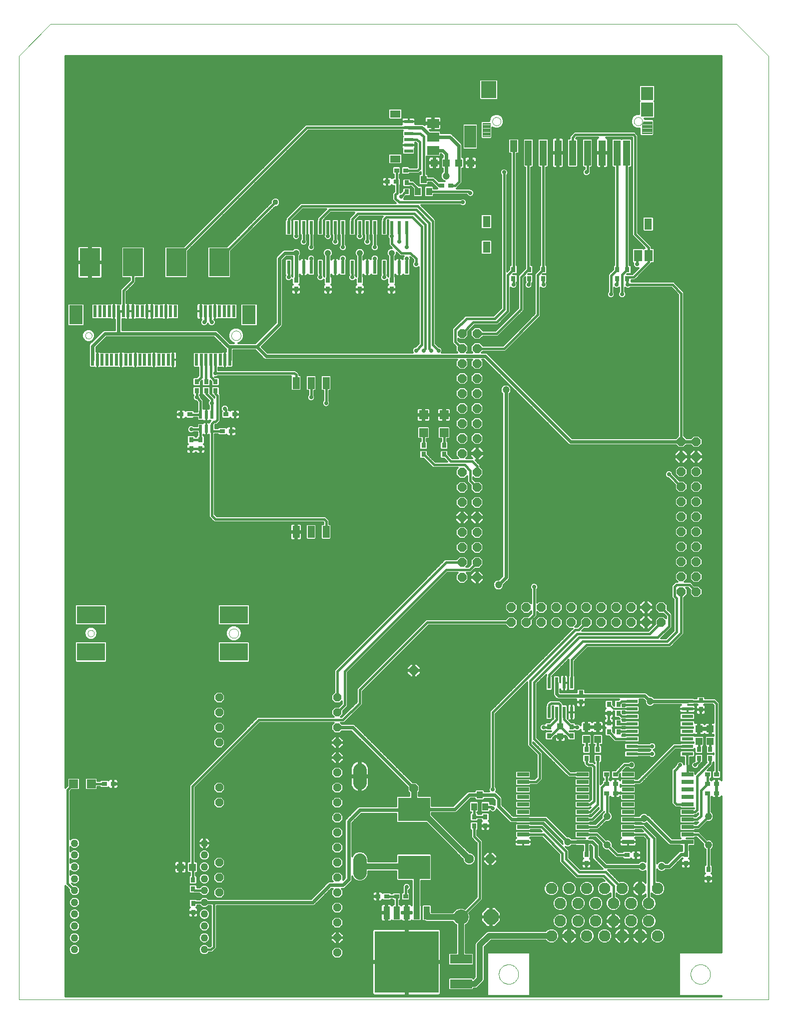
<source format=gtl>
G75*
G70*
%OFA0B0*%
%FSLAX24Y24*%
%IPPOS*%
%LPD*%
%AMOC8*
5,1,8,0,0,1.08239X$1,22.5*
%
%ADD10C,0.0000*%
%ADD11C,0.0500*%
%ADD12R,0.0827X0.0866*%
%ADD13R,0.0827X0.0945*%
%ADD14R,0.1024X0.1142*%
%ADD15R,0.0512X0.0748*%
%ADD16R,0.0551X0.0768*%
%ADD17R,0.0472X0.1693*%
%ADD18R,0.0472X0.0787*%
%ADD19C,0.0040*%
%ADD20R,0.0315X0.0354*%
%ADD21OC8,0.0591*%
%ADD22R,0.0472X0.0512*%
%ADD23R,0.4252X0.4098*%
%ADD24R,0.0420X0.0850*%
%ADD25R,0.0354X0.0315*%
%ADD26R,0.2126X0.1575*%
%ADD27OC8,0.0630*%
%ADD28C,0.0630*%
%ADD29C,0.0885*%
%ADD30C,0.1000*%
%ADD31OC8,0.1000*%
%ADD32R,0.0906X0.1260*%
%ADD33R,0.0236X0.0787*%
%ADD34R,0.1890X0.1181*%
%ADD35R,0.0220X0.0520*%
%ADD36R,0.0394X0.0433*%
%ADD37R,0.0210X0.0780*%
%ADD38R,0.0780X0.0210*%
%ADD39C,0.0768*%
%ADD40R,0.0800X0.0260*%
%ADD41C,0.0480*%
%ADD42R,0.0472X0.0472*%
%ADD43R,0.0394X0.0500*%
%ADD44OC8,0.0531*%
%ADD45R,0.0591X0.0591*%
%ADD46R,0.1457X0.0591*%
%ADD47R,0.0240X0.0870*%
%ADD48R,0.0709X0.0472*%
%ADD49R,0.0610X0.0236*%
%ADD50R,0.0790X0.0590*%
%ADD51R,0.0790X0.1500*%
%ADD52R,0.1339X0.1850*%
%ADD53C,0.0160*%
%ADD54C,0.0290*%
%ADD55C,0.0120*%
%ADD56C,0.0400*%
%ADD57C,0.0240*%
%ADD58C,0.0472*%
%ADD59C,0.0416*%
%ADD60C,0.0337*%
%ADD61C,0.0376*%
D10*
X000100Y000160D02*
X050100Y000160D01*
X050100Y063035D01*
X047975Y065160D01*
X002225Y065160D01*
X000100Y063035D01*
X000100Y000160D01*
X004698Y024567D02*
X004700Y024596D01*
X004706Y024624D01*
X004715Y024652D01*
X004728Y024678D01*
X004745Y024701D01*
X004764Y024723D01*
X004786Y024742D01*
X004811Y024757D01*
X004837Y024770D01*
X004865Y024778D01*
X004893Y024783D01*
X004922Y024784D01*
X004951Y024781D01*
X004979Y024774D01*
X005006Y024764D01*
X005032Y024750D01*
X005055Y024733D01*
X005076Y024713D01*
X005094Y024690D01*
X005109Y024665D01*
X005120Y024638D01*
X005128Y024610D01*
X005132Y024581D01*
X005132Y024553D01*
X005128Y024524D01*
X005120Y024496D01*
X005109Y024469D01*
X005094Y024444D01*
X005076Y024421D01*
X005055Y024401D01*
X005032Y024384D01*
X005006Y024370D01*
X004979Y024360D01*
X004951Y024353D01*
X004922Y024350D01*
X004893Y024351D01*
X004865Y024356D01*
X004837Y024364D01*
X004811Y024377D01*
X004786Y024392D01*
X004764Y024411D01*
X004745Y024433D01*
X004728Y024456D01*
X004715Y024482D01*
X004706Y024510D01*
X004700Y024538D01*
X004698Y024567D01*
X014128Y024567D02*
X014130Y024602D01*
X014136Y024637D01*
X014146Y024671D01*
X014159Y024704D01*
X014176Y024735D01*
X014197Y024763D01*
X014220Y024790D01*
X014247Y024813D01*
X014275Y024834D01*
X014306Y024851D01*
X014339Y024864D01*
X014373Y024874D01*
X014408Y024880D01*
X014443Y024882D01*
X014478Y024880D01*
X014513Y024874D01*
X014547Y024864D01*
X014580Y024851D01*
X014611Y024834D01*
X014639Y024813D01*
X014666Y024790D01*
X014689Y024763D01*
X014710Y024735D01*
X014727Y024704D01*
X014740Y024671D01*
X014750Y024637D01*
X014756Y024602D01*
X014758Y024567D01*
X014756Y024532D01*
X014750Y024497D01*
X014740Y024463D01*
X014727Y024430D01*
X014710Y024399D01*
X014689Y024371D01*
X014666Y024344D01*
X014639Y024321D01*
X014611Y024300D01*
X014580Y024283D01*
X014547Y024270D01*
X014513Y024260D01*
X014478Y024254D01*
X014443Y024252D01*
X014408Y024254D01*
X014373Y024260D01*
X014339Y024270D01*
X014306Y024283D01*
X014275Y024300D01*
X014247Y024321D01*
X014220Y024344D01*
X014197Y024371D01*
X014176Y024399D01*
X014159Y024430D01*
X014146Y024463D01*
X014136Y024497D01*
X014130Y024532D01*
X014128Y024567D01*
X014285Y044410D02*
X014287Y044445D01*
X014293Y044480D01*
X014303Y044514D01*
X014316Y044547D01*
X014333Y044578D01*
X014354Y044606D01*
X014377Y044633D01*
X014404Y044656D01*
X014432Y044677D01*
X014463Y044694D01*
X014496Y044707D01*
X014530Y044717D01*
X014565Y044723D01*
X014600Y044725D01*
X014635Y044723D01*
X014670Y044717D01*
X014704Y044707D01*
X014737Y044694D01*
X014768Y044677D01*
X014796Y044656D01*
X014823Y044633D01*
X014846Y044606D01*
X014867Y044578D01*
X014884Y044547D01*
X014897Y044514D01*
X014907Y044480D01*
X014913Y044445D01*
X014915Y044410D01*
X014913Y044375D01*
X014907Y044340D01*
X014897Y044306D01*
X014884Y044273D01*
X014867Y044242D01*
X014846Y044214D01*
X014823Y044187D01*
X014796Y044164D01*
X014768Y044143D01*
X014737Y044126D01*
X014704Y044113D01*
X014670Y044103D01*
X014635Y044097D01*
X014600Y044095D01*
X014565Y044097D01*
X014530Y044103D01*
X014496Y044113D01*
X014463Y044126D01*
X014432Y044143D01*
X014404Y044164D01*
X014377Y044187D01*
X014354Y044214D01*
X014333Y044242D01*
X014316Y044273D01*
X014303Y044306D01*
X014293Y044340D01*
X014287Y044375D01*
X014285Y044410D01*
X004540Y044410D02*
X004542Y044439D01*
X004548Y044467D01*
X004557Y044495D01*
X004570Y044521D01*
X004587Y044544D01*
X004606Y044566D01*
X004628Y044585D01*
X004653Y044600D01*
X004679Y044613D01*
X004707Y044621D01*
X004735Y044626D01*
X004764Y044627D01*
X004793Y044624D01*
X004821Y044617D01*
X004848Y044607D01*
X004874Y044593D01*
X004897Y044576D01*
X004918Y044556D01*
X004936Y044533D01*
X004951Y044508D01*
X004962Y044481D01*
X004970Y044453D01*
X004974Y044424D01*
X004974Y044396D01*
X004970Y044367D01*
X004962Y044339D01*
X004951Y044312D01*
X004936Y044287D01*
X004918Y044264D01*
X004897Y044244D01*
X004874Y044227D01*
X004848Y044213D01*
X004821Y044203D01*
X004793Y044196D01*
X004764Y044193D01*
X004735Y044194D01*
X004707Y044199D01*
X004679Y044207D01*
X004653Y044220D01*
X004628Y044235D01*
X004606Y044254D01*
X004587Y044276D01*
X004570Y044299D01*
X004557Y044325D01*
X004548Y044353D01*
X004542Y044381D01*
X004540Y044410D01*
X031697Y058680D02*
X031699Y058713D01*
X031705Y058745D01*
X031714Y058776D01*
X031727Y058806D01*
X031744Y058834D01*
X031764Y058860D01*
X031787Y058884D01*
X031812Y058904D01*
X031840Y058922D01*
X031869Y058936D01*
X031900Y058946D01*
X031932Y058953D01*
X031965Y058956D01*
X031998Y058955D01*
X032030Y058950D01*
X032061Y058941D01*
X032092Y058929D01*
X032120Y058913D01*
X032147Y058894D01*
X032171Y058872D01*
X032192Y058847D01*
X032211Y058820D01*
X032226Y058791D01*
X032237Y058761D01*
X032245Y058729D01*
X032249Y058696D01*
X032249Y058664D01*
X032245Y058631D01*
X032237Y058599D01*
X032226Y058569D01*
X032211Y058540D01*
X032192Y058513D01*
X032171Y058488D01*
X032147Y058466D01*
X032120Y058447D01*
X032092Y058431D01*
X032061Y058419D01*
X032030Y058410D01*
X031998Y058405D01*
X031965Y058404D01*
X031932Y058407D01*
X031900Y058414D01*
X031869Y058424D01*
X031840Y058438D01*
X031812Y058456D01*
X031787Y058476D01*
X031764Y058500D01*
X031744Y058526D01*
X031727Y058554D01*
X031714Y058584D01*
X031705Y058615D01*
X031699Y058647D01*
X031697Y058680D01*
X041146Y058680D02*
X041148Y058713D01*
X041154Y058745D01*
X041163Y058776D01*
X041176Y058806D01*
X041193Y058834D01*
X041213Y058860D01*
X041236Y058884D01*
X041261Y058904D01*
X041289Y058922D01*
X041318Y058936D01*
X041349Y058946D01*
X041381Y058953D01*
X041414Y058956D01*
X041447Y058955D01*
X041479Y058950D01*
X041510Y058941D01*
X041541Y058929D01*
X041569Y058913D01*
X041596Y058894D01*
X041620Y058872D01*
X041641Y058847D01*
X041660Y058820D01*
X041675Y058791D01*
X041686Y058761D01*
X041694Y058729D01*
X041698Y058696D01*
X041698Y058664D01*
X041694Y058631D01*
X041686Y058599D01*
X041675Y058569D01*
X041660Y058540D01*
X041641Y058513D01*
X041620Y058488D01*
X041596Y058466D01*
X041569Y058447D01*
X041541Y058431D01*
X041510Y058419D01*
X041479Y058410D01*
X041447Y058405D01*
X041414Y058404D01*
X041381Y058407D01*
X041349Y058414D01*
X041318Y058424D01*
X041289Y058438D01*
X041261Y058456D01*
X041236Y058476D01*
X041213Y058500D01*
X041193Y058526D01*
X041176Y058554D01*
X041163Y058584D01*
X041154Y058615D01*
X041148Y058647D01*
X041146Y058680D01*
X044925Y001852D02*
X044927Y001902D01*
X044933Y001952D01*
X044943Y002002D01*
X044956Y002050D01*
X044973Y002098D01*
X044994Y002144D01*
X045018Y002188D01*
X045046Y002230D01*
X045077Y002270D01*
X045111Y002307D01*
X045148Y002342D01*
X045187Y002373D01*
X045228Y002402D01*
X045272Y002427D01*
X045318Y002449D01*
X045365Y002467D01*
X045413Y002481D01*
X045462Y002492D01*
X045512Y002499D01*
X045562Y002502D01*
X045613Y002501D01*
X045663Y002496D01*
X045713Y002487D01*
X045761Y002475D01*
X045809Y002458D01*
X045855Y002438D01*
X045900Y002415D01*
X045943Y002388D01*
X045983Y002358D01*
X046021Y002325D01*
X046056Y002289D01*
X046089Y002250D01*
X046118Y002209D01*
X046144Y002166D01*
X046167Y002121D01*
X046186Y002074D01*
X046201Y002026D01*
X046213Y001977D01*
X046221Y001927D01*
X046225Y001877D01*
X046225Y001827D01*
X046221Y001777D01*
X046213Y001727D01*
X046201Y001678D01*
X046186Y001630D01*
X046167Y001583D01*
X046144Y001538D01*
X046118Y001495D01*
X046089Y001454D01*
X046056Y001415D01*
X046021Y001379D01*
X045983Y001346D01*
X045943Y001316D01*
X045900Y001289D01*
X045855Y001266D01*
X045809Y001246D01*
X045761Y001229D01*
X045713Y001217D01*
X045663Y001208D01*
X045613Y001203D01*
X045562Y001202D01*
X045512Y001205D01*
X045462Y001212D01*
X045413Y001223D01*
X045365Y001237D01*
X045318Y001255D01*
X045272Y001277D01*
X045228Y001302D01*
X045187Y001331D01*
X045148Y001362D01*
X045111Y001397D01*
X045077Y001434D01*
X045046Y001474D01*
X045018Y001516D01*
X044994Y001560D01*
X044973Y001606D01*
X044956Y001654D01*
X044943Y001702D01*
X044933Y001752D01*
X044927Y001802D01*
X044925Y001852D01*
X032130Y001852D02*
X032132Y001902D01*
X032138Y001952D01*
X032148Y002002D01*
X032161Y002050D01*
X032178Y002098D01*
X032199Y002144D01*
X032223Y002188D01*
X032251Y002230D01*
X032282Y002270D01*
X032316Y002307D01*
X032353Y002342D01*
X032392Y002373D01*
X032433Y002402D01*
X032477Y002427D01*
X032523Y002449D01*
X032570Y002467D01*
X032618Y002481D01*
X032667Y002492D01*
X032717Y002499D01*
X032767Y002502D01*
X032818Y002501D01*
X032868Y002496D01*
X032918Y002487D01*
X032966Y002475D01*
X033014Y002458D01*
X033060Y002438D01*
X033105Y002415D01*
X033148Y002388D01*
X033188Y002358D01*
X033226Y002325D01*
X033261Y002289D01*
X033294Y002250D01*
X033323Y002209D01*
X033349Y002166D01*
X033372Y002121D01*
X033391Y002074D01*
X033406Y002026D01*
X033418Y001977D01*
X033426Y001927D01*
X033430Y001877D01*
X033430Y001827D01*
X033426Y001777D01*
X033418Y001727D01*
X033406Y001678D01*
X033391Y001630D01*
X033372Y001583D01*
X033349Y001538D01*
X033323Y001495D01*
X033294Y001454D01*
X033261Y001415D01*
X033226Y001379D01*
X033188Y001346D01*
X033148Y001316D01*
X033105Y001289D01*
X033060Y001266D01*
X033014Y001246D01*
X032966Y001229D01*
X032918Y001217D01*
X032868Y001208D01*
X032818Y001203D01*
X032767Y001202D01*
X032717Y001205D01*
X032667Y001212D01*
X032618Y001223D01*
X032570Y001237D01*
X032523Y001255D01*
X032477Y001277D01*
X032433Y001302D01*
X032392Y001331D01*
X032353Y001362D01*
X032316Y001397D01*
X032282Y001434D01*
X032251Y001474D01*
X032223Y001516D01*
X032199Y001560D01*
X032178Y001606D01*
X032161Y001654D01*
X032148Y001702D01*
X032138Y001752D01*
X032132Y001802D01*
X032130Y001852D01*
D11*
X012482Y003490D03*
X012482Y004277D03*
X012482Y005065D03*
X012482Y005852D03*
X012482Y006639D03*
X012482Y007427D03*
X012482Y008214D03*
X012482Y009002D03*
X012482Y009789D03*
X012482Y010576D03*
X003820Y010576D03*
X003820Y009789D03*
X003820Y009002D03*
X003820Y008214D03*
X003820Y007427D03*
X003820Y006639D03*
X003820Y005852D03*
X003820Y005065D03*
X003820Y004277D03*
X003820Y003490D03*
D12*
X042012Y060550D03*
D13*
X042012Y059467D03*
D14*
X031461Y060786D03*
D15*
X031303Y052007D03*
X031303Y050294D03*
X042091Y051830D03*
D16*
X042130Y049743D03*
X041422Y049743D03*
D17*
X040644Y056584D03*
X040004Y056584D03*
X039020Y056584D03*
X038036Y056584D03*
X037051Y056584D03*
X036067Y056584D03*
X035083Y056584D03*
X034099Y056584D03*
D18*
X033114Y057036D03*
X020600Y041250D03*
X019600Y041250D03*
X018600Y041250D03*
X018600Y031320D03*
X019600Y031320D03*
X020600Y031320D03*
D19*
X031048Y057656D02*
X031048Y058562D01*
X031559Y058562D01*
X031559Y057656D01*
X031048Y057656D01*
X031048Y057679D02*
X031559Y057679D01*
X031559Y057718D02*
X031048Y057718D01*
X031048Y057756D02*
X031559Y057756D01*
X031559Y057795D02*
X031048Y057795D01*
X031048Y057833D02*
X031559Y057833D01*
X031559Y057872D02*
X031048Y057872D01*
X031048Y057910D02*
X031559Y057910D01*
X031559Y057949D02*
X031048Y057949D01*
X031048Y057987D02*
X031559Y057987D01*
X031559Y058026D02*
X031048Y058026D01*
X031048Y058064D02*
X031559Y058064D01*
X031559Y058103D02*
X031048Y058103D01*
X031048Y058141D02*
X031559Y058141D01*
X031559Y058180D02*
X031048Y058180D01*
X031048Y058218D02*
X031559Y058218D01*
X031559Y058257D02*
X031048Y058257D01*
X031048Y058295D02*
X031559Y058295D01*
X031559Y058334D02*
X031048Y058334D01*
X031048Y058372D02*
X031559Y058372D01*
X031559Y058411D02*
X031048Y058411D01*
X031048Y058449D02*
X031559Y058449D01*
X031559Y058488D02*
X031048Y058488D01*
X031048Y058526D02*
X031559Y058526D01*
X041668Y058464D02*
X041668Y057853D01*
X042357Y057853D01*
X042357Y058680D01*
X041746Y058680D01*
X041746Y058611D01*
X041668Y058464D01*
X041668Y058449D02*
X042357Y058449D01*
X042357Y058411D02*
X041668Y058411D01*
X041668Y058372D02*
X042357Y058372D01*
X042357Y058334D02*
X041668Y058334D01*
X041668Y058295D02*
X042357Y058295D01*
X042357Y058257D02*
X041668Y058257D01*
X041668Y058218D02*
X042357Y058218D01*
X042357Y058180D02*
X041668Y058180D01*
X041668Y058141D02*
X042357Y058141D01*
X042357Y058103D02*
X041668Y058103D01*
X041668Y058064D02*
X042357Y058064D01*
X042357Y058026D02*
X041668Y058026D01*
X041668Y057987D02*
X042357Y057987D01*
X042357Y057949D02*
X041668Y057949D01*
X041668Y057910D02*
X042357Y057910D01*
X042357Y057872D02*
X041668Y057872D01*
X041681Y058488D02*
X042357Y058488D01*
X042357Y058526D02*
X041701Y058526D01*
X041722Y058565D02*
X042357Y058565D01*
X042357Y058603D02*
X041742Y058603D01*
X041746Y058642D02*
X042357Y058642D01*
D20*
X040698Y048809D03*
X040698Y048209D03*
X040017Y048209D03*
X040017Y048809D03*
X035086Y048809D03*
X035086Y048209D03*
X034155Y048209D03*
X034155Y048809D03*
X033099Y048809D03*
X033099Y048209D03*
X025975Y053985D03*
X025975Y054585D03*
X024975Y048085D03*
X024975Y047485D03*
X022850Y047485D03*
X022850Y048085D03*
X020725Y048085D03*
X020725Y047485D03*
X018600Y047485D03*
X018600Y048085D03*
X013225Y041335D03*
X013225Y040735D03*
X012600Y040735D03*
X012600Y041335D03*
X011975Y041335D03*
X011975Y040735D03*
X012225Y037460D03*
X012225Y036860D03*
X011600Y036860D03*
X011600Y037460D03*
X027100Y037085D03*
X027100Y036485D03*
X028475Y036485D03*
X028475Y037085D03*
X037600Y020585D03*
X037600Y019985D03*
X036975Y018335D03*
X036975Y017735D03*
X037975Y016835D03*
X037975Y016235D03*
X038725Y016235D03*
X038725Y016835D03*
X039475Y017985D03*
X039475Y018585D03*
X040100Y018585D03*
X040100Y017985D03*
X040100Y019235D03*
X040100Y019835D03*
X039475Y019835D03*
X039475Y019235D03*
X035475Y018335D03*
X035475Y017735D03*
X031225Y012335D03*
X031225Y011735D03*
X030475Y011735D03*
X030475Y012335D03*
X037975Y009835D03*
X037975Y009235D03*
X044600Y009235D03*
X044600Y009835D03*
X046100Y008835D03*
X046100Y008235D03*
X046225Y016235D03*
X046225Y016835D03*
X045475Y016835D03*
X045475Y016235D03*
X045600Y019485D03*
X045600Y020085D03*
X011723Y008130D03*
X011723Y007530D03*
X011737Y006566D03*
X011737Y005966D03*
D21*
X026450Y014219D03*
X026450Y022093D03*
X029677Y028291D03*
X029677Y029291D03*
X029677Y030291D03*
X029677Y031291D03*
X029677Y032291D03*
X029677Y033291D03*
X029677Y034291D03*
X029677Y035291D03*
X029679Y036547D03*
X029679Y037547D03*
X029679Y038547D03*
X029679Y039547D03*
X029679Y040547D03*
X029679Y041547D03*
X029679Y042547D03*
X029679Y043547D03*
X029679Y044547D03*
X030679Y044547D03*
X030679Y043547D03*
X030679Y042547D03*
X030679Y041547D03*
X030679Y040547D03*
X030679Y039547D03*
X030679Y038547D03*
X030679Y037547D03*
X030679Y036547D03*
X030677Y035291D03*
X030677Y034291D03*
X030677Y033291D03*
X030677Y032291D03*
X030677Y031291D03*
X030677Y030291D03*
X030677Y029291D03*
X030677Y028291D03*
X032954Y026297D03*
X033954Y026297D03*
X034954Y026297D03*
X035954Y026297D03*
X036954Y026297D03*
X037954Y026297D03*
X038954Y026297D03*
X039954Y026297D03*
X040954Y026297D03*
X041954Y026297D03*
X042954Y026297D03*
X042954Y025297D03*
X041954Y025297D03*
X040954Y025297D03*
X039954Y025297D03*
X038954Y025297D03*
X037954Y025297D03*
X036954Y025297D03*
X035954Y025297D03*
X034954Y025297D03*
X033954Y025297D03*
X032954Y025297D03*
X044292Y027334D03*
X045292Y027334D03*
X045292Y028334D03*
X045292Y029334D03*
X045292Y030334D03*
X045292Y031334D03*
X045292Y032334D03*
X045292Y033334D03*
X045292Y034334D03*
X045292Y035334D03*
X045292Y036334D03*
X045292Y037334D03*
X044292Y037334D03*
X044292Y036334D03*
X044292Y035334D03*
X044292Y034334D03*
X044292Y033334D03*
X044292Y032334D03*
X044292Y031334D03*
X044292Y030334D03*
X044292Y029334D03*
X044292Y028334D03*
D22*
X030250Y055910D03*
X029450Y055910D03*
X028625Y055910D03*
X027825Y055910D03*
X011687Y008979D03*
X010887Y008979D03*
D23*
X025975Y002660D03*
D24*
X025975Y005940D03*
X026645Y005940D03*
X027315Y005940D03*
X025305Y005940D03*
X024635Y005940D03*
D25*
X024650Y007035D03*
X024050Y007035D03*
X025300Y007035D03*
X025900Y007035D03*
X039300Y013910D03*
X039900Y013910D03*
X039900Y014535D03*
X039300Y014535D03*
X039300Y015160D03*
X039900Y015160D03*
X040675Y009785D03*
X041275Y009785D03*
X046050Y013910D03*
X046650Y013910D03*
X046650Y014535D03*
X046050Y014535D03*
X046050Y015160D03*
X046650Y015160D03*
X028900Y054410D03*
X028300Y054410D03*
X025900Y055410D03*
X025300Y055410D03*
X025275Y054660D03*
X024675Y054660D03*
X014525Y039160D03*
X013925Y039160D03*
X013675Y038035D03*
X014275Y038035D03*
X011525Y039160D03*
X010925Y039160D03*
X006400Y014535D03*
X005800Y014535D03*
D26*
X026475Y012839D03*
X026475Y008981D03*
D27*
X031550Y009535D03*
D28*
X030150Y009535D03*
D29*
X022850Y009478D02*
X022850Y008593D01*
X022850Y014593D02*
X022850Y015478D01*
D30*
X029600Y005660D03*
D31*
X031600Y005660D03*
D32*
X015466Y045788D03*
X003911Y045788D03*
D33*
X005191Y046024D03*
X005506Y046024D03*
X005820Y046024D03*
X006135Y046024D03*
X006450Y046024D03*
X006765Y046024D03*
X007080Y046024D03*
X007395Y046024D03*
X007710Y046024D03*
X008025Y046024D03*
X008340Y046024D03*
X008655Y046024D03*
X008970Y046024D03*
X009285Y046024D03*
X009600Y046024D03*
X009915Y046024D03*
X010230Y046024D03*
X010545Y046024D03*
X012238Y046024D03*
X012553Y046024D03*
X012868Y046024D03*
X013183Y046024D03*
X013498Y046024D03*
X013813Y046024D03*
X014128Y046024D03*
X014443Y046024D03*
X014167Y042796D03*
X013852Y042796D03*
X013537Y042796D03*
X013222Y042796D03*
X012907Y042796D03*
X012592Y042796D03*
X012277Y042796D03*
X011962Y042796D03*
X010387Y042796D03*
X010072Y042796D03*
X009757Y042796D03*
X009443Y042796D03*
X009128Y042796D03*
X008813Y042796D03*
X008498Y042796D03*
X008183Y042796D03*
X007868Y042796D03*
X007553Y042796D03*
X007238Y042796D03*
X006923Y042796D03*
X006608Y042796D03*
X006293Y042796D03*
X005978Y042796D03*
X005663Y042796D03*
X005348Y042796D03*
X005033Y042796D03*
D34*
X004915Y025808D03*
X004915Y023327D03*
X014443Y023327D03*
X014443Y025808D03*
D35*
X012970Y038200D03*
X012600Y038200D03*
X012230Y038200D03*
X012230Y039120D03*
X012600Y039120D03*
X012970Y039120D03*
D36*
X036225Y018370D03*
X036225Y017700D03*
D37*
X035975Y019315D03*
X035475Y019315D03*
X036475Y019315D03*
X036975Y019315D03*
X036975Y021255D03*
X036475Y021255D03*
X035975Y021255D03*
X035475Y021255D03*
D38*
X041000Y020035D03*
X041000Y019535D03*
X041000Y019035D03*
X041000Y018535D03*
X041000Y018035D03*
X041000Y017535D03*
X041000Y017035D03*
X041000Y016535D03*
X044700Y016535D03*
X044700Y017035D03*
X044700Y017535D03*
X044700Y018035D03*
X044700Y018535D03*
X044700Y019035D03*
X044700Y019535D03*
X044700Y020035D03*
D39*
X042721Y007557D03*
X042131Y006572D03*
X041540Y007557D03*
X040949Y006572D03*
X040359Y007557D03*
X039768Y006572D03*
X039178Y007557D03*
X038587Y006572D03*
X037997Y007557D03*
X037406Y006572D03*
X036816Y007557D03*
X036225Y006572D03*
X035634Y007557D03*
X036225Y005391D03*
X035634Y004407D03*
X036816Y004407D03*
X037406Y005391D03*
X037997Y004407D03*
X038587Y005391D03*
X039178Y004407D03*
X039768Y005391D03*
X040359Y004407D03*
X040949Y005391D03*
X041540Y004407D03*
X042131Y005391D03*
X042721Y004407D03*
D40*
X040745Y010660D03*
X040745Y011160D03*
X040745Y011660D03*
X040745Y012160D03*
X040745Y012660D03*
X040745Y013160D03*
X040745Y013660D03*
X040745Y014160D03*
X040745Y014660D03*
X040745Y015160D03*
X037705Y015160D03*
X037705Y014660D03*
X037705Y014160D03*
X037705Y013660D03*
X037705Y013160D03*
X037705Y012660D03*
X037705Y012160D03*
X037705Y011660D03*
X037705Y011160D03*
X037705Y010660D03*
X033745Y010660D03*
X033745Y011160D03*
X033745Y011660D03*
X033745Y012160D03*
X033745Y012660D03*
X033745Y013160D03*
X033745Y013660D03*
X033745Y014160D03*
X033745Y014660D03*
X033745Y015160D03*
X044705Y015160D03*
X044705Y014660D03*
X044705Y014160D03*
X044705Y013660D03*
X044705Y013160D03*
X044705Y012660D03*
X044705Y012160D03*
X044705Y011660D03*
X044705Y011160D03*
X044705Y010660D03*
D41*
X046100Y010460D03*
X046100Y012360D03*
X039350Y012360D03*
X039350Y010460D03*
D42*
X038725Y017497D03*
X037975Y017497D03*
X037975Y018323D03*
X038725Y018323D03*
X045475Y018198D03*
X046225Y018198D03*
X046225Y017372D03*
X045475Y017372D03*
D43*
X031224Y013016D03*
X030476Y013016D03*
X030850Y013804D03*
X027474Y054016D03*
X027100Y054804D03*
X026726Y054016D03*
D44*
X021350Y020285D03*
X021350Y019285D03*
X021350Y018285D03*
X021350Y017285D03*
X021350Y016285D03*
X021350Y015285D03*
X021350Y014285D03*
X021350Y013285D03*
X021350Y012285D03*
X021350Y011285D03*
X021350Y010285D03*
X021350Y009285D03*
X021350Y008285D03*
X021350Y007285D03*
X021350Y006285D03*
X021350Y005285D03*
X021350Y004285D03*
X021350Y003285D03*
X013475Y007285D03*
X013475Y008285D03*
X013475Y009285D03*
X013475Y013285D03*
X013475Y014285D03*
X013475Y017285D03*
X013475Y018285D03*
X013475Y019285D03*
X013475Y020285D03*
D45*
X004939Y014535D03*
X003761Y014535D03*
X027100Y037946D03*
X027100Y039124D03*
X028475Y039124D03*
X028475Y037946D03*
D46*
X029600Y002862D03*
X029600Y001208D03*
D47*
X025975Y048965D03*
X025475Y048965D03*
X024975Y048965D03*
X024475Y048965D03*
X023850Y048965D03*
X023350Y048965D03*
X022850Y048965D03*
X022350Y048965D03*
X021725Y048965D03*
X021225Y048965D03*
X020725Y048965D03*
X020225Y048965D03*
X019600Y048965D03*
X019100Y048965D03*
X018600Y048965D03*
X018100Y048965D03*
X018100Y051615D03*
X018600Y051615D03*
X019100Y051615D03*
X019600Y051615D03*
X020225Y051615D03*
X020725Y051615D03*
X021225Y051615D03*
X021725Y051615D03*
X022350Y051615D03*
X022850Y051615D03*
X023350Y051615D03*
X023850Y051615D03*
X024475Y051615D03*
X024975Y051615D03*
X025475Y051615D03*
X025975Y051615D03*
D48*
X025224Y056180D03*
X025224Y059172D03*
D49*
X026100Y058660D03*
X026100Y058266D03*
X026100Y057873D03*
X026100Y057479D03*
X026100Y057085D03*
X026100Y056691D03*
D50*
X027735Y056750D03*
X027735Y057650D03*
X027735Y058550D03*
D51*
X030215Y057660D03*
D52*
X013475Y049285D03*
X010600Y049285D03*
X007725Y049285D03*
X004850Y049285D03*
D53*
X007080Y047390D02*
X007725Y048035D01*
X007725Y049285D01*
X007080Y047390D02*
X007080Y046024D01*
X006765Y046024D01*
X010600Y049285D02*
X010850Y049785D01*
X019331Y058266D01*
X026100Y058266D01*
X026100Y057873D02*
X026887Y057873D01*
X027100Y057660D01*
X027100Y054804D01*
X027706Y054804D01*
X028100Y054410D01*
X028300Y054410D01*
X028900Y054410D02*
X029225Y054410D01*
X029475Y054660D01*
X029475Y055885D01*
X029450Y055910D01*
X030119Y054016D02*
X027474Y054016D01*
X026726Y054016D02*
X026726Y054159D01*
X026350Y054535D01*
X026025Y054535D01*
X025975Y054585D01*
X025975Y053985D02*
X025925Y053985D01*
X025600Y053660D01*
X025350Y053910D02*
X025350Y054585D01*
X025275Y054660D01*
X025300Y054685D01*
X025300Y055410D01*
X025900Y055410D02*
X026725Y055410D01*
X026850Y055535D01*
X026850Y057285D01*
X026656Y057479D01*
X026100Y057479D01*
X025350Y053910D02*
X025225Y053785D01*
X025225Y053535D01*
X025475Y053285D01*
X029725Y053285D01*
X030225Y053910D02*
X030119Y054016D01*
X032475Y055285D02*
X032475Y046160D01*
X031850Y045535D01*
X029975Y045535D01*
X029225Y044785D01*
X029225Y044001D01*
X029679Y043547D01*
X029679Y044547D02*
X030418Y045285D01*
X031975Y045285D01*
X032725Y046035D01*
X032725Y048436D01*
X033099Y048809D01*
X033114Y048809D01*
X033114Y057036D01*
X034099Y056584D02*
X034099Y048809D01*
X033600Y048311D01*
X033600Y046160D01*
X031987Y044547D01*
X030679Y044547D01*
X030679Y043547D02*
X032487Y043547D01*
X034725Y045785D01*
X034725Y048451D01*
X035083Y048809D01*
X035086Y048809D01*
X035083Y048809D02*
X035083Y056584D01*
X037051Y056584D02*
X037051Y057611D01*
X037225Y057785D01*
X041100Y057785D01*
X041225Y057660D01*
X041225Y051160D01*
X042130Y050255D01*
X042130Y049743D01*
X042130Y049315D01*
X041100Y048285D01*
X040774Y048285D01*
X040698Y048209D01*
X040698Y047785D01*
X040725Y047785D01*
X043725Y047785D01*
X044292Y047218D01*
X044292Y037334D01*
X043475Y035160D02*
X044292Y034343D01*
X044292Y034334D01*
X043975Y027785D02*
X043850Y027660D01*
X043850Y027035D01*
X043975Y026910D01*
X043975Y024660D01*
X043350Y024035D01*
X037725Y024035D01*
X035475Y021785D01*
X035475Y021255D01*
X034475Y021285D02*
X037475Y024285D01*
X042725Y024285D01*
X043475Y025035D01*
X043475Y025776D01*
X042954Y026297D01*
X042954Y025297D02*
X042193Y024535D01*
X037350Y024535D01*
X034225Y021410D01*
X034225Y017160D01*
X034850Y016535D01*
X034850Y014910D01*
X034600Y014660D01*
X033745Y014660D01*
X031725Y014160D02*
X031725Y019285D01*
X037225Y024785D01*
X037443Y024785D01*
X037954Y025297D01*
X037975Y023785D02*
X036975Y022785D01*
X036975Y021255D01*
X037600Y020585D02*
X037600Y020410D01*
X036225Y019785D02*
X036225Y018370D01*
X035590Y017735D01*
X035475Y017735D01*
X035425Y018285D02*
X035100Y018285D01*
X035425Y018285D02*
X035475Y018335D01*
X035975Y018835D01*
X035975Y019315D01*
X035475Y019315D02*
X035475Y019785D01*
X035600Y019910D01*
X036100Y019910D01*
X036225Y019785D01*
X036475Y019315D02*
X036475Y018835D01*
X036975Y018335D01*
X037300Y018335D01*
X037350Y018285D01*
X036975Y017735D02*
X036860Y017735D01*
X036225Y018370D01*
X037975Y017497D02*
X037975Y016835D01*
X037975Y016235D02*
X037975Y015910D01*
X038100Y015785D01*
X038350Y015785D01*
X038475Y015660D01*
X038475Y013410D01*
X038225Y013160D01*
X037705Y013160D01*
X037705Y012660D02*
X038225Y012660D01*
X038725Y013160D01*
X038725Y016235D01*
X038725Y016835D02*
X038725Y017497D01*
X039475Y017985D02*
X039925Y017535D01*
X041000Y017535D01*
X041000Y017035D02*
X042350Y017035D01*
X042350Y016535D02*
X041000Y016535D01*
X040975Y015785D02*
X040525Y015785D01*
X039900Y015160D01*
X039300Y015160D02*
X039300Y014535D01*
X039225Y014535D01*
X038975Y014285D01*
X038975Y012785D01*
X038350Y012160D01*
X037705Y012160D01*
X037705Y011660D02*
X038650Y011660D01*
X039350Y012360D01*
X039350Y013860D01*
X039300Y013910D01*
X040745Y014660D02*
X041475Y014660D01*
X043850Y017035D01*
X044700Y017035D01*
X044700Y016535D02*
X044668Y016503D01*
X044705Y015160D01*
X044225Y015785D02*
X043850Y015410D01*
X043850Y013285D01*
X043975Y013160D01*
X044705Y013160D01*
X044705Y012660D02*
X045225Y012660D01*
X045350Y012785D01*
X045350Y015035D01*
X046225Y015910D01*
X046225Y016235D01*
X046225Y016835D02*
X046225Y017372D01*
X045475Y017372D02*
X045475Y016835D01*
X045475Y016235D02*
X045475Y016035D01*
X045225Y015785D01*
X046050Y015160D02*
X046050Y014535D01*
X045600Y014085D01*
X045600Y012410D01*
X045350Y012160D01*
X044705Y012160D01*
X044705Y011660D02*
X045400Y011660D01*
X046100Y012360D01*
X046100Y013860D01*
X046050Y013910D01*
X046650Y015160D02*
X046650Y019860D01*
X046475Y020035D01*
X045650Y020035D01*
X045600Y020085D01*
X045550Y020035D01*
X044700Y020035D01*
X043475Y023785D02*
X037975Y023785D01*
X040300Y020035D02*
X040100Y019835D01*
X040300Y020035D02*
X041000Y020035D01*
X041000Y019035D02*
X040300Y019035D01*
X040100Y019235D01*
X040100Y018585D02*
X040150Y018535D01*
X041000Y018535D01*
X041000Y018035D02*
X040150Y018035D01*
X040100Y017985D01*
X037705Y015160D02*
X036850Y015160D01*
X034475Y017535D01*
X034475Y021285D01*
X033954Y025297D02*
X034475Y025817D01*
X034475Y027660D01*
X032954Y025297D02*
X027362Y025297D01*
X022850Y020785D01*
X022850Y019910D01*
X021725Y018785D01*
X016100Y018785D01*
X011687Y014372D01*
X011687Y008979D01*
X011723Y008942D01*
X011723Y008130D01*
X011723Y007530D02*
X011826Y007427D01*
X012482Y007427D01*
X012482Y006639D02*
X011810Y006639D01*
X011737Y006566D01*
X013100Y006639D02*
X013100Y003660D01*
X012930Y003490D01*
X012482Y003490D01*
X003820Y007427D02*
X003350Y007897D01*
X003350Y014124D01*
X003761Y014535D01*
X004939Y014535D02*
X005800Y014535D01*
X013225Y032160D02*
X012970Y032415D01*
X012970Y038200D01*
X012970Y038035D01*
X013675Y038035D01*
X012975Y038205D02*
X012970Y038200D01*
X012975Y038205D02*
X012975Y038535D01*
X013100Y038660D01*
X013225Y038660D01*
X013350Y038785D01*
X013350Y040410D01*
X013225Y040535D01*
X013225Y040735D01*
X013225Y041335D02*
X012907Y041653D01*
X012907Y042796D01*
X012592Y042796D02*
X012592Y041343D01*
X012600Y041335D01*
X012277Y041637D02*
X011975Y041335D01*
X012277Y041637D02*
X012277Y042796D01*
X013222Y042796D02*
X013222Y041913D01*
X013225Y041910D01*
X018475Y041910D01*
X018600Y041785D01*
X018600Y041250D01*
X019600Y041250D02*
X019600Y040285D01*
X020600Y039910D02*
X020600Y041250D01*
X020225Y048285D02*
X020225Y048965D01*
X019600Y048965D02*
X019600Y049535D01*
X019600Y050285D02*
X019600Y051615D01*
X019100Y051615D02*
X019100Y050660D01*
X018600Y051035D02*
X018600Y051615D01*
X018100Y051615D02*
X018100Y052160D01*
X018975Y053035D01*
X026725Y053035D01*
X027725Y052035D01*
X027725Y043785D01*
X028100Y043410D01*
X027600Y043410D02*
X027475Y043535D01*
X027475Y051910D01*
X026600Y052785D01*
X020850Y052785D01*
X020225Y052160D01*
X020225Y051615D01*
X020725Y051615D02*
X020725Y051035D01*
X021225Y050660D02*
X021225Y051615D01*
X021725Y051615D02*
X021725Y050285D01*
X021725Y049535D02*
X021725Y048965D01*
X022350Y048965D02*
X022350Y048285D01*
X023850Y048965D02*
X023850Y049535D01*
X023850Y050285D02*
X023850Y051615D01*
X023350Y051615D02*
X023350Y050660D01*
X022850Y051035D02*
X022850Y051615D01*
X022350Y051615D02*
X022350Y052160D01*
X022725Y052535D01*
X026475Y052535D01*
X027225Y051785D01*
X027225Y043535D01*
X027100Y043410D01*
X026975Y043785D02*
X026600Y043410D01*
X026975Y043785D02*
X026975Y051660D01*
X026350Y052285D01*
X024600Y052285D01*
X024475Y052160D01*
X024475Y051615D01*
X024975Y051615D02*
X024975Y051035D01*
X024975Y050535D01*
X025600Y049910D01*
X026225Y049910D01*
X026600Y049535D01*
X026600Y049160D01*
X025975Y048965D02*
X025975Y049535D01*
X025975Y050285D02*
X025975Y051615D01*
X025475Y051615D02*
X025475Y050660D01*
X024475Y048965D02*
X024475Y048285D01*
X018100Y048285D02*
X018100Y048965D01*
X013850Y049910D02*
X017225Y053285D01*
X013850Y049910D02*
X013475Y049285D01*
X013475Y049660D01*
X010725Y049660D02*
X010725Y049410D01*
X010600Y049285D01*
X012553Y046024D02*
X012553Y045363D01*
X012475Y045285D01*
X012868Y045392D02*
X012868Y046024D01*
X012868Y045392D02*
X012975Y045285D01*
X012600Y040735D02*
X012600Y040535D01*
X012975Y040160D01*
X012975Y039910D01*
X012975Y039125D01*
X012970Y039120D01*
X012230Y039120D02*
X012225Y039125D01*
X011560Y039125D01*
X011525Y039160D01*
X011600Y038160D02*
X012190Y038160D01*
X012230Y038200D01*
X012230Y037465D01*
X012225Y037460D01*
X011600Y037460D01*
X012225Y039125D02*
X012225Y040035D01*
X011975Y040285D01*
X011975Y040735D01*
X013850Y039535D02*
X013925Y039460D01*
X013925Y039160D01*
X013225Y032160D02*
X020475Y032160D01*
X020600Y032035D01*
X020600Y031320D01*
X027100Y036485D02*
X027800Y035785D01*
X029850Y035785D01*
X030225Y035410D01*
X030225Y034743D01*
X030677Y034291D01*
X030677Y035291D02*
X030677Y035708D01*
X030350Y036035D01*
X028925Y036035D01*
X028475Y036485D01*
X028475Y037085D02*
X028475Y037946D01*
X027100Y037946D02*
X027100Y037085D01*
X028606Y029291D02*
X021350Y022035D01*
X021350Y020285D01*
X021850Y019785D02*
X021350Y019285D01*
X021850Y019785D02*
X021850Y022035D01*
X028600Y028785D01*
X030172Y028785D01*
X030677Y029291D01*
X029677Y029291D02*
X028606Y029291D01*
X030476Y013016D02*
X030476Y012336D01*
X030475Y012335D01*
X031225Y012335D01*
X031224Y013016D02*
X031619Y013016D01*
X031725Y012910D01*
X030475Y011735D02*
X030475Y011035D01*
X030850Y010660D01*
X030850Y006910D01*
X029600Y005660D01*
X025975Y007660D02*
X025900Y007585D01*
X025900Y007035D01*
X025305Y007030D02*
X025305Y005940D01*
X025305Y007030D02*
X025300Y007035D01*
X024650Y007035D01*
X033745Y011160D02*
X035100Y011160D01*
X036350Y009910D01*
X036350Y009410D01*
X037350Y008410D01*
X039100Y008410D01*
X039768Y007742D01*
X039768Y006572D01*
X040359Y007557D02*
X039256Y008660D01*
X037475Y008660D01*
X036600Y009535D01*
X036600Y010035D01*
X034975Y011660D01*
X033745Y011660D01*
X037705Y011160D02*
X038650Y011160D01*
X039350Y010460D01*
X040025Y009785D01*
X040675Y009785D01*
X041850Y011160D02*
X042131Y010879D01*
X042131Y006572D01*
X042721Y007557D02*
X042475Y007803D01*
X042475Y010910D01*
X041725Y011660D01*
X040745Y011660D01*
X040745Y011160D02*
X041850Y011160D01*
X044705Y011160D02*
X045400Y011160D01*
X046100Y010460D01*
X046100Y008835D01*
X043475Y023785D02*
X044292Y024602D01*
X044292Y027334D01*
X043975Y027785D02*
X044841Y027785D01*
X045292Y027334D01*
X040350Y047160D02*
X040350Y048461D01*
X040698Y048809D01*
X040644Y048809D01*
X040644Y056584D01*
X040004Y056584D02*
X040004Y048809D01*
X040017Y048809D01*
X039600Y048392D01*
X039600Y047160D01*
X039975Y047785D02*
X040017Y047785D01*
X040017Y048209D01*
X041350Y049160D02*
X041350Y049671D01*
X041422Y049743D01*
X037975Y055285D02*
X038036Y055346D01*
X038036Y056584D01*
X034155Y048809D02*
X034099Y048809D01*
X034155Y048209D02*
X034155Y047785D01*
X034100Y047785D01*
X035086Y047785D02*
X035100Y047785D01*
X035086Y047785D02*
X035086Y048209D01*
X033100Y048209D02*
X033099Y048209D01*
X033100Y048209D02*
X033100Y047785D01*
D54*
X033100Y047785D03*
X034100Y047785D03*
X035100Y047785D03*
X039600Y047160D03*
X039975Y047785D03*
X040350Y047160D03*
X040725Y047785D03*
X041350Y049160D03*
X037975Y055285D03*
X032475Y055285D03*
X030225Y053910D03*
X029725Y053285D03*
X027850Y055410D03*
X026475Y055785D03*
X025600Y053660D03*
X024975Y051035D03*
X025475Y050660D03*
X025975Y050285D03*
X025975Y049535D03*
X026600Y049160D03*
X024475Y048285D03*
X023850Y049535D03*
X023850Y050285D03*
X023350Y050660D03*
X022850Y051035D03*
X021725Y050285D03*
X021225Y050660D03*
X020725Y051035D03*
X019600Y050285D03*
X019100Y050660D03*
X018600Y051035D03*
X019600Y049535D03*
X020225Y048285D03*
X021725Y049535D03*
X022350Y048285D03*
X018100Y048285D03*
X013225Y041910D03*
X012975Y039910D03*
X013850Y039535D03*
X011975Y040285D03*
X011600Y038160D03*
X012475Y045285D03*
X012975Y045285D03*
X019600Y040285D03*
X020600Y039910D03*
X026600Y043410D03*
X027100Y043410D03*
X027600Y043410D03*
X028100Y043410D03*
X034475Y027660D03*
X035100Y018285D03*
X037350Y018285D03*
X042350Y017035D03*
X042350Y016535D03*
X044225Y015785D03*
X045225Y015785D03*
X041725Y009785D03*
X038475Y009160D03*
X031725Y012910D03*
X031725Y014160D03*
X025975Y007660D03*
X043475Y035160D03*
D55*
X043655Y035355D02*
X043877Y035355D01*
X043877Y035473D02*
X032840Y035473D01*
X032840Y035355D02*
X043295Y035355D01*
X043325Y035385D02*
X043250Y035310D01*
X043210Y035213D01*
X043210Y035107D01*
X043250Y035010D01*
X043325Y034935D01*
X043422Y034895D01*
X043457Y034895D01*
X043877Y034476D01*
X043877Y034162D01*
X044120Y033919D01*
X044464Y033919D01*
X044707Y034162D01*
X044707Y034506D01*
X044464Y034749D01*
X044168Y034749D01*
X043740Y035178D01*
X043740Y035213D01*
X043700Y035310D01*
X043625Y035385D01*
X043528Y035425D01*
X043422Y035425D01*
X043325Y035385D01*
X043220Y035236D02*
X032840Y035236D01*
X032840Y035118D02*
X043210Y035118D01*
X043261Y034999D02*
X032840Y034999D01*
X032840Y034881D02*
X043472Y034881D01*
X043590Y034762D02*
X032840Y034762D01*
X032840Y034644D02*
X043709Y034644D01*
X043827Y034525D02*
X032840Y034525D01*
X032840Y034407D02*
X043877Y034407D01*
X043877Y034288D02*
X032840Y034288D01*
X032840Y034170D02*
X043877Y034170D01*
X043988Y034051D02*
X032840Y034051D01*
X032840Y033933D02*
X044106Y033933D01*
X044120Y033749D02*
X043877Y033506D01*
X043877Y033162D01*
X044120Y032919D01*
X044464Y032919D01*
X044707Y033162D01*
X044707Y033506D01*
X044464Y033749D01*
X044120Y033749D01*
X044066Y033696D02*
X032840Y033696D01*
X032840Y033814D02*
X046975Y033814D01*
X046975Y033696D02*
X045518Y033696D01*
X045464Y033749D02*
X045120Y033749D01*
X044877Y033506D01*
X044877Y033162D01*
X045120Y032919D01*
X045464Y032919D01*
X045707Y033162D01*
X045707Y033506D01*
X045464Y033749D01*
X045464Y033919D02*
X045707Y034162D01*
X045707Y034506D01*
X045464Y034749D01*
X045120Y034749D01*
X044877Y034506D01*
X044877Y034162D01*
X045120Y033919D01*
X045464Y033919D01*
X045478Y033933D02*
X046975Y033933D01*
X046975Y034051D02*
X045596Y034051D01*
X045707Y034170D02*
X046975Y034170D01*
X046975Y034288D02*
X045707Y034288D01*
X045707Y034407D02*
X046975Y034407D01*
X046975Y034525D02*
X045688Y034525D01*
X045570Y034644D02*
X046975Y034644D01*
X046975Y034762D02*
X044156Y034762D01*
X044120Y034919D02*
X044464Y034919D01*
X044707Y035162D01*
X044707Y035506D01*
X044464Y035749D01*
X044120Y035749D01*
X043877Y035506D01*
X043877Y035162D01*
X044120Y034919D01*
X044037Y034881D02*
X046975Y034881D01*
X046975Y034999D02*
X045544Y034999D01*
X045464Y034919D02*
X045707Y035162D01*
X045707Y035506D01*
X045464Y035749D01*
X045120Y035749D01*
X044877Y035506D01*
X044877Y035162D01*
X045120Y034919D01*
X045464Y034919D01*
X045663Y035118D02*
X046975Y035118D01*
X046975Y035236D02*
X045707Y035236D01*
X045707Y035355D02*
X046975Y035355D01*
X046975Y035473D02*
X045707Y035473D01*
X045622Y035592D02*
X046975Y035592D01*
X046975Y035710D02*
X045503Y035710D01*
X045480Y035879D02*
X045747Y036145D01*
X045747Y036296D01*
X045330Y036296D01*
X045330Y036373D01*
X045253Y036373D01*
X045253Y036296D01*
X044837Y036296D01*
X044837Y036145D01*
X045103Y035879D01*
X045253Y035879D01*
X045253Y036296D01*
X045330Y036296D01*
X045330Y035879D01*
X045480Y035879D01*
X045549Y035947D02*
X046975Y035947D01*
X046975Y035829D02*
X032840Y035829D01*
X032840Y035947D02*
X044035Y035947D01*
X044103Y035879D02*
X043837Y036145D01*
X043837Y036296D01*
X044253Y036296D01*
X044253Y036373D01*
X043837Y036373D01*
X043837Y036523D01*
X044103Y036789D01*
X044253Y036789D01*
X044253Y036373D01*
X044330Y036373D01*
X044330Y036789D01*
X044480Y036789D01*
X044747Y036523D01*
X044747Y036373D01*
X044330Y036373D01*
X044330Y036296D01*
X044747Y036296D01*
X044747Y036145D01*
X044480Y035879D01*
X044330Y035879D01*
X044330Y036296D01*
X044253Y036296D01*
X044253Y035879D01*
X044103Y035879D01*
X044253Y035947D02*
X044330Y035947D01*
X044330Y036066D02*
X044253Y036066D01*
X044253Y036184D02*
X044330Y036184D01*
X044330Y036303D02*
X045253Y036303D01*
X045253Y036373D02*
X044837Y036373D01*
X044837Y036523D01*
X045103Y036789D01*
X045253Y036789D01*
X045253Y036373D01*
X045253Y036421D02*
X045330Y036421D01*
X045330Y036373D02*
X045330Y036789D01*
X045480Y036789D01*
X045747Y036523D01*
X045747Y036373D01*
X045330Y036373D01*
X045330Y036303D02*
X046975Y036303D01*
X046975Y036421D02*
X045747Y036421D01*
X045730Y036540D02*
X046975Y036540D01*
X046975Y036658D02*
X045612Y036658D01*
X045493Y036777D02*
X046975Y036777D01*
X046975Y036895D02*
X032840Y036895D01*
X032840Y036777D02*
X044091Y036777D01*
X044120Y036919D02*
X044464Y036919D01*
X044639Y037094D01*
X044945Y037094D01*
X045120Y036919D01*
X045464Y036919D01*
X045707Y037162D01*
X045707Y037506D01*
X045464Y037749D01*
X045120Y037749D01*
X044945Y037574D01*
X044639Y037574D01*
X044492Y037721D01*
X044492Y047301D01*
X044375Y047418D01*
X044375Y047418D01*
X043808Y047985D01*
X040976Y047985D01*
X040976Y048085D01*
X041183Y048085D01*
X041300Y048202D01*
X042330Y049232D01*
X042330Y049239D01*
X042455Y049239D01*
X042526Y049309D01*
X042526Y050177D01*
X042455Y050247D01*
X042330Y050247D01*
X042330Y050338D01*
X041425Y051243D01*
X041425Y057743D01*
X041300Y057868D01*
X041183Y057985D01*
X037142Y057985D01*
X036969Y057811D01*
X036851Y057694D01*
X036851Y057550D01*
X036766Y057550D01*
X036695Y057480D01*
X036695Y055687D01*
X036766Y055617D01*
X037337Y055617D01*
X037408Y055687D01*
X037408Y057480D01*
X037337Y057550D01*
X037273Y057550D01*
X037308Y057585D01*
X038744Y057585D01*
X038722Y057579D01*
X038685Y057558D01*
X038656Y057528D01*
X038635Y057492D01*
X038624Y057451D01*
X038624Y056642D01*
X038962Y056642D01*
X038962Y056525D01*
X039078Y056525D01*
X039078Y055577D01*
X039277Y055577D01*
X039318Y055588D01*
X039354Y055609D01*
X039384Y055639D01*
X039405Y055675D01*
X039416Y055716D01*
X039416Y056525D01*
X039078Y056525D01*
X039078Y056642D01*
X039416Y056642D01*
X039416Y057451D01*
X039405Y057492D01*
X039384Y057528D01*
X039354Y057558D01*
X039318Y057579D01*
X039296Y057585D01*
X041017Y057585D01*
X041025Y057577D01*
X041025Y051077D01*
X041142Y050960D01*
X041142Y050960D01*
X041855Y050247D01*
X041805Y050247D01*
X041776Y050218D01*
X041747Y050247D01*
X041096Y050247D01*
X041026Y050177D01*
X041026Y049309D01*
X041096Y049239D01*
X041085Y049213D01*
X041085Y049107D01*
X041125Y049010D01*
X041200Y048935D01*
X041297Y048895D01*
X041403Y048895D01*
X041444Y048912D01*
X041017Y048485D01*
X040927Y048485D01*
X040905Y048506D01*
X040678Y048506D01*
X040684Y048512D01*
X040905Y048512D01*
X040976Y048582D01*
X040976Y049036D01*
X040905Y049106D01*
X040844Y049106D01*
X040844Y055617D01*
X040930Y055617D01*
X041000Y055687D01*
X041000Y057480D01*
X040930Y057550D01*
X040358Y057550D01*
X040324Y057516D01*
X040290Y057550D01*
X039718Y057550D01*
X039648Y057480D01*
X039648Y055687D01*
X039718Y055617D01*
X039804Y055617D01*
X039804Y049101D01*
X039740Y049036D01*
X039740Y048815D01*
X039517Y048592D01*
X039400Y048475D01*
X039400Y047335D01*
X039375Y047310D01*
X039335Y047213D01*
X039335Y047107D01*
X039375Y047010D01*
X039450Y046935D01*
X039547Y046895D01*
X039653Y046895D01*
X039750Y046935D01*
X039825Y047010D01*
X039865Y047107D01*
X039865Y047213D01*
X039825Y047310D01*
X039800Y047335D01*
X039800Y047585D01*
X039825Y047560D01*
X039922Y047520D01*
X040028Y047520D01*
X040125Y047560D01*
X040150Y047585D01*
X040150Y047335D01*
X040125Y047310D01*
X040085Y047213D01*
X040085Y047107D01*
X040125Y047010D01*
X040200Y046935D01*
X040297Y046895D01*
X040403Y046895D01*
X040500Y046935D01*
X040575Y047010D01*
X040615Y047107D01*
X040615Y047213D01*
X040575Y047310D01*
X040550Y047335D01*
X040550Y047585D01*
X040575Y047560D01*
X040672Y047520D01*
X040778Y047520D01*
X040875Y047560D01*
X040900Y047585D01*
X043642Y047585D01*
X044092Y047135D01*
X044092Y037721D01*
X043945Y037574D01*
X037025Y037574D01*
X031428Y043171D01*
X031361Y043238D01*
X031273Y043275D01*
X030995Y043275D01*
X031067Y043347D01*
X032569Y043347D01*
X032687Y043464D01*
X034925Y045702D01*
X034925Y047585D01*
X034950Y047560D01*
X035047Y047520D01*
X035153Y047520D01*
X035250Y047560D01*
X035325Y047635D01*
X035365Y047732D01*
X035365Y047838D01*
X035325Y047935D01*
X035320Y047939D01*
X035363Y047982D01*
X035363Y048436D01*
X035293Y048506D01*
X035063Y048506D01*
X035069Y048512D01*
X035293Y048512D01*
X035363Y048582D01*
X035363Y049036D01*
X035293Y049106D01*
X035283Y049106D01*
X035283Y055617D01*
X035369Y055617D01*
X035439Y055687D01*
X035439Y057480D01*
X035369Y057550D01*
X034797Y057550D01*
X034727Y057480D01*
X034727Y055687D01*
X034797Y055617D01*
X034883Y055617D01*
X034883Y049106D01*
X034879Y049106D01*
X034809Y049036D01*
X034809Y048818D01*
X034642Y048651D01*
X034525Y048534D01*
X034525Y045868D01*
X032404Y043747D01*
X031067Y043747D01*
X030851Y043962D01*
X030507Y043962D01*
X030264Y043719D01*
X030264Y043375D01*
X030364Y043275D01*
X029995Y043275D01*
X030095Y043375D01*
X030095Y043719D01*
X029851Y043962D01*
X029547Y043962D01*
X029425Y044084D01*
X029425Y044214D01*
X029507Y044131D01*
X029851Y044131D01*
X030095Y044375D01*
X030095Y044679D01*
X030501Y045085D01*
X032058Y045085D01*
X032175Y045202D01*
X032925Y045952D01*
X032925Y047585D01*
X032950Y047560D01*
X033047Y047520D01*
X033153Y047520D01*
X033250Y047560D01*
X033325Y047635D01*
X033365Y047732D01*
X033365Y047838D01*
X033326Y047932D01*
X033376Y047982D01*
X033376Y048436D01*
X033306Y048506D01*
X033079Y048506D01*
X033084Y048512D01*
X033306Y048512D01*
X033376Y048582D01*
X033376Y049036D01*
X033314Y049098D01*
X033314Y056523D01*
X033400Y056523D01*
X033471Y056593D01*
X033471Y057480D01*
X033400Y057550D01*
X032829Y057550D01*
X032758Y057480D01*
X032758Y056593D01*
X032829Y056523D01*
X032914Y056523D01*
X032914Y049106D01*
X032892Y049106D01*
X032821Y049036D01*
X032821Y048815D01*
X032675Y048668D01*
X032675Y055110D01*
X032700Y055135D01*
X032740Y055232D01*
X032740Y055338D01*
X032700Y055435D01*
X032625Y055510D01*
X032528Y055550D01*
X032422Y055550D01*
X032325Y055510D01*
X032250Y055435D01*
X032210Y055338D01*
X032210Y055232D01*
X032250Y055135D01*
X032275Y055110D01*
X032275Y046243D01*
X031767Y045735D01*
X029892Y045735D01*
X029142Y044985D01*
X029025Y044868D01*
X029025Y043918D01*
X029264Y043679D01*
X029264Y043375D01*
X029364Y043275D01*
X028331Y043275D01*
X028365Y043357D01*
X028365Y043463D01*
X028325Y043560D01*
X028250Y043635D01*
X028153Y043675D01*
X028118Y043675D01*
X027925Y043868D01*
X027925Y052118D01*
X027808Y052235D01*
X026958Y053085D01*
X029550Y053085D01*
X029575Y053060D01*
X029672Y053020D01*
X029778Y053020D01*
X029875Y053060D01*
X029950Y053135D01*
X029990Y053232D01*
X029990Y053338D01*
X029950Y053435D01*
X029875Y053510D01*
X029778Y053550D01*
X029672Y053550D01*
X029575Y053510D01*
X029550Y053485D01*
X025800Y053485D01*
X029550Y053485D01*
X029900Y053485D02*
X032275Y053485D01*
X032275Y053367D02*
X029978Y053367D01*
X029990Y053248D02*
X032275Y053248D01*
X032275Y053130D02*
X029944Y053130D01*
X030172Y053645D02*
X030278Y053645D01*
X030375Y053685D01*
X030450Y053760D01*
X030490Y053857D01*
X030490Y053963D01*
X030450Y054060D01*
X030375Y054135D01*
X030278Y054175D01*
X030243Y054175D01*
X030202Y054216D01*
X029314Y054216D01*
X029558Y054460D01*
X029675Y054577D01*
X029675Y055534D01*
X029736Y055534D01*
X029806Y055604D01*
X029806Y056216D01*
X029736Y056286D01*
X029690Y056286D01*
X029690Y057108D01*
X029653Y057196D01*
X029586Y057263D01*
X028996Y057853D01*
X028908Y057890D01*
X028250Y057890D01*
X028250Y057995D01*
X028180Y058065D01*
X027534Y058065D01*
X027504Y058095D01*
X027675Y058095D01*
X027675Y058490D01*
X027180Y058490D01*
X027180Y058419D01*
X027130Y058470D01*
X027041Y058506D01*
X026561Y058506D01*
X026565Y058521D01*
X026565Y058660D01*
X026565Y058799D01*
X026554Y058840D01*
X026533Y058876D01*
X026503Y058906D01*
X026467Y058927D01*
X026426Y058938D01*
X026100Y058938D01*
X025774Y058938D01*
X025733Y058927D01*
X025698Y058907D01*
X025698Y059458D01*
X025628Y059528D01*
X024820Y059528D01*
X024750Y059458D01*
X024750Y058886D01*
X024820Y058816D01*
X025628Y058816D01*
X025643Y058831D01*
X025635Y058799D01*
X025635Y058660D01*
X025635Y058521D01*
X025646Y058480D01*
X025654Y058466D01*
X019248Y058466D01*
X011112Y050330D01*
X009881Y050330D01*
X009811Y050260D01*
X009811Y048310D01*
X009881Y048240D01*
X011319Y048240D01*
X011389Y048310D01*
X011389Y050041D01*
X019414Y058066D01*
X025701Y058066D01*
X025675Y058040D01*
X025675Y057705D01*
X025704Y057676D01*
X025675Y057647D01*
X025675Y057311D01*
X025676Y057310D01*
X025667Y057302D01*
X025646Y057265D01*
X025635Y057224D01*
X025635Y057085D01*
X025635Y056946D01*
X025646Y056905D01*
X025667Y056869D01*
X025676Y056860D01*
X025675Y056859D01*
X025675Y056524D01*
X025745Y056453D01*
X026455Y056453D01*
X026525Y056524D01*
X026525Y056859D01*
X026524Y056860D01*
X026533Y056869D01*
X026554Y056905D01*
X026565Y056946D01*
X026565Y057085D01*
X026100Y057085D01*
X026100Y057085D01*
X025635Y057085D01*
X026100Y057085D01*
X026100Y057085D01*
X026565Y057085D01*
X026565Y057224D01*
X026554Y057265D01*
X026546Y057279D01*
X026573Y057279D01*
X026650Y057202D01*
X026650Y055618D01*
X026196Y055618D01*
X026197Y055617D02*
X026127Y055687D01*
X025673Y055687D01*
X025603Y055617D01*
X025603Y055203D01*
X025673Y055133D01*
X026127Y055133D01*
X026197Y055203D01*
X026197Y055210D01*
X026808Y055210D01*
X026900Y055302D01*
X026900Y055174D01*
X026853Y055174D01*
X026783Y055103D01*
X026783Y054504D01*
X026853Y054434D01*
X027347Y054434D01*
X027417Y054504D01*
X027417Y054604D01*
X027623Y054604D01*
X028003Y054224D01*
X028003Y054216D01*
X027791Y054216D01*
X027791Y054316D01*
X027721Y054386D01*
X027227Y054386D01*
X027157Y054316D01*
X027157Y053717D01*
X027227Y053646D01*
X027721Y053646D01*
X027791Y053717D01*
X027791Y053816D01*
X029977Y053816D01*
X030000Y053760D01*
X030075Y053685D01*
X030172Y053645D01*
X030038Y053722D02*
X027791Y053722D01*
X027791Y054315D02*
X027913Y054315D01*
X027794Y054433D02*
X026735Y054433D01*
X026782Y054386D02*
X026550Y054618D01*
X026433Y054735D01*
X026252Y054735D01*
X026252Y054812D01*
X026182Y054882D01*
X025768Y054882D01*
X025698Y054812D01*
X025698Y054358D01*
X025768Y054288D01*
X026182Y054288D01*
X026229Y054335D01*
X026267Y054335D01*
X026409Y054193D01*
X026409Y053717D01*
X026479Y053646D01*
X026973Y053646D01*
X027043Y053717D01*
X027043Y054316D01*
X026973Y054386D01*
X026782Y054386D01*
X026783Y054552D02*
X026616Y054552D01*
X026550Y054618D02*
X026550Y054618D01*
X026498Y054670D02*
X026783Y054670D01*
X026783Y054789D02*
X026252Y054789D01*
X026138Y055144D02*
X026824Y055144D01*
X026860Y055263D02*
X026900Y055263D01*
X026783Y055026D02*
X025500Y055026D01*
X025500Y054937D02*
X025500Y055133D01*
X025527Y055133D01*
X025597Y055203D01*
X025597Y055617D01*
X025527Y055687D01*
X025073Y055687D01*
X025003Y055617D01*
X025003Y055203D01*
X025073Y055133D01*
X025100Y055133D01*
X025100Y054937D01*
X025048Y054937D01*
X024997Y054886D01*
X024980Y054916D01*
X024950Y054946D01*
X024914Y054967D01*
X024873Y054977D01*
X024694Y054977D01*
X024694Y054679D01*
X024656Y054679D01*
X024656Y054977D01*
X024477Y054977D01*
X024436Y054967D01*
X024400Y054946D01*
X024370Y054916D01*
X024349Y054879D01*
X024338Y054839D01*
X024338Y054679D01*
X024656Y054679D01*
X024656Y054641D01*
X024694Y054641D01*
X024694Y054343D01*
X024873Y054343D01*
X024914Y054353D01*
X024950Y054374D01*
X024980Y054404D01*
X024997Y054434D01*
X025048Y054383D01*
X025150Y054383D01*
X025150Y053993D01*
X025025Y053868D01*
X025025Y053452D01*
X025142Y053335D01*
X025242Y053235D01*
X018892Y053235D01*
X018775Y053118D01*
X017900Y052243D01*
X017900Y052140D01*
X017860Y052100D01*
X017860Y051130D01*
X017930Y051060D01*
X018270Y051060D01*
X018340Y051130D01*
X018340Y052100D01*
X018331Y052108D01*
X019058Y052835D01*
X020617Y052835D01*
X020025Y052243D01*
X020025Y052140D01*
X019985Y052100D01*
X019985Y051130D01*
X020055Y051060D01*
X020395Y051060D01*
X020465Y051130D01*
X020465Y052100D01*
X020456Y052108D01*
X020933Y052585D01*
X022492Y052585D01*
X022150Y052243D01*
X022150Y052140D01*
X022110Y052100D01*
X022110Y051130D01*
X022180Y051060D01*
X022520Y051060D01*
X022590Y051130D01*
X022590Y052100D01*
X022581Y052108D01*
X022808Y052335D01*
X024367Y052335D01*
X024275Y052243D01*
X024275Y052140D01*
X024235Y052100D01*
X024235Y051130D01*
X024305Y051060D01*
X024645Y051060D01*
X024715Y051130D01*
X024715Y052085D01*
X024735Y052085D01*
X024735Y051148D01*
X024710Y051088D01*
X024710Y050982D01*
X024750Y050885D01*
X024775Y050860D01*
X024775Y050452D01*
X024892Y050335D01*
X024892Y050335D01*
X024989Y050238D01*
X024910Y050238D01*
X024789Y050188D01*
X024697Y050096D01*
X024647Y049975D01*
X024647Y049845D01*
X024697Y049724D01*
X024735Y049686D01*
X024735Y048350D01*
X024700Y048435D01*
X024685Y048450D01*
X024715Y048480D01*
X024715Y049450D01*
X024645Y049520D01*
X024305Y049520D01*
X024235Y049450D01*
X024235Y048480D01*
X024265Y048450D01*
X024250Y048435D01*
X024210Y048338D01*
X024210Y048232D01*
X024250Y048135D01*
X024325Y048060D01*
X024422Y048020D01*
X024528Y048020D01*
X024625Y048060D01*
X024698Y048133D01*
X024698Y047858D01*
X024749Y047807D01*
X024719Y047790D01*
X024689Y047760D01*
X024668Y047724D01*
X024658Y047683D01*
X024658Y047504D01*
X024956Y047504D01*
X024956Y047466D01*
X024994Y047466D01*
X024994Y047504D01*
X025292Y047504D01*
X025292Y047683D01*
X025282Y047724D01*
X025261Y047760D01*
X025231Y047790D01*
X025201Y047807D01*
X025252Y047858D01*
X025252Y048312D01*
X025215Y048349D01*
X025215Y048452D01*
X025227Y048432D01*
X025257Y048402D01*
X025293Y048381D01*
X025334Y048370D01*
X025475Y048370D01*
X025616Y048370D01*
X025657Y048381D01*
X025693Y048402D01*
X025723Y048432D01*
X025744Y048468D01*
X025745Y048471D01*
X025805Y048410D01*
X026145Y048410D01*
X026215Y048480D01*
X026215Y049422D01*
X026240Y049482D01*
X026240Y049588D01*
X026223Y049629D01*
X026400Y049452D01*
X026400Y049335D01*
X026375Y049310D01*
X026335Y049213D01*
X026335Y049107D01*
X026375Y049010D01*
X026450Y048935D01*
X026547Y048895D01*
X026653Y048895D01*
X026750Y048935D01*
X026775Y048960D01*
X026775Y043868D01*
X026582Y043675D01*
X026547Y043675D01*
X026450Y043635D01*
X026375Y043560D01*
X026335Y043463D01*
X026335Y043357D01*
X026369Y043275D01*
X016699Y043275D01*
X016314Y043660D01*
X017611Y044957D01*
X017678Y045024D01*
X017715Y045112D01*
X017715Y049436D01*
X017949Y049670D01*
X018360Y049670D01*
X018360Y048350D01*
X018325Y048435D01*
X018310Y048450D01*
X018340Y048480D01*
X018340Y049450D01*
X018270Y049520D01*
X017930Y049520D01*
X017860Y049450D01*
X017860Y048480D01*
X017890Y048450D01*
X017875Y048435D01*
X017835Y048338D01*
X017835Y048232D01*
X017875Y048135D01*
X017950Y048060D01*
X018047Y048020D01*
X018153Y048020D01*
X018250Y048060D01*
X018323Y048133D01*
X018323Y047858D01*
X018374Y047807D01*
X018344Y047790D01*
X018314Y047760D01*
X018293Y047724D01*
X018283Y047683D01*
X018283Y047504D01*
X018581Y047504D01*
X018581Y047466D01*
X018619Y047466D01*
X018619Y047504D01*
X018917Y047504D01*
X018917Y047683D01*
X018907Y047724D01*
X018886Y047760D01*
X018856Y047790D01*
X018826Y047807D01*
X018877Y047858D01*
X018877Y048312D01*
X018840Y048349D01*
X018840Y048452D01*
X018852Y048432D01*
X018882Y048402D01*
X018918Y048381D01*
X018959Y048370D01*
X019100Y048370D01*
X019241Y048370D01*
X019282Y048381D01*
X019318Y048402D01*
X019348Y048432D01*
X019369Y048468D01*
X019370Y048471D01*
X019430Y048410D01*
X019770Y048410D01*
X019840Y048480D01*
X019840Y049422D01*
X019865Y049482D01*
X019865Y049588D01*
X019825Y049685D01*
X019750Y049760D01*
X019653Y049800D01*
X019547Y049800D01*
X019450Y049760D01*
X019375Y049685D01*
X019335Y049588D01*
X019335Y049511D01*
X019318Y049528D01*
X019282Y049549D01*
X019241Y049560D01*
X019100Y049560D01*
X019100Y048965D01*
X019100Y048965D01*
X019100Y049560D01*
X018959Y049560D01*
X018918Y049549D01*
X018882Y049528D01*
X018852Y049498D01*
X018840Y049478D01*
X018840Y049686D01*
X018878Y049724D01*
X018928Y049845D01*
X018928Y049975D01*
X018878Y050096D01*
X018786Y050188D01*
X018665Y050238D01*
X018535Y050238D01*
X018414Y050188D01*
X018376Y050150D01*
X017802Y050150D01*
X017714Y050113D01*
X017339Y049738D01*
X017272Y049671D01*
X017235Y049583D01*
X017235Y045259D01*
X015876Y043900D01*
X014741Y043900D01*
X014897Y043965D01*
X015045Y044113D01*
X015125Y044306D01*
X015125Y044514D01*
X015045Y044707D01*
X014897Y044855D01*
X014704Y044935D01*
X014496Y044935D01*
X014303Y044855D01*
X014155Y044707D01*
X014075Y044514D01*
X014075Y044306D01*
X014155Y044113D01*
X014303Y043965D01*
X014459Y043900D01*
X014199Y043900D01*
X013361Y044738D01*
X013273Y044775D01*
X007005Y044775D01*
X007005Y045510D01*
X007171Y045510D01*
X007179Y045502D01*
X007215Y045481D01*
X007256Y045470D01*
X007395Y045470D01*
X007395Y046024D01*
X007395Y046024D01*
X007395Y045470D01*
X007534Y045470D01*
X007553Y045475D01*
X007571Y045470D01*
X007710Y045470D01*
X007710Y046024D01*
X007395Y046024D01*
X007395Y046578D01*
X007280Y046578D01*
X007280Y047307D01*
X007808Y047835D01*
X007925Y047952D01*
X007925Y048240D01*
X008444Y048240D01*
X008514Y048310D01*
X008514Y050260D01*
X008444Y050330D01*
X007006Y050330D01*
X006936Y050260D01*
X006936Y048310D01*
X007006Y048240D01*
X007525Y048240D01*
X007525Y048118D01*
X006880Y047473D01*
X006880Y046538D01*
X006675Y046538D01*
X006667Y046546D01*
X006630Y046567D01*
X006590Y046578D01*
X006450Y046578D01*
X006311Y046578D01*
X006271Y046567D01*
X006234Y046546D01*
X006226Y046538D01*
X005023Y046538D01*
X004952Y046468D01*
X004952Y045581D01*
X005023Y045510D01*
X006226Y045510D01*
X006234Y045502D01*
X006271Y045481D01*
X006311Y045470D01*
X006450Y045470D01*
X006450Y046024D01*
X006450Y046024D01*
X006450Y046578D01*
X006450Y046024D01*
X006450Y046024D01*
X006450Y045470D01*
X006525Y045470D01*
X006525Y044775D01*
X005802Y044775D01*
X005714Y044738D01*
X005647Y044671D01*
X004830Y043854D01*
X004793Y043766D01*
X004793Y042748D01*
X004795Y042744D01*
X004795Y042352D01*
X004865Y042282D01*
X005124Y042282D01*
X005132Y042274D01*
X005168Y042253D01*
X005209Y042242D01*
X005348Y042242D01*
X005348Y042796D01*
X005348Y043350D01*
X005273Y043350D01*
X005273Y043619D01*
X005949Y044295D01*
X013126Y044295D01*
X013897Y043524D01*
X013927Y043494D01*
X013927Y043350D01*
X013852Y043350D01*
X013713Y043350D01*
X013672Y043339D01*
X013636Y043318D01*
X013628Y043310D01*
X011794Y043310D01*
X011724Y043239D01*
X011724Y042352D01*
X011794Y042282D01*
X012077Y042282D01*
X012077Y041720D01*
X011989Y041632D01*
X011768Y041632D01*
X011698Y041562D01*
X011698Y041108D01*
X011768Y041038D01*
X012182Y041038D01*
X012252Y041108D01*
X012252Y041330D01*
X012323Y041400D01*
X012323Y041108D01*
X012393Y041038D01*
X012807Y041038D01*
X012877Y041108D01*
X012877Y041400D01*
X012948Y041330D01*
X012948Y041108D01*
X013018Y041038D01*
X013432Y041038D01*
X013502Y041108D01*
X013502Y041562D01*
X013432Y041632D01*
X013211Y041632D01*
X013198Y041645D01*
X013278Y041645D01*
X013375Y041685D01*
X013400Y041710D01*
X018261Y041710D01*
X018244Y041693D01*
X018244Y040806D01*
X018314Y040736D01*
X018886Y040736D01*
X018956Y040806D01*
X018956Y041693D01*
X018886Y041763D01*
X018800Y041763D01*
X018800Y041868D01*
X018675Y041993D01*
X018558Y042110D01*
X013422Y042110D01*
X013422Y042282D01*
X013628Y042282D01*
X013636Y042274D01*
X013672Y042253D01*
X013713Y042242D01*
X013852Y042242D01*
X013991Y042242D01*
X014032Y042253D01*
X014068Y042274D01*
X014076Y042282D01*
X014335Y042282D01*
X014405Y042352D01*
X014405Y042744D01*
X014407Y042748D01*
X014407Y043420D01*
X015876Y043420D01*
X016464Y042832D01*
X016552Y042795D01*
X029341Y042795D01*
X029264Y042719D01*
X029264Y042375D01*
X029507Y042131D01*
X029851Y042131D01*
X030095Y042375D01*
X030095Y042719D01*
X030018Y042795D01*
X030341Y042795D01*
X030264Y042719D01*
X030264Y042375D01*
X030507Y042131D01*
X030851Y042131D01*
X031095Y042375D01*
X031095Y042719D01*
X031018Y042795D01*
X031126Y042795D01*
X036790Y037131D01*
X036878Y037094D01*
X043945Y037094D01*
X044120Y036919D01*
X044025Y037014D02*
X032840Y037014D01*
X032840Y037132D02*
X036789Y037132D01*
X036670Y037251D02*
X032840Y037251D01*
X032840Y037369D02*
X036552Y037369D01*
X036433Y037488D02*
X032840Y037488D01*
X032840Y037606D02*
X036315Y037606D01*
X036196Y037725D02*
X032840Y037725D01*
X032840Y037843D02*
X036078Y037843D01*
X035959Y037962D02*
X032840Y037962D01*
X032840Y038080D02*
X035841Y038080D01*
X035722Y038199D02*
X032840Y038199D01*
X032840Y038317D02*
X035604Y038317D01*
X035485Y038436D02*
X032840Y038436D01*
X032840Y038554D02*
X035367Y038554D01*
X035248Y038673D02*
X032840Y038673D01*
X032840Y038791D02*
X035130Y038791D01*
X035011Y038910D02*
X032840Y038910D01*
X032840Y039028D02*
X034893Y039028D01*
X034774Y039147D02*
X032840Y039147D01*
X032840Y039265D02*
X034656Y039265D01*
X034537Y039384D02*
X032840Y039384D01*
X032840Y039502D02*
X034419Y039502D01*
X034300Y039621D02*
X032840Y039621D01*
X032840Y039739D02*
X034182Y039739D01*
X034063Y039858D02*
X032840Y039858D01*
X032840Y039976D02*
X033945Y039976D01*
X033826Y040095D02*
X032840Y040095D01*
X032840Y040213D02*
X033708Y040213D01*
X033589Y040332D02*
X032840Y040332D01*
X032840Y040450D02*
X033471Y040450D01*
X033352Y040569D02*
X032887Y040569D01*
X032902Y040583D02*
X032956Y040714D01*
X032956Y040856D01*
X032902Y040987D01*
X032802Y041087D01*
X032671Y041141D01*
X032529Y041141D01*
X032398Y041087D01*
X032298Y040987D01*
X032244Y040856D01*
X032244Y040714D01*
X032298Y040583D01*
X032360Y040521D01*
X032360Y028384D01*
X032117Y028141D01*
X032029Y028141D01*
X031898Y028087D01*
X031798Y027987D01*
X031744Y027856D01*
X031744Y027714D01*
X031798Y027583D01*
X031898Y027483D01*
X032029Y027429D01*
X032171Y027429D01*
X032302Y027483D01*
X032402Y027583D01*
X032456Y027714D01*
X032456Y027802D01*
X032736Y028082D01*
X032803Y028149D01*
X032840Y028237D01*
X032840Y040521D01*
X032902Y040583D01*
X032945Y040687D02*
X033234Y040687D01*
X033115Y040806D02*
X032956Y040806D01*
X032928Y040924D02*
X032997Y040924D01*
X032878Y041043D02*
X032846Y041043D01*
X032760Y041161D02*
X030881Y041161D01*
X030851Y041131D02*
X031095Y041375D01*
X031095Y041719D01*
X030851Y041962D01*
X030507Y041962D01*
X030264Y041719D01*
X030264Y041375D01*
X030507Y041131D01*
X030851Y041131D01*
X030851Y040962D02*
X030507Y040962D01*
X030264Y040719D01*
X030264Y040375D01*
X030507Y040131D01*
X030851Y040131D01*
X031095Y040375D01*
X031095Y040719D01*
X030851Y040962D01*
X030889Y040924D02*
X032272Y040924D01*
X032244Y040806D02*
X031008Y040806D01*
X031095Y040687D02*
X032255Y040687D01*
X032313Y040569D02*
X031095Y040569D01*
X031095Y040450D02*
X032360Y040450D01*
X032360Y040332D02*
X031052Y040332D01*
X030933Y040213D02*
X032360Y040213D01*
X032360Y040095D02*
X020800Y040095D01*
X020800Y040085D02*
X020800Y040736D01*
X020886Y040736D01*
X020956Y040806D01*
X020956Y041693D01*
X020886Y041763D01*
X020314Y041763D01*
X020244Y041693D01*
X020244Y040806D01*
X020314Y040736D01*
X020400Y040736D01*
X020400Y040085D01*
X020375Y040060D01*
X020335Y039963D01*
X020335Y039857D01*
X020375Y039760D01*
X020450Y039685D01*
X020547Y039645D01*
X020653Y039645D01*
X020750Y039685D01*
X020825Y039760D01*
X020865Y039857D01*
X020865Y039963D01*
X020825Y040060D01*
X020800Y040085D01*
X020859Y039976D02*
X032360Y039976D01*
X032360Y039858D02*
X030956Y039858D01*
X030851Y039962D02*
X030507Y039962D01*
X030264Y039719D01*
X030264Y039375D01*
X030507Y039131D01*
X030851Y039131D01*
X031095Y039375D01*
X031095Y039719D01*
X030851Y039962D01*
X031074Y039739D02*
X032360Y039739D01*
X032360Y039621D02*
X031095Y039621D01*
X031095Y039502D02*
X032360Y039502D01*
X032360Y039384D02*
X031095Y039384D01*
X030985Y039265D02*
X032360Y039265D01*
X032360Y039147D02*
X030867Y039147D01*
X030851Y038962D02*
X030507Y038962D01*
X030264Y038719D01*
X030264Y038375D01*
X030507Y038131D01*
X030851Y038131D01*
X031095Y038375D01*
X031095Y038719D01*
X030851Y038962D01*
X030904Y038910D02*
X032360Y038910D01*
X032360Y039028D02*
X028930Y039028D01*
X028930Y039064D02*
X028535Y039064D01*
X028535Y039184D01*
X028415Y039184D01*
X028415Y039579D01*
X028159Y039579D01*
X028118Y039568D01*
X028081Y039547D01*
X028052Y039517D01*
X028031Y039481D01*
X028020Y039440D01*
X028020Y039184D01*
X028415Y039184D01*
X028415Y039064D01*
X028020Y039064D01*
X028020Y038808D01*
X028031Y038767D01*
X028052Y038730D01*
X028081Y038701D01*
X028118Y038680D01*
X028159Y038669D01*
X028415Y038669D01*
X028415Y039064D01*
X028535Y039064D01*
X028535Y038669D01*
X028791Y038669D01*
X028832Y038680D01*
X028869Y038701D01*
X028898Y038730D01*
X028919Y038767D01*
X028930Y038808D01*
X028930Y039064D01*
X028930Y039184D02*
X028930Y039440D01*
X028919Y039481D01*
X028898Y039517D01*
X028869Y039547D01*
X028832Y039568D01*
X028791Y039579D01*
X028535Y039579D01*
X028535Y039184D01*
X028930Y039184D01*
X028930Y039265D02*
X029374Y039265D01*
X029264Y039375D02*
X029507Y039131D01*
X029851Y039131D01*
X030095Y039375D01*
X030095Y039719D01*
X029851Y039962D01*
X029507Y039962D01*
X029264Y039719D01*
X029264Y039375D01*
X029264Y039384D02*
X028930Y039384D01*
X028907Y039502D02*
X029264Y039502D01*
X029264Y039621D02*
X014101Y039621D01*
X014115Y039588D02*
X014075Y039685D01*
X014000Y039760D01*
X013903Y039800D01*
X013797Y039800D01*
X013700Y039760D01*
X013625Y039685D01*
X013585Y039588D01*
X013585Y039482D01*
X013625Y039385D01*
X013635Y039375D01*
X013628Y039367D01*
X013628Y038953D01*
X013698Y038883D01*
X014152Y038883D01*
X014203Y038934D01*
X014220Y038904D01*
X014250Y038874D01*
X014286Y038853D01*
X014327Y038843D01*
X014506Y038843D01*
X014506Y039141D01*
X014544Y039141D01*
X014544Y039179D01*
X014506Y039179D01*
X014506Y039477D01*
X014327Y039477D01*
X014286Y039467D01*
X014250Y039446D01*
X014220Y039416D01*
X014203Y039386D01*
X014152Y039437D01*
X014125Y039437D01*
X014125Y039543D01*
X014115Y039553D01*
X014115Y039588D01*
X014125Y039502D02*
X026668Y039502D01*
X026677Y039517D02*
X026656Y039481D01*
X026645Y039440D01*
X026645Y039184D01*
X027040Y039184D01*
X027040Y039579D01*
X026784Y039579D01*
X026743Y039568D01*
X026706Y039547D01*
X026677Y039517D01*
X026645Y039384D02*
X014849Y039384D01*
X014851Y039379D02*
X014830Y039416D01*
X014800Y039446D01*
X014764Y039467D01*
X014723Y039477D01*
X014544Y039477D01*
X014544Y039179D01*
X014862Y039179D01*
X014862Y039339D01*
X014851Y039379D01*
X014862Y039265D02*
X026645Y039265D01*
X026645Y039064D02*
X026645Y038808D01*
X026656Y038767D01*
X026677Y038730D01*
X026706Y038701D01*
X026743Y038680D01*
X026784Y038669D01*
X027040Y038669D01*
X027040Y039064D01*
X026645Y039064D01*
X026645Y039028D02*
X014862Y039028D01*
X014862Y038981D02*
X014862Y039141D01*
X014544Y039141D01*
X014544Y038843D01*
X014723Y038843D01*
X014764Y038853D01*
X014800Y038874D01*
X014830Y038904D01*
X014851Y038941D01*
X014862Y038981D01*
X014833Y038910D02*
X026645Y038910D01*
X026649Y038791D02*
X013550Y038791D01*
X013550Y038702D02*
X013550Y040493D01*
X013502Y040540D01*
X013502Y040962D01*
X013432Y041032D01*
X013018Y041032D01*
X012948Y040962D01*
X012948Y040508D01*
X013018Y040438D01*
X013039Y040438D01*
X013150Y040327D01*
X013150Y040268D01*
X013058Y040360D01*
X012877Y040540D01*
X012877Y040962D01*
X012807Y041032D01*
X012393Y041032D01*
X012323Y040962D01*
X012323Y040508D01*
X012393Y040438D01*
X012414Y040438D01*
X012771Y040081D01*
X012750Y040060D01*
X012710Y039963D01*
X012710Y039857D01*
X012750Y039760D01*
X012775Y039735D01*
X012775Y039527D01*
X012772Y039529D01*
X012731Y039540D01*
X012600Y039540D01*
X012600Y039120D01*
X012600Y039120D01*
X012600Y038700D01*
X012731Y038700D01*
X012772Y038711D01*
X012808Y038732D01*
X012816Y038740D01*
X012897Y038740D01*
X012892Y038735D01*
X012775Y038618D01*
X012775Y038607D01*
X012772Y038609D01*
X012731Y038620D01*
X012600Y038620D01*
X012600Y038200D01*
X012600Y038200D01*
X012600Y038620D01*
X012469Y038620D01*
X012428Y038609D01*
X012392Y038588D01*
X012384Y038580D01*
X012070Y038580D01*
X012000Y038510D01*
X012000Y038360D01*
X011775Y038360D01*
X011750Y038385D01*
X011653Y038425D01*
X011547Y038425D01*
X011450Y038385D01*
X011375Y038310D01*
X011335Y038213D01*
X011335Y038107D01*
X011375Y038010D01*
X011450Y037935D01*
X011547Y037895D01*
X011653Y037895D01*
X011750Y037935D01*
X011775Y037960D01*
X012000Y037960D01*
X012000Y037890D01*
X012030Y037860D01*
X012030Y037757D01*
X012018Y037757D01*
X011948Y037687D01*
X011948Y037660D01*
X011877Y037660D01*
X011877Y037687D01*
X011807Y037757D01*
X011393Y037757D01*
X011323Y037687D01*
X011323Y037233D01*
X011374Y037182D01*
X011344Y037165D01*
X011314Y037135D01*
X011293Y037099D01*
X011283Y037058D01*
X011283Y036879D01*
X011581Y036879D01*
X011581Y036841D01*
X011619Y036841D01*
X011619Y036879D01*
X011908Y036879D01*
X012206Y036879D01*
X012206Y036841D01*
X012244Y036841D01*
X012244Y036879D01*
X012542Y036879D01*
X012542Y037058D01*
X012532Y037099D01*
X012511Y037135D01*
X012481Y037165D01*
X012451Y037182D01*
X012502Y037233D01*
X012502Y037687D01*
X012432Y037757D01*
X012430Y037757D01*
X012430Y037790D01*
X012469Y037780D01*
X012600Y037780D01*
X012731Y037780D01*
X012770Y037790D01*
X012770Y032332D01*
X013025Y032077D01*
X013142Y031960D01*
X020392Y031960D01*
X020400Y031952D01*
X020400Y031834D01*
X020314Y031834D01*
X020244Y031764D01*
X020244Y030877D01*
X020314Y030807D01*
X020886Y030807D01*
X020956Y030877D01*
X020956Y031764D01*
X020886Y031834D01*
X020800Y031834D01*
X020800Y032118D01*
X020683Y032235D01*
X020558Y032360D01*
X013308Y032360D01*
X013170Y032498D01*
X013170Y037835D01*
X013378Y037835D01*
X013378Y037828D01*
X013448Y037758D01*
X013902Y037758D01*
X013953Y037809D01*
X013970Y037779D01*
X014000Y037749D01*
X014036Y037728D01*
X014077Y037718D01*
X014256Y037718D01*
X014256Y038016D01*
X014294Y038016D01*
X014294Y038054D01*
X014256Y038054D01*
X014256Y038352D01*
X014077Y038352D01*
X014036Y038342D01*
X014000Y038321D01*
X013970Y038291D01*
X013953Y038261D01*
X013902Y038312D01*
X013448Y038312D01*
X013378Y038242D01*
X013378Y038235D01*
X013200Y038235D01*
X013200Y038460D01*
X013308Y038460D01*
X013425Y038577D01*
X013550Y038702D01*
X013520Y038673D02*
X026769Y038673D01*
X027040Y038673D02*
X027160Y038673D01*
X027160Y038669D02*
X027416Y038669D01*
X027457Y038680D01*
X027494Y038701D01*
X027523Y038730D01*
X027544Y038767D01*
X027555Y038808D01*
X027555Y039064D01*
X027160Y039064D01*
X027160Y039184D01*
X027040Y039184D01*
X027040Y039064D01*
X027160Y039064D01*
X027160Y038669D01*
X027160Y038791D02*
X027040Y038791D01*
X027040Y038910D02*
X027160Y038910D01*
X027160Y039028D02*
X027040Y039028D01*
X027040Y039147D02*
X014544Y039147D01*
X014544Y039265D02*
X014506Y039265D01*
X014506Y039384D02*
X014544Y039384D01*
X014544Y039028D02*
X014506Y039028D01*
X014506Y038910D02*
X014544Y038910D01*
X014217Y038910D02*
X014179Y038910D01*
X013671Y038910D02*
X013550Y038910D01*
X013550Y039028D02*
X013628Y039028D01*
X013628Y039147D02*
X013550Y039147D01*
X013550Y039265D02*
X013628Y039265D01*
X013627Y039384D02*
X013550Y039384D01*
X013550Y039502D02*
X013585Y039502D01*
X013599Y039621D02*
X013550Y039621D01*
X013550Y039739D02*
X013679Y039739D01*
X013550Y039858D02*
X020335Y039858D01*
X020341Y039976D02*
X013550Y039976D01*
X013550Y040095D02*
X019416Y040095D01*
X019450Y040060D02*
X019547Y040020D01*
X019653Y040020D01*
X019750Y040060D01*
X019825Y040135D01*
X019865Y040232D01*
X019865Y040338D01*
X019825Y040435D01*
X019800Y040460D01*
X019800Y040736D01*
X019886Y040736D01*
X019956Y040806D01*
X019956Y041693D01*
X019886Y041763D01*
X019314Y041763D01*
X019244Y041693D01*
X019244Y040806D01*
X019314Y040736D01*
X019400Y040736D01*
X019400Y040460D01*
X019375Y040435D01*
X019335Y040338D01*
X019335Y040232D01*
X019375Y040135D01*
X019450Y040060D01*
X019343Y040213D02*
X013550Y040213D01*
X013550Y040332D02*
X019335Y040332D01*
X019390Y040450D02*
X013550Y040450D01*
X013502Y040569D02*
X019400Y040569D01*
X019400Y040687D02*
X013502Y040687D01*
X013502Y040806D02*
X018244Y040806D01*
X018244Y040924D02*
X013502Y040924D01*
X013437Y041043D02*
X018244Y041043D01*
X018244Y041161D02*
X013502Y041161D01*
X013502Y041280D02*
X018244Y041280D01*
X018244Y041398D02*
X013502Y041398D01*
X013502Y041517D02*
X018244Y041517D01*
X018244Y041635D02*
X013208Y041635D01*
X012879Y041398D02*
X012877Y041398D01*
X012877Y041280D02*
X012948Y041280D01*
X012948Y041161D02*
X012877Y041161D01*
X012812Y041043D02*
X013013Y041043D01*
X012948Y040924D02*
X012877Y040924D01*
X012877Y040806D02*
X012948Y040806D01*
X012948Y040687D02*
X012877Y040687D01*
X012877Y040569D02*
X012948Y040569D01*
X012968Y040450D02*
X013006Y040450D01*
X013086Y040332D02*
X013146Y040332D01*
X012758Y040095D02*
X012425Y040095D01*
X012425Y040118D02*
X012240Y040303D01*
X012240Y040338D01*
X012200Y040435D01*
X012190Y040445D01*
X012252Y040508D01*
X012252Y040962D01*
X012182Y041032D01*
X011768Y041032D01*
X011698Y040962D01*
X011698Y040508D01*
X011760Y040445D01*
X011750Y040435D01*
X011710Y040338D01*
X011710Y040232D01*
X011750Y040135D01*
X011825Y040060D01*
X011922Y040020D01*
X011957Y040020D01*
X012025Y039952D01*
X012025Y039455D01*
X012000Y039430D01*
X012000Y039325D01*
X011822Y039325D01*
X011822Y039367D01*
X011752Y039437D01*
X011298Y039437D01*
X011247Y039386D01*
X011230Y039416D01*
X011200Y039446D01*
X011164Y039467D01*
X011123Y039477D01*
X010944Y039477D01*
X010944Y039179D01*
X010906Y039179D01*
X010906Y039477D01*
X010727Y039477D01*
X010686Y039467D01*
X010650Y039446D01*
X010620Y039416D01*
X010599Y039379D01*
X010588Y039339D01*
X010588Y039179D01*
X010906Y039179D01*
X010906Y039141D01*
X010944Y039141D01*
X010944Y038843D01*
X011123Y038843D01*
X011164Y038853D01*
X011200Y038874D01*
X011230Y038904D01*
X011247Y038934D01*
X011298Y038883D01*
X011752Y038883D01*
X011794Y038925D01*
X012000Y038925D01*
X012000Y038810D01*
X012070Y038740D01*
X012384Y038740D01*
X012392Y038732D01*
X012428Y038711D01*
X012469Y038700D01*
X012600Y038700D01*
X012600Y039120D01*
X012600Y039120D01*
X012600Y039540D01*
X012469Y039540D01*
X012428Y039529D01*
X012425Y039527D01*
X012425Y040118D01*
X012330Y040213D02*
X012639Y040213D01*
X012521Y040332D02*
X012240Y040332D01*
X012194Y040450D02*
X012381Y040450D01*
X012323Y040569D02*
X012252Y040569D01*
X012252Y040687D02*
X012323Y040687D01*
X012323Y040806D02*
X012252Y040806D01*
X012252Y040924D02*
X012323Y040924D01*
X012388Y041043D02*
X012187Y041043D01*
X012252Y041161D02*
X012323Y041161D01*
X012323Y041280D02*
X012252Y041280D01*
X012321Y041398D02*
X012323Y041398D01*
X011992Y041635D02*
X003225Y041635D01*
X003225Y041517D02*
X011698Y041517D01*
X011698Y041398D02*
X003225Y041398D01*
X003225Y041280D02*
X011698Y041280D01*
X011698Y041161D02*
X003225Y041161D01*
X003225Y041043D02*
X011763Y041043D01*
X011698Y040924D02*
X003225Y040924D01*
X003225Y040806D02*
X011698Y040806D01*
X011698Y040687D02*
X003225Y040687D01*
X003225Y040569D02*
X011698Y040569D01*
X011756Y040450D02*
X003225Y040450D01*
X003225Y040332D02*
X011710Y040332D01*
X011718Y040213D02*
X003225Y040213D01*
X003225Y040095D02*
X011791Y040095D01*
X012001Y039976D02*
X003225Y039976D01*
X003225Y039858D02*
X012025Y039858D01*
X012025Y039739D02*
X003225Y039739D01*
X003225Y039621D02*
X012025Y039621D01*
X012025Y039502D02*
X003225Y039502D01*
X003225Y039384D02*
X010601Y039384D01*
X010588Y039265D02*
X003225Y039265D01*
X003225Y039147D02*
X010906Y039147D01*
X010906Y039141D02*
X010588Y039141D01*
X010588Y038981D01*
X010599Y038941D01*
X010620Y038904D01*
X010650Y038874D01*
X010686Y038853D01*
X010727Y038843D01*
X010906Y038843D01*
X010906Y039141D01*
X010906Y039028D02*
X010944Y039028D01*
X010944Y038910D02*
X010906Y038910D01*
X010617Y038910D02*
X003225Y038910D01*
X003225Y039028D02*
X010588Y039028D01*
X010906Y039265D02*
X010944Y039265D01*
X010944Y039384D02*
X010906Y039384D01*
X011233Y038910D02*
X011271Y038910D01*
X011779Y038910D02*
X012000Y038910D01*
X012019Y038791D02*
X003225Y038791D01*
X003225Y038673D02*
X012830Y038673D01*
X012600Y038791D02*
X012600Y038791D01*
X012600Y038910D02*
X012600Y038910D01*
X012600Y039028D02*
X012600Y039028D01*
X012600Y039147D02*
X012600Y039147D01*
X012600Y039265D02*
X012600Y039265D01*
X012600Y039384D02*
X012600Y039384D01*
X012600Y039502D02*
X012600Y039502D01*
X012425Y039621D02*
X012775Y039621D01*
X012771Y039739D02*
X012425Y039739D01*
X012425Y039858D02*
X012710Y039858D01*
X012716Y039976D02*
X012425Y039976D01*
X012000Y039384D02*
X011806Y039384D01*
X012044Y038554D02*
X003225Y038554D01*
X003225Y038436D02*
X012000Y038436D01*
X012030Y037843D02*
X003225Y037843D01*
X003225Y037725D02*
X011360Y037725D01*
X011323Y037606D02*
X003225Y037606D01*
X003225Y037488D02*
X011323Y037488D01*
X011323Y037369D02*
X003225Y037369D01*
X003225Y037251D02*
X011323Y037251D01*
X011313Y037132D02*
X003225Y037132D01*
X003225Y037014D02*
X011283Y037014D01*
X011283Y036895D02*
X003225Y036895D01*
X003225Y036777D02*
X011283Y036777D01*
X011283Y036841D02*
X011283Y036662D01*
X011293Y036621D01*
X011314Y036585D01*
X011344Y036555D01*
X011381Y036534D01*
X011421Y036523D01*
X011581Y036523D01*
X011581Y036841D01*
X011283Y036841D01*
X011284Y036658D02*
X003225Y036658D01*
X003225Y036540D02*
X011371Y036540D01*
X011581Y036540D02*
X011619Y036540D01*
X011619Y036523D02*
X011779Y036523D01*
X011819Y036534D01*
X011856Y036555D01*
X011886Y036585D01*
X011907Y036621D01*
X011912Y036643D01*
X011918Y036621D01*
X011939Y036585D01*
X011969Y036555D01*
X012006Y036534D01*
X012046Y036523D01*
X012206Y036523D01*
X012206Y036841D01*
X011619Y036841D01*
X011619Y036523D01*
X011619Y036658D02*
X011581Y036658D01*
X011581Y036777D02*
X011619Y036777D01*
X011829Y036540D02*
X011996Y036540D01*
X012206Y036540D02*
X012244Y036540D01*
X012244Y036523D02*
X012404Y036523D01*
X012444Y036534D01*
X012481Y036555D01*
X012511Y036585D01*
X012532Y036621D01*
X012542Y036662D01*
X012542Y036841D01*
X012244Y036841D01*
X012244Y036523D01*
X012244Y036658D02*
X012206Y036658D01*
X012206Y036777D02*
X012244Y036777D01*
X012542Y036777D02*
X012770Y036777D01*
X012770Y036895D02*
X012542Y036895D01*
X012542Y037014D02*
X012770Y037014D01*
X012770Y037132D02*
X012512Y037132D01*
X012502Y037251D02*
X012770Y037251D01*
X012770Y037369D02*
X012502Y037369D01*
X012502Y037488D02*
X012770Y037488D01*
X012770Y037606D02*
X012502Y037606D01*
X012465Y037725D02*
X012770Y037725D01*
X012600Y037780D02*
X012600Y038200D01*
X012600Y038200D01*
X012600Y037780D01*
X012600Y037843D02*
X012600Y037843D01*
X012600Y037962D02*
X012600Y037962D01*
X012600Y038080D02*
X012600Y038080D01*
X012600Y038199D02*
X012600Y038199D01*
X012600Y038317D02*
X012600Y038317D01*
X012600Y038436D02*
X012600Y038436D01*
X012600Y038554D02*
X012600Y038554D01*
X013200Y038436D02*
X029264Y038436D01*
X029264Y038375D02*
X029507Y038131D01*
X029851Y038131D01*
X030095Y038375D01*
X030095Y038719D01*
X029851Y038962D01*
X029507Y038962D01*
X029264Y038719D01*
X029264Y038375D01*
X029322Y038317D02*
X028864Y038317D01*
X028890Y038291D02*
X028820Y038361D01*
X028130Y038361D01*
X028060Y038291D01*
X028060Y037601D01*
X028130Y037531D01*
X028275Y037531D01*
X028275Y037382D01*
X028268Y037382D01*
X028198Y037312D01*
X028198Y036858D01*
X028268Y036788D01*
X028682Y036788D01*
X028752Y036858D01*
X028752Y037312D01*
X028682Y037382D01*
X028675Y037382D01*
X028675Y037531D01*
X028820Y037531D01*
X028890Y037601D01*
X028890Y038291D01*
X028890Y038199D02*
X029440Y038199D01*
X029507Y037962D02*
X029264Y037719D01*
X029264Y037375D01*
X029507Y037131D01*
X029851Y037131D01*
X030095Y037375D01*
X030095Y037719D01*
X029851Y037962D01*
X029507Y037962D01*
X028890Y037962D01*
X028890Y038080D02*
X032360Y038080D01*
X032360Y037962D02*
X030852Y037962D01*
X030851Y037962D02*
X030507Y037962D01*
X030264Y037719D01*
X030264Y037375D01*
X030507Y037131D01*
X030851Y037131D01*
X031095Y037375D01*
X031095Y037719D01*
X030851Y037962D01*
X030970Y037843D02*
X032360Y037843D01*
X032360Y037725D02*
X031089Y037725D01*
X031095Y037606D02*
X032360Y037606D01*
X032360Y037488D02*
X031095Y037488D01*
X031089Y037369D02*
X032360Y037369D01*
X032360Y037251D02*
X030971Y037251D01*
X030852Y037132D02*
X032360Y037132D01*
X032360Y037014D02*
X028752Y037014D01*
X028752Y037132D02*
X029507Y037132D01*
X029388Y037251D02*
X028752Y037251D01*
X028695Y037369D02*
X029270Y037369D01*
X029264Y037488D02*
X028675Y037488D01*
X028890Y037606D02*
X029264Y037606D01*
X029270Y037725D02*
X028890Y037725D01*
X028890Y037843D02*
X029389Y037843D01*
X029852Y037962D02*
X030507Y037962D01*
X030389Y037843D02*
X029970Y037843D01*
X030089Y037725D02*
X030270Y037725D01*
X030264Y037606D02*
X030095Y037606D01*
X030095Y037488D02*
X030264Y037488D01*
X030270Y037369D02*
X030089Y037369D01*
X029971Y037251D02*
X030388Y037251D01*
X030507Y037132D02*
X029852Y037132D01*
X029851Y036962D02*
X029507Y036962D01*
X029264Y036719D01*
X029264Y036375D01*
X029404Y036235D01*
X029008Y036235D01*
X028752Y036490D01*
X028752Y036712D01*
X028682Y036782D01*
X028268Y036782D01*
X028198Y036712D01*
X028198Y036258D01*
X028268Y036188D01*
X028489Y036188D01*
X028692Y035985D01*
X027883Y035985D01*
X027377Y036490D01*
X027377Y036712D01*
X027307Y036782D01*
X026893Y036782D01*
X026823Y036712D01*
X026823Y036258D01*
X026893Y036188D01*
X027114Y036188D01*
X027717Y035585D01*
X029385Y035585D01*
X029262Y035463D01*
X029262Y035119D01*
X029505Y034875D01*
X029849Y034875D01*
X030025Y035051D01*
X030025Y034660D01*
X030142Y034543D01*
X030262Y034423D01*
X030262Y034119D01*
X030505Y033875D01*
X030849Y033875D01*
X031093Y034119D01*
X031093Y034463D01*
X030849Y034706D01*
X030545Y034706D01*
X030425Y034826D01*
X030425Y034956D01*
X030505Y034875D01*
X030849Y034875D01*
X031093Y035119D01*
X031093Y035463D01*
X030877Y035678D01*
X030877Y035790D01*
X030577Y036091D01*
X030641Y036091D01*
X030641Y036508D01*
X030718Y036508D01*
X030718Y036585D01*
X031135Y036585D01*
X031135Y036735D01*
X030868Y037002D01*
X030718Y037002D01*
X030718Y036585D01*
X030641Y036585D01*
X030641Y037002D01*
X030491Y037002D01*
X030224Y036735D01*
X030224Y036585D01*
X030641Y036585D01*
X030641Y036508D01*
X030224Y036508D01*
X030224Y036358D01*
X030347Y036235D01*
X029955Y036235D01*
X030095Y036375D01*
X030095Y036719D01*
X029851Y036962D01*
X029918Y036895D02*
X030384Y036895D01*
X030266Y036777D02*
X030037Y036777D01*
X030095Y036658D02*
X030224Y036658D01*
X030095Y036540D02*
X030641Y036540D01*
X030718Y036540D02*
X032360Y036540D01*
X032360Y036658D02*
X031135Y036658D01*
X031093Y036777D02*
X032360Y036777D01*
X032360Y036895D02*
X030975Y036895D01*
X030718Y036895D02*
X030641Y036895D01*
X030641Y036777D02*
X030718Y036777D01*
X030718Y036658D02*
X030641Y036658D01*
X030718Y036508D02*
X031135Y036508D01*
X031135Y036358D01*
X030868Y036091D01*
X030718Y036091D01*
X030718Y036508D01*
X030718Y036421D02*
X030641Y036421D01*
X030641Y036303D02*
X030718Y036303D01*
X030718Y036184D02*
X030641Y036184D01*
X030602Y036066D02*
X032360Y036066D01*
X032360Y036184D02*
X030961Y036184D01*
X031079Y036303D02*
X032360Y036303D01*
X032360Y036421D02*
X031135Y036421D01*
X030721Y035947D02*
X032360Y035947D01*
X032360Y035829D02*
X030839Y035829D01*
X030877Y035710D02*
X032360Y035710D01*
X032360Y035592D02*
X030964Y035592D01*
X031082Y035473D02*
X032360Y035473D01*
X032360Y035355D02*
X031093Y035355D01*
X031093Y035236D02*
X032360Y035236D01*
X032360Y035118D02*
X031092Y035118D01*
X030973Y034999D02*
X032360Y034999D01*
X032360Y034881D02*
X030855Y034881D01*
X030912Y034644D02*
X032360Y034644D01*
X032360Y034762D02*
X030489Y034762D01*
X030500Y034881D02*
X030425Y034881D01*
X030025Y034881D02*
X029855Y034881D01*
X029973Y034999D02*
X030025Y034999D01*
X030025Y034762D02*
X013170Y034762D01*
X013170Y034644D02*
X029443Y034644D01*
X029505Y034706D02*
X029262Y034463D01*
X029262Y034119D01*
X029505Y033875D01*
X029849Y033875D01*
X030093Y034119D01*
X030093Y034463D01*
X029849Y034706D01*
X029505Y034706D01*
X029500Y034881D02*
X013170Y034881D01*
X013170Y034999D02*
X029382Y034999D01*
X029263Y035118D02*
X013170Y035118D01*
X013170Y035236D02*
X029262Y035236D01*
X029262Y035355D02*
X013170Y035355D01*
X013170Y035473D02*
X029273Y035473D01*
X029336Y036303D02*
X028940Y036303D01*
X028822Y036421D02*
X029264Y036421D01*
X029264Y036540D02*
X028752Y036540D01*
X028752Y036658D02*
X029264Y036658D01*
X029322Y036777D02*
X028688Y036777D01*
X028752Y036895D02*
X029441Y036895D01*
X028612Y036066D02*
X027802Y036066D01*
X027684Y036184D02*
X028493Y036184D01*
X028198Y036303D02*
X027565Y036303D01*
X027447Y036421D02*
X028198Y036421D01*
X028198Y036540D02*
X027377Y036540D01*
X027377Y036658D02*
X028198Y036658D01*
X028262Y036777D02*
X027313Y036777D01*
X027307Y036788D02*
X027377Y036858D01*
X027377Y037312D01*
X027307Y037382D01*
X027300Y037382D01*
X027300Y037531D01*
X027445Y037531D01*
X027515Y037601D01*
X027515Y038291D01*
X027445Y038361D01*
X026755Y038361D01*
X026685Y038291D01*
X026685Y037601D01*
X026755Y037531D01*
X026900Y037531D01*
X026900Y037382D01*
X026893Y037382D01*
X026823Y037312D01*
X026823Y036858D01*
X026893Y036788D01*
X027307Y036788D01*
X027377Y036895D02*
X028198Y036895D01*
X028198Y037014D02*
X027377Y037014D01*
X027377Y037132D02*
X028198Y037132D01*
X028198Y037251D02*
X027377Y037251D01*
X027320Y037369D02*
X028255Y037369D01*
X028275Y037488D02*
X027300Y037488D01*
X027515Y037606D02*
X028060Y037606D01*
X028060Y037725D02*
X027515Y037725D01*
X027515Y037843D02*
X028060Y037843D01*
X028060Y037962D02*
X027515Y037962D01*
X027515Y038080D02*
X028060Y038080D01*
X028060Y038199D02*
X027515Y038199D01*
X027489Y038317D02*
X028086Y038317D01*
X028144Y038673D02*
X027431Y038673D01*
X027551Y038791D02*
X028024Y038791D01*
X028020Y038910D02*
X027555Y038910D01*
X027555Y039028D02*
X028020Y039028D01*
X028020Y039265D02*
X027555Y039265D01*
X027555Y039184D02*
X027555Y039440D01*
X027544Y039481D01*
X027523Y039517D01*
X027494Y039547D01*
X027457Y039568D01*
X027416Y039579D01*
X027160Y039579D01*
X027160Y039184D01*
X027555Y039184D01*
X027555Y039384D02*
X028020Y039384D01*
X028043Y039502D02*
X027532Y039502D01*
X027160Y039502D02*
X027040Y039502D01*
X027040Y039384D02*
X027160Y039384D01*
X027160Y039265D02*
X027040Y039265D01*
X027160Y039147D02*
X028415Y039147D01*
X028415Y039265D02*
X028535Y039265D01*
X028535Y039147D02*
X029492Y039147D01*
X029455Y038910D02*
X028930Y038910D01*
X028926Y038791D02*
X029337Y038791D01*
X029264Y038673D02*
X028806Y038673D01*
X028535Y038673D02*
X028415Y038673D01*
X028415Y038791D02*
X028535Y038791D01*
X028535Y038910D02*
X028415Y038910D01*
X028415Y039028D02*
X028535Y039028D01*
X028535Y039384D02*
X028415Y039384D01*
X028415Y039502D02*
X028535Y039502D01*
X029285Y039739D02*
X020804Y039739D01*
X020865Y039858D02*
X029403Y039858D01*
X029507Y040131D02*
X029264Y040375D01*
X029264Y040719D01*
X029507Y040962D01*
X029851Y040962D01*
X030095Y040719D01*
X030095Y040375D01*
X029851Y040131D01*
X029507Y040131D01*
X029426Y040213D02*
X020800Y040213D01*
X020800Y040332D02*
X029307Y040332D01*
X029264Y040450D02*
X020800Y040450D01*
X020800Y040569D02*
X029264Y040569D01*
X029264Y040687D02*
X020800Y040687D01*
X020956Y040806D02*
X029351Y040806D01*
X029470Y040924D02*
X020956Y040924D01*
X020956Y041043D02*
X032354Y041043D01*
X032641Y041280D02*
X031000Y041280D01*
X031095Y041398D02*
X032523Y041398D01*
X032404Y041517D02*
X031095Y041517D01*
X031095Y041635D02*
X032286Y041635D01*
X032167Y041754D02*
X031060Y041754D01*
X030941Y041872D02*
X032049Y041872D01*
X031930Y041991D02*
X018677Y041991D01*
X018559Y042109D02*
X031812Y042109D01*
X031693Y042228D02*
X030948Y042228D01*
X031066Y042346D02*
X031575Y042346D01*
X031456Y042465D02*
X031095Y042465D01*
X031095Y042583D02*
X031338Y042583D01*
X031219Y042702D02*
X031095Y042702D01*
X031542Y043057D02*
X044092Y043057D01*
X044092Y042939D02*
X031661Y042939D01*
X031779Y042820D02*
X044092Y042820D01*
X044092Y042702D02*
X031898Y042702D01*
X032016Y042583D02*
X044092Y042583D01*
X044092Y042465D02*
X032135Y042465D01*
X032253Y042346D02*
X044092Y042346D01*
X044092Y042228D02*
X032372Y042228D01*
X032490Y042109D02*
X044092Y042109D01*
X044092Y041991D02*
X032609Y041991D01*
X032727Y041872D02*
X044092Y041872D01*
X044092Y041754D02*
X032846Y041754D01*
X032964Y041635D02*
X044092Y041635D01*
X044092Y041517D02*
X033083Y041517D01*
X033201Y041398D02*
X044092Y041398D01*
X044092Y041280D02*
X033320Y041280D01*
X033438Y041161D02*
X044092Y041161D01*
X044092Y041043D02*
X033557Y041043D01*
X033675Y040924D02*
X044092Y040924D01*
X044092Y040806D02*
X033794Y040806D01*
X033912Y040687D02*
X044092Y040687D01*
X044092Y040569D02*
X034031Y040569D01*
X034149Y040450D02*
X044092Y040450D01*
X044092Y040332D02*
X034268Y040332D01*
X034386Y040213D02*
X044092Y040213D01*
X044092Y040095D02*
X034505Y040095D01*
X034623Y039976D02*
X044092Y039976D01*
X044092Y039858D02*
X034742Y039858D01*
X034860Y039739D02*
X044092Y039739D01*
X044092Y039621D02*
X034979Y039621D01*
X035097Y039502D02*
X044092Y039502D01*
X044092Y039384D02*
X035216Y039384D01*
X035334Y039265D02*
X044092Y039265D01*
X044092Y039147D02*
X035453Y039147D01*
X035571Y039028D02*
X044092Y039028D01*
X044092Y038910D02*
X035690Y038910D01*
X035808Y038791D02*
X044092Y038791D01*
X044092Y038673D02*
X035927Y038673D01*
X036045Y038554D02*
X044092Y038554D01*
X044092Y038436D02*
X036164Y038436D01*
X036282Y038317D02*
X044092Y038317D01*
X044092Y038199D02*
X036401Y038199D01*
X036519Y038080D02*
X044092Y038080D01*
X044092Y037962D02*
X036638Y037962D01*
X036756Y037843D02*
X044092Y037843D01*
X044092Y037725D02*
X036875Y037725D01*
X036993Y037606D02*
X043977Y037606D01*
X044492Y037725D02*
X045095Y037725D01*
X044977Y037606D02*
X044607Y037606D01*
X044492Y037843D02*
X046975Y037843D01*
X046975Y037725D02*
X045489Y037725D01*
X045607Y037606D02*
X046975Y037606D01*
X046975Y037488D02*
X045707Y037488D01*
X045707Y037369D02*
X046975Y037369D01*
X046975Y037251D02*
X045707Y037251D01*
X045677Y037132D02*
X046975Y037132D01*
X046975Y037014D02*
X045559Y037014D01*
X045330Y036777D02*
X045253Y036777D01*
X045253Y036658D02*
X045330Y036658D01*
X045330Y036540D02*
X045253Y036540D01*
X045091Y036777D02*
X044493Y036777D01*
X044330Y036777D02*
X044253Y036777D01*
X044253Y036658D02*
X044330Y036658D01*
X044330Y036540D02*
X044253Y036540D01*
X044253Y036421D02*
X044330Y036421D01*
X044253Y036303D02*
X032840Y036303D01*
X032840Y036421D02*
X043837Y036421D01*
X043854Y036540D02*
X032840Y036540D01*
X032840Y036658D02*
X043972Y036658D01*
X043837Y036184D02*
X032840Y036184D01*
X032840Y036066D02*
X043917Y036066D01*
X044081Y035710D02*
X032840Y035710D01*
X032840Y035592D02*
X043962Y035592D01*
X043877Y035236D02*
X043730Y035236D01*
X043800Y035118D02*
X043921Y035118D01*
X043919Y034999D02*
X044040Y034999D01*
X044544Y034999D02*
X045040Y034999D01*
X044921Y035118D02*
X044663Y035118D01*
X044707Y035236D02*
X044877Y035236D01*
X044877Y035355D02*
X044707Y035355D01*
X044707Y035473D02*
X044877Y035473D01*
X044962Y035592D02*
X044622Y035592D01*
X044503Y035710D02*
X045081Y035710D01*
X045035Y035947D02*
X044549Y035947D01*
X044667Y036066D02*
X044917Y036066D01*
X044837Y036184D02*
X044747Y036184D01*
X044747Y036421D02*
X044837Y036421D01*
X044854Y036540D02*
X044730Y036540D01*
X044612Y036658D02*
X044972Y036658D01*
X045025Y037014D02*
X044559Y037014D01*
X044492Y037962D02*
X046975Y037962D01*
X046975Y038080D02*
X044492Y038080D01*
X044492Y038199D02*
X046975Y038199D01*
X046975Y038317D02*
X044492Y038317D01*
X044492Y038436D02*
X046975Y038436D01*
X046975Y038554D02*
X044492Y038554D01*
X044492Y038673D02*
X046975Y038673D01*
X046975Y038791D02*
X044492Y038791D01*
X044492Y038910D02*
X046975Y038910D01*
X046975Y039028D02*
X044492Y039028D01*
X044492Y039147D02*
X046975Y039147D01*
X046975Y039265D02*
X044492Y039265D01*
X044492Y039384D02*
X046975Y039384D01*
X046975Y039502D02*
X044492Y039502D01*
X044492Y039621D02*
X046975Y039621D01*
X046975Y039739D02*
X044492Y039739D01*
X044492Y039858D02*
X046975Y039858D01*
X046975Y039976D02*
X044492Y039976D01*
X044492Y040095D02*
X046975Y040095D01*
X046975Y040213D02*
X044492Y040213D01*
X044492Y040332D02*
X046975Y040332D01*
X046975Y040450D02*
X044492Y040450D01*
X044492Y040569D02*
X046975Y040569D01*
X046975Y040687D02*
X044492Y040687D01*
X044492Y040806D02*
X046975Y040806D01*
X046975Y040924D02*
X044492Y040924D01*
X044492Y041043D02*
X046975Y041043D01*
X046975Y041161D02*
X044492Y041161D01*
X044492Y041280D02*
X046975Y041280D01*
X046975Y041398D02*
X044492Y041398D01*
X044492Y041517D02*
X046975Y041517D01*
X046975Y041635D02*
X044492Y041635D01*
X044492Y041754D02*
X046975Y041754D01*
X046975Y041872D02*
X044492Y041872D01*
X044492Y041991D02*
X046975Y041991D01*
X046975Y042109D02*
X044492Y042109D01*
X044492Y042228D02*
X046975Y042228D01*
X046975Y042346D02*
X044492Y042346D01*
X044492Y042465D02*
X046975Y042465D01*
X046975Y042583D02*
X044492Y042583D01*
X044492Y042702D02*
X046975Y042702D01*
X046975Y042820D02*
X044492Y042820D01*
X044492Y042939D02*
X046975Y042939D01*
X046975Y043057D02*
X044492Y043057D01*
X044492Y043176D02*
X046975Y043176D01*
X046975Y043294D02*
X044492Y043294D01*
X044492Y043413D02*
X046975Y043413D01*
X046975Y043531D02*
X044492Y043531D01*
X044492Y043650D02*
X046975Y043650D01*
X046975Y043768D02*
X044492Y043768D01*
X044492Y043887D02*
X046975Y043887D01*
X046975Y044005D02*
X044492Y044005D01*
X044492Y044124D02*
X046975Y044124D01*
X046975Y044242D02*
X044492Y044242D01*
X044492Y044361D02*
X046975Y044361D01*
X046975Y044479D02*
X044492Y044479D01*
X044492Y044598D02*
X046975Y044598D01*
X046975Y044716D02*
X044492Y044716D01*
X044492Y044835D02*
X046975Y044835D01*
X046975Y044953D02*
X044492Y044953D01*
X044492Y045072D02*
X046975Y045072D01*
X046975Y045190D02*
X044492Y045190D01*
X044492Y045309D02*
X046975Y045309D01*
X046975Y045427D02*
X044492Y045427D01*
X044492Y045546D02*
X046975Y045546D01*
X046975Y045664D02*
X044492Y045664D01*
X044492Y045783D02*
X046975Y045783D01*
X046975Y045901D02*
X044492Y045901D01*
X044492Y046020D02*
X046975Y046020D01*
X046975Y046138D02*
X044492Y046138D01*
X044492Y046257D02*
X046975Y046257D01*
X046975Y046375D02*
X044492Y046375D01*
X044492Y046494D02*
X046975Y046494D01*
X046975Y046612D02*
X044492Y046612D01*
X044492Y046731D02*
X046975Y046731D01*
X046975Y046849D02*
X044492Y046849D01*
X044492Y046968D02*
X046975Y046968D01*
X046975Y047086D02*
X044492Y047086D01*
X044492Y047205D02*
X046975Y047205D01*
X046975Y047323D02*
X044470Y047323D01*
X044351Y047442D02*
X046975Y047442D01*
X046975Y047560D02*
X044233Y047560D01*
X044114Y047679D02*
X046975Y047679D01*
X046975Y047797D02*
X043996Y047797D01*
X043877Y047916D02*
X046975Y047916D01*
X046975Y048034D02*
X040976Y048034D01*
X041250Y048153D02*
X046975Y048153D01*
X046975Y048271D02*
X041369Y048271D01*
X041487Y048390D02*
X046975Y048390D01*
X046975Y048508D02*
X041606Y048508D01*
X041724Y048627D02*
X046975Y048627D01*
X046975Y048745D02*
X041843Y048745D01*
X041961Y048864D02*
X046975Y048864D01*
X046975Y048982D02*
X042080Y048982D01*
X042198Y049101D02*
X046975Y049101D01*
X046975Y049219D02*
X042317Y049219D01*
X042526Y049338D02*
X046975Y049338D01*
X046975Y049456D02*
X042526Y049456D01*
X042526Y049575D02*
X046975Y049575D01*
X046975Y049693D02*
X042526Y049693D01*
X042526Y049812D02*
X046975Y049812D01*
X046975Y049930D02*
X042526Y049930D01*
X042526Y050049D02*
X046975Y050049D01*
X046975Y050167D02*
X042526Y050167D01*
X042330Y050286D02*
X046975Y050286D01*
X046975Y050404D02*
X042264Y050404D01*
X042145Y050523D02*
X046975Y050523D01*
X046975Y050641D02*
X042027Y050641D01*
X041908Y050760D02*
X046975Y050760D01*
X046975Y050878D02*
X041790Y050878D01*
X041671Y050997D02*
X046975Y050997D01*
X046975Y051115D02*
X041553Y051115D01*
X041434Y051234D02*
X046975Y051234D01*
X046975Y051352D02*
X042413Y051352D01*
X042396Y051336D02*
X042467Y051406D01*
X042467Y052253D01*
X042396Y052324D01*
X041785Y052324D01*
X041715Y052253D01*
X041715Y051406D01*
X041785Y051336D01*
X042396Y051336D01*
X042467Y051471D02*
X046975Y051471D01*
X046975Y051589D02*
X042467Y051589D01*
X042467Y051708D02*
X046975Y051708D01*
X046975Y051826D02*
X042467Y051826D01*
X042467Y051945D02*
X046975Y051945D01*
X046975Y052063D02*
X042467Y052063D01*
X042467Y052182D02*
X046975Y052182D01*
X046975Y052300D02*
X042420Y052300D01*
X041762Y052300D02*
X041425Y052300D01*
X041425Y052182D02*
X041715Y052182D01*
X041715Y052063D02*
X041425Y052063D01*
X041425Y051945D02*
X041715Y051945D01*
X041715Y051826D02*
X041425Y051826D01*
X041425Y051708D02*
X041715Y051708D01*
X041715Y051589D02*
X041425Y051589D01*
X041425Y051471D02*
X041715Y051471D01*
X041769Y051352D02*
X041425Y051352D01*
X041025Y051352D02*
X040844Y051352D01*
X040844Y051234D02*
X041025Y051234D01*
X041025Y051115D02*
X040844Y051115D01*
X040844Y050997D02*
X041106Y050997D01*
X041224Y050878D02*
X040844Y050878D01*
X040844Y050760D02*
X041343Y050760D01*
X041461Y050641D02*
X040844Y050641D01*
X040844Y050523D02*
X041580Y050523D01*
X041698Y050404D02*
X040844Y050404D01*
X040844Y050286D02*
X041817Y050286D01*
X041026Y050167D02*
X040844Y050167D01*
X040844Y050049D02*
X041026Y050049D01*
X041026Y049930D02*
X040844Y049930D01*
X040844Y049812D02*
X041026Y049812D01*
X041026Y049693D02*
X040844Y049693D01*
X040844Y049575D02*
X041026Y049575D01*
X041026Y049456D02*
X040844Y049456D01*
X040844Y049338D02*
X041026Y049338D01*
X041088Y049219D02*
X040844Y049219D01*
X040911Y049101D02*
X041088Y049101D01*
X041153Y048982D02*
X040976Y048982D01*
X040976Y048864D02*
X041396Y048864D01*
X041277Y048745D02*
X040976Y048745D01*
X040976Y048627D02*
X041159Y048627D01*
X041040Y048508D02*
X040680Y048508D01*
X040575Y047560D02*
X040550Y047560D01*
X040550Y047442D02*
X043786Y047442D01*
X043904Y047323D02*
X040562Y047323D01*
X040615Y047205D02*
X044023Y047205D01*
X044092Y047086D02*
X040606Y047086D01*
X040532Y046968D02*
X044092Y046968D01*
X044092Y046849D02*
X034925Y046849D01*
X034925Y046731D02*
X044092Y046731D01*
X044092Y046612D02*
X034925Y046612D01*
X034925Y046494D02*
X044092Y046494D01*
X044092Y046375D02*
X034925Y046375D01*
X034925Y046257D02*
X044092Y046257D01*
X044092Y046138D02*
X034925Y046138D01*
X034925Y046020D02*
X044092Y046020D01*
X044092Y045901D02*
X034925Y045901D01*
X034925Y045783D02*
X044092Y045783D01*
X044092Y045664D02*
X034887Y045664D01*
X034768Y045546D02*
X044092Y045546D01*
X044092Y045427D02*
X034650Y045427D01*
X034531Y045309D02*
X044092Y045309D01*
X044092Y045190D02*
X034413Y045190D01*
X034294Y045072D02*
X044092Y045072D01*
X044092Y044953D02*
X034176Y044953D01*
X034057Y044835D02*
X044092Y044835D01*
X044092Y044716D02*
X033939Y044716D01*
X033820Y044598D02*
X044092Y044598D01*
X044092Y044479D02*
X033702Y044479D01*
X033583Y044361D02*
X044092Y044361D01*
X044092Y044242D02*
X033465Y044242D01*
X033346Y044124D02*
X044092Y044124D01*
X044092Y044005D02*
X033228Y044005D01*
X033109Y043887D02*
X044092Y043887D01*
X044092Y043768D02*
X032991Y043768D01*
X032872Y043650D02*
X044092Y043650D01*
X044092Y043531D02*
X032754Y043531D01*
X032635Y043413D02*
X044092Y043413D01*
X044092Y043294D02*
X031014Y043294D01*
X031424Y043176D02*
X044092Y043176D01*
X043667Y047560D02*
X040875Y047560D01*
X040150Y047560D02*
X040125Y047560D01*
X040150Y047442D02*
X039800Y047442D01*
X039800Y047560D02*
X039825Y047560D01*
X039812Y047323D02*
X040138Y047323D01*
X040085Y047205D02*
X039865Y047205D01*
X039856Y047086D02*
X040094Y047086D01*
X040168Y046968D02*
X039782Y046968D01*
X039418Y046968D02*
X034925Y046968D01*
X034925Y047086D02*
X039344Y047086D01*
X039335Y047205D02*
X034925Y047205D01*
X034925Y047323D02*
X039388Y047323D01*
X039400Y047442D02*
X034925Y047442D01*
X034925Y047560D02*
X034950Y047560D01*
X035250Y047560D02*
X039400Y047560D01*
X039400Y047679D02*
X035343Y047679D01*
X035365Y047797D02*
X039400Y047797D01*
X039400Y047916D02*
X035333Y047916D01*
X035363Y048034D02*
X039400Y048034D01*
X039400Y048153D02*
X035363Y048153D01*
X035363Y048271D02*
X039400Y048271D01*
X039400Y048390D02*
X035363Y048390D01*
X035363Y048627D02*
X039552Y048627D01*
X039670Y048745D02*
X035363Y048745D01*
X035363Y048864D02*
X039740Y048864D01*
X039740Y048982D02*
X035363Y048982D01*
X035299Y049101D02*
X039804Y049101D01*
X039804Y049219D02*
X035283Y049219D01*
X035283Y049338D02*
X039804Y049338D01*
X039804Y049456D02*
X035283Y049456D01*
X035283Y049575D02*
X039804Y049575D01*
X039804Y049693D02*
X035283Y049693D01*
X035283Y049812D02*
X039804Y049812D01*
X039804Y049930D02*
X035283Y049930D01*
X035283Y050049D02*
X039804Y050049D01*
X039804Y050167D02*
X035283Y050167D01*
X035283Y050286D02*
X039804Y050286D01*
X039804Y050404D02*
X035283Y050404D01*
X035283Y050523D02*
X039804Y050523D01*
X039804Y050641D02*
X035283Y050641D01*
X035283Y050760D02*
X039804Y050760D01*
X039804Y050878D02*
X035283Y050878D01*
X035283Y050997D02*
X039804Y050997D01*
X039804Y051115D02*
X035283Y051115D01*
X035283Y051234D02*
X039804Y051234D01*
X039804Y051352D02*
X035283Y051352D01*
X035283Y051471D02*
X039804Y051471D01*
X039804Y051589D02*
X035283Y051589D01*
X035283Y051708D02*
X039804Y051708D01*
X039804Y051826D02*
X035283Y051826D01*
X035283Y051945D02*
X039804Y051945D01*
X039804Y052063D02*
X035283Y052063D01*
X035283Y052182D02*
X039804Y052182D01*
X039804Y052300D02*
X035283Y052300D01*
X035283Y052419D02*
X039804Y052419D01*
X039804Y052537D02*
X035283Y052537D01*
X035283Y052656D02*
X039804Y052656D01*
X039804Y052774D02*
X035283Y052774D01*
X035283Y052893D02*
X039804Y052893D01*
X039804Y053011D02*
X035283Y053011D01*
X035283Y053130D02*
X039804Y053130D01*
X039804Y053248D02*
X035283Y053248D01*
X035283Y053367D02*
X039804Y053367D01*
X039804Y053485D02*
X035283Y053485D01*
X035283Y053604D02*
X039804Y053604D01*
X039804Y053722D02*
X035283Y053722D01*
X035283Y053841D02*
X039804Y053841D01*
X039804Y053959D02*
X035283Y053959D01*
X035283Y054078D02*
X039804Y054078D01*
X039804Y054196D02*
X035283Y054196D01*
X035283Y054315D02*
X039804Y054315D01*
X039804Y054433D02*
X035283Y054433D01*
X035283Y054552D02*
X039804Y054552D01*
X039804Y054670D02*
X035283Y054670D01*
X035283Y054789D02*
X039804Y054789D01*
X039804Y054907D02*
X035283Y054907D01*
X035283Y055026D02*
X037909Y055026D01*
X037922Y055020D02*
X038028Y055020D01*
X038125Y055060D01*
X038200Y055135D01*
X038240Y055232D01*
X038240Y055338D01*
X038236Y055348D01*
X038236Y055617D01*
X038322Y055617D01*
X038392Y055687D01*
X038392Y057480D01*
X038322Y057550D01*
X037750Y057550D01*
X037679Y057480D01*
X037679Y055687D01*
X037750Y055617D01*
X037836Y055617D01*
X037836Y055514D01*
X037825Y055510D01*
X037750Y055435D01*
X037710Y055338D01*
X037710Y055232D01*
X037750Y055135D01*
X037825Y055060D01*
X037922Y055020D01*
X038041Y055026D02*
X039804Y055026D01*
X039804Y055144D02*
X038203Y055144D01*
X038240Y055263D02*
X039804Y055263D01*
X039804Y055381D02*
X038236Y055381D01*
X038236Y055500D02*
X039804Y055500D01*
X039717Y055618D02*
X039363Y055618D01*
X039416Y055737D02*
X039648Y055737D01*
X039648Y055855D02*
X039416Y055855D01*
X039416Y055974D02*
X039648Y055974D01*
X039648Y056092D02*
X039416Y056092D01*
X039416Y056211D02*
X039648Y056211D01*
X039648Y056329D02*
X039416Y056329D01*
X039416Y056448D02*
X039648Y056448D01*
X039648Y056566D02*
X039078Y056566D01*
X038962Y056566D02*
X038392Y056566D01*
X038392Y056448D02*
X038624Y056448D01*
X038624Y056525D02*
X038624Y055716D01*
X038635Y055675D01*
X038656Y055639D01*
X038685Y055609D01*
X038722Y055588D01*
X038763Y055577D01*
X038962Y055577D01*
X038962Y056525D01*
X038624Y056525D01*
X038624Y056685D02*
X038392Y056685D01*
X038392Y056803D02*
X038624Y056803D01*
X038624Y056922D02*
X038392Y056922D01*
X038392Y057040D02*
X038624Y057040D01*
X038624Y057159D02*
X038392Y057159D01*
X038392Y057277D02*
X038624Y057277D01*
X038624Y057396D02*
X038392Y057396D01*
X038358Y057514D02*
X038648Y057514D01*
X039392Y057514D02*
X039682Y057514D01*
X039648Y057396D02*
X039416Y057396D01*
X039416Y057277D02*
X039648Y057277D01*
X039648Y057159D02*
X039416Y057159D01*
X039416Y057040D02*
X039648Y057040D01*
X039648Y056922D02*
X039416Y056922D01*
X039416Y056803D02*
X039648Y056803D01*
X039648Y056685D02*
X039416Y056685D01*
X039078Y056448D02*
X038962Y056448D01*
X038962Y056329D02*
X039078Y056329D01*
X039078Y056211D02*
X038962Y056211D01*
X038962Y056092D02*
X039078Y056092D01*
X039078Y055974D02*
X038962Y055974D01*
X038962Y055855D02*
X039078Y055855D01*
X039078Y055737D02*
X038962Y055737D01*
X038962Y055618D02*
X039078Y055618D01*
X038676Y055618D02*
X038323Y055618D01*
X038392Y055737D02*
X038624Y055737D01*
X038624Y055855D02*
X038392Y055855D01*
X038392Y055974D02*
X038624Y055974D01*
X038624Y056092D02*
X038392Y056092D01*
X038392Y056211D02*
X038624Y056211D01*
X038624Y056329D02*
X038392Y056329D01*
X037679Y056329D02*
X037408Y056329D01*
X037408Y056211D02*
X037679Y056211D01*
X037679Y056092D02*
X037408Y056092D01*
X037408Y055974D02*
X037679Y055974D01*
X037679Y055855D02*
X037408Y055855D01*
X037408Y055737D02*
X037679Y055737D01*
X037749Y055618D02*
X037338Y055618D01*
X037728Y055381D02*
X035283Y055381D01*
X035283Y055263D02*
X037710Y055263D01*
X037747Y055144D02*
X035283Y055144D01*
X035283Y055500D02*
X037815Y055500D01*
X037679Y056448D02*
X037408Y056448D01*
X037408Y056566D02*
X037679Y056566D01*
X037679Y056685D02*
X037408Y056685D01*
X037408Y056803D02*
X037679Y056803D01*
X037679Y056922D02*
X037408Y056922D01*
X037408Y057040D02*
X037679Y057040D01*
X037679Y057159D02*
X037408Y057159D01*
X037408Y057277D02*
X037679Y057277D01*
X037679Y057396D02*
X037408Y057396D01*
X037373Y057514D02*
X037714Y057514D01*
X037027Y057870D02*
X031699Y057870D01*
X031699Y057988D02*
X041528Y057988D01*
X041528Y057870D02*
X041298Y057870D01*
X041417Y057751D02*
X041572Y057751D01*
X041610Y057713D02*
X042415Y057713D01*
X042497Y057795D01*
X042497Y058738D01*
X042415Y058820D01*
X042299Y058820D01*
X041889Y058820D01*
X041866Y058875D01*
X042475Y058875D01*
X042545Y058945D01*
X042545Y059990D01*
X042507Y060028D01*
X042545Y060067D01*
X042545Y061033D01*
X042475Y061103D01*
X041549Y061103D01*
X041479Y061033D01*
X041479Y060067D01*
X041518Y060028D01*
X041479Y059990D01*
X041479Y059166D01*
X041325Y059166D01*
X041146Y059092D01*
X041010Y058955D01*
X040936Y058777D01*
X040936Y058583D01*
X041010Y058405D01*
X041146Y058268D01*
X041325Y058194D01*
X041518Y058194D01*
X041528Y058198D01*
X041528Y057795D01*
X041610Y057713D01*
X041425Y057633D02*
X046975Y057633D01*
X046975Y057751D02*
X042452Y057751D01*
X042497Y057870D02*
X046975Y057870D01*
X046975Y057988D02*
X042497Y057988D01*
X042497Y058107D02*
X046975Y058107D01*
X046975Y058225D02*
X042497Y058225D01*
X042497Y058344D02*
X046975Y058344D01*
X046975Y058462D02*
X042497Y058462D01*
X042497Y058581D02*
X046975Y058581D01*
X046975Y058699D02*
X042497Y058699D01*
X042417Y058818D02*
X046975Y058818D01*
X046975Y058936D02*
X042536Y058936D01*
X042545Y059055D02*
X046975Y059055D01*
X046975Y059173D02*
X042545Y059173D01*
X042545Y059292D02*
X046975Y059292D01*
X046975Y059410D02*
X042545Y059410D01*
X042545Y059529D02*
X046975Y059529D01*
X046975Y059647D02*
X042545Y059647D01*
X042545Y059766D02*
X046975Y059766D01*
X046975Y059884D02*
X042545Y059884D01*
X042532Y060003D02*
X046975Y060003D01*
X046975Y060121D02*
X042545Y060121D01*
X042545Y060240D02*
X046975Y060240D01*
X046975Y060358D02*
X042545Y060358D01*
X042545Y060477D02*
X046975Y060477D01*
X046975Y060595D02*
X042545Y060595D01*
X042545Y060714D02*
X046975Y060714D01*
X046975Y060832D02*
X042545Y060832D01*
X042545Y060951D02*
X046975Y060951D01*
X046975Y061069D02*
X042509Y061069D01*
X041515Y061069D02*
X032093Y061069D01*
X032093Y060951D02*
X041479Y060951D01*
X041479Y060832D02*
X032093Y060832D01*
X032093Y060714D02*
X041479Y060714D01*
X041479Y060595D02*
X032093Y060595D01*
X032093Y060477D02*
X041479Y060477D01*
X041479Y060358D02*
X032093Y060358D01*
X032093Y060240D02*
X041479Y060240D01*
X041479Y060121D02*
X032048Y060121D01*
X032022Y060095D02*
X032093Y060166D01*
X032093Y061407D01*
X032022Y061477D01*
X030899Y061477D01*
X030829Y061407D01*
X030829Y060166D01*
X030899Y060095D01*
X032022Y060095D01*
X032069Y059166D02*
X031876Y059166D01*
X031698Y059092D01*
X031561Y058955D01*
X031487Y058777D01*
X031487Y058702D01*
X030990Y058702D01*
X030908Y058620D01*
X030908Y057598D01*
X030990Y057516D01*
X031617Y057516D01*
X031699Y057598D01*
X031699Y058268D01*
X031876Y058194D01*
X032069Y058194D01*
X032248Y058268D01*
X032384Y058405D01*
X032458Y058583D01*
X032458Y058777D01*
X032384Y058955D01*
X032248Y059092D01*
X032069Y059166D01*
X032285Y059055D02*
X041109Y059055D01*
X041002Y058936D02*
X032392Y058936D01*
X032441Y058818D02*
X040953Y058818D01*
X040936Y058699D02*
X032458Y058699D01*
X032457Y058581D02*
X040937Y058581D01*
X040986Y058462D02*
X032408Y058462D01*
X032323Y058344D02*
X041071Y058344D01*
X041251Y058225D02*
X032143Y058225D01*
X031802Y058225D02*
X031699Y058225D01*
X031699Y058107D02*
X041528Y058107D01*
X041425Y057514D02*
X046975Y057514D01*
X046975Y057396D02*
X041425Y057396D01*
X041425Y057277D02*
X046975Y057277D01*
X046975Y057159D02*
X041425Y057159D01*
X041425Y057040D02*
X046975Y057040D01*
X046975Y056922D02*
X041425Y056922D01*
X041425Y056803D02*
X046975Y056803D01*
X046975Y056685D02*
X041425Y056685D01*
X041425Y056566D02*
X046975Y056566D01*
X046975Y056448D02*
X041425Y056448D01*
X041425Y056329D02*
X046975Y056329D01*
X046975Y056211D02*
X041425Y056211D01*
X041425Y056092D02*
X046975Y056092D01*
X046975Y055974D02*
X041425Y055974D01*
X041425Y055855D02*
X046975Y055855D01*
X046975Y055737D02*
X041425Y055737D01*
X041425Y055618D02*
X046975Y055618D01*
X046975Y055500D02*
X041425Y055500D01*
X041425Y055381D02*
X046975Y055381D01*
X046975Y055263D02*
X041425Y055263D01*
X041425Y055144D02*
X046975Y055144D01*
X046975Y055026D02*
X041425Y055026D01*
X041425Y054907D02*
X046975Y054907D01*
X046975Y054789D02*
X041425Y054789D01*
X041425Y054670D02*
X046975Y054670D01*
X046975Y054552D02*
X041425Y054552D01*
X041425Y054433D02*
X046975Y054433D01*
X046975Y054315D02*
X041425Y054315D01*
X041425Y054196D02*
X046975Y054196D01*
X046975Y054078D02*
X041425Y054078D01*
X041425Y053959D02*
X046975Y053959D01*
X046975Y053841D02*
X041425Y053841D01*
X041425Y053722D02*
X046975Y053722D01*
X046975Y053604D02*
X041425Y053604D01*
X041425Y053485D02*
X046975Y053485D01*
X046975Y053367D02*
X041425Y053367D01*
X041425Y053248D02*
X046975Y053248D01*
X046975Y053130D02*
X041425Y053130D01*
X041425Y053011D02*
X046975Y053011D01*
X046975Y052893D02*
X041425Y052893D01*
X041425Y052774D02*
X046975Y052774D01*
X046975Y052656D02*
X041425Y052656D01*
X041425Y052537D02*
X046975Y052537D01*
X046975Y052419D02*
X041425Y052419D01*
X041025Y052419D02*
X040844Y052419D01*
X040844Y052537D02*
X041025Y052537D01*
X041025Y052656D02*
X040844Y052656D01*
X040844Y052774D02*
X041025Y052774D01*
X041025Y052893D02*
X040844Y052893D01*
X040844Y053011D02*
X041025Y053011D01*
X041025Y053130D02*
X040844Y053130D01*
X040844Y053248D02*
X041025Y053248D01*
X041025Y053367D02*
X040844Y053367D01*
X040844Y053485D02*
X041025Y053485D01*
X041025Y053604D02*
X040844Y053604D01*
X040844Y053722D02*
X041025Y053722D01*
X041025Y053841D02*
X040844Y053841D01*
X040844Y053959D02*
X041025Y053959D01*
X041025Y054078D02*
X040844Y054078D01*
X040844Y054196D02*
X041025Y054196D01*
X041025Y054315D02*
X040844Y054315D01*
X040844Y054433D02*
X041025Y054433D01*
X041025Y054552D02*
X040844Y054552D01*
X040844Y054670D02*
X041025Y054670D01*
X041025Y054789D02*
X040844Y054789D01*
X040844Y054907D02*
X041025Y054907D01*
X041025Y055026D02*
X040844Y055026D01*
X040844Y055144D02*
X041025Y055144D01*
X041025Y055263D02*
X040844Y055263D01*
X040844Y055381D02*
X041025Y055381D01*
X041025Y055500D02*
X040844Y055500D01*
X040931Y055618D02*
X041025Y055618D01*
X041025Y055737D02*
X041000Y055737D01*
X041000Y055855D02*
X041025Y055855D01*
X041025Y055974D02*
X041000Y055974D01*
X041000Y056092D02*
X041025Y056092D01*
X041025Y056211D02*
X041000Y056211D01*
X041000Y056329D02*
X041025Y056329D01*
X041025Y056448D02*
X041000Y056448D01*
X041000Y056566D02*
X041025Y056566D01*
X041025Y056685D02*
X041000Y056685D01*
X041000Y056803D02*
X041025Y056803D01*
X041025Y056922D02*
X041000Y056922D01*
X041000Y057040D02*
X041025Y057040D01*
X041025Y057159D02*
X041000Y057159D01*
X041000Y057277D02*
X041025Y057277D01*
X041025Y057396D02*
X041000Y057396D01*
X041025Y057514D02*
X040966Y057514D01*
X041479Y059173D02*
X025698Y059173D01*
X025698Y059055D02*
X031661Y059055D01*
X031553Y058936D02*
X028262Y058936D01*
X028258Y058943D02*
X028228Y058973D01*
X028192Y058994D01*
X028151Y059005D01*
X027795Y059005D01*
X027795Y058610D01*
X027675Y058610D01*
X027675Y059005D01*
X027319Y059005D01*
X027278Y058994D01*
X027242Y058973D01*
X027212Y058943D01*
X027191Y058907D01*
X027180Y058866D01*
X027180Y058610D01*
X027675Y058610D01*
X027675Y058490D01*
X027795Y058490D01*
X027795Y058610D01*
X028290Y058610D01*
X028290Y058866D01*
X028279Y058907D01*
X028258Y058943D01*
X028290Y058818D02*
X031504Y058818D01*
X030987Y058699D02*
X028290Y058699D01*
X028290Y058490D02*
X027795Y058490D01*
X027795Y058095D01*
X028151Y058095D01*
X028192Y058106D01*
X028228Y058127D01*
X028258Y058157D01*
X028279Y058193D01*
X028290Y058234D01*
X028290Y058490D01*
X028290Y058462D02*
X029702Y058462D01*
X029700Y058460D02*
X029700Y056860D01*
X029770Y056790D01*
X030660Y056790D01*
X030730Y056860D01*
X030730Y058460D01*
X030660Y058530D01*
X029770Y058530D01*
X029700Y058460D01*
X029700Y058344D02*
X028290Y058344D01*
X028288Y058225D02*
X029700Y058225D01*
X029700Y058107D02*
X028193Y058107D01*
X028250Y057988D02*
X029700Y057988D01*
X029700Y057870D02*
X028957Y057870D01*
X029098Y057751D02*
X029700Y057751D01*
X029700Y057633D02*
X029217Y057633D01*
X029335Y057514D02*
X029700Y057514D01*
X029700Y057396D02*
X029454Y057396D01*
X029572Y057277D02*
X029700Y057277D01*
X029700Y057159D02*
X029669Y057159D01*
X029690Y057040D02*
X029700Y057040D01*
X029690Y056922D02*
X029700Y056922D01*
X029690Y056803D02*
X029757Y056803D01*
X029690Y056685D02*
X032758Y056685D01*
X032758Y056803D02*
X030673Y056803D01*
X030730Y056922D02*
X032758Y056922D01*
X032758Y057040D02*
X030730Y057040D01*
X030730Y057159D02*
X032758Y057159D01*
X032758Y057277D02*
X030730Y057277D01*
X030730Y057396D02*
X032758Y057396D01*
X032793Y057514D02*
X030730Y057514D01*
X030730Y057633D02*
X030908Y057633D01*
X030908Y057751D02*
X030730Y057751D01*
X030730Y057870D02*
X030908Y057870D01*
X030908Y057988D02*
X030730Y057988D01*
X030730Y058107D02*
X030908Y058107D01*
X030908Y058225D02*
X030730Y058225D01*
X030730Y058344D02*
X030908Y058344D01*
X030908Y058462D02*
X030728Y058462D01*
X030908Y058581D02*
X027795Y058581D01*
X027795Y058699D02*
X027675Y058699D01*
X027675Y058581D02*
X026565Y058581D01*
X026565Y058660D02*
X026100Y058660D01*
X026100Y058660D01*
X026100Y058938D01*
X026100Y058660D01*
X026565Y058660D01*
X026565Y058699D02*
X027180Y058699D01*
X027180Y058818D02*
X026560Y058818D01*
X026434Y058936D02*
X027208Y058936D01*
X027675Y058936D02*
X027795Y058936D01*
X027795Y058818D02*
X027675Y058818D01*
X027675Y058462D02*
X027795Y058462D01*
X027795Y058344D02*
X027675Y058344D01*
X027675Y058225D02*
X027795Y058225D01*
X027795Y058107D02*
X027675Y058107D01*
X027180Y058462D02*
X027137Y058462D01*
X026100Y058660D02*
X026100Y058660D01*
X026100Y058660D01*
X025635Y058660D01*
X026100Y058660D01*
X026100Y058699D02*
X026100Y058699D01*
X026100Y058818D02*
X026100Y058818D01*
X026100Y058936D02*
X026100Y058936D01*
X025766Y058936D02*
X025698Y058936D01*
X025640Y058818D02*
X025630Y058818D01*
X025635Y058699D02*
X003225Y058699D01*
X003225Y058581D02*
X025635Y058581D01*
X025675Y057988D02*
X019336Y057988D01*
X019217Y057870D02*
X025675Y057870D01*
X025675Y057751D02*
X019099Y057751D01*
X018980Y057633D02*
X025675Y057633D01*
X025675Y057514D02*
X018862Y057514D01*
X018743Y057396D02*
X025675Y057396D01*
X025653Y057277D02*
X018625Y057277D01*
X018506Y057159D02*
X025635Y057159D01*
X025635Y057040D02*
X018388Y057040D01*
X018269Y056922D02*
X025641Y056922D01*
X025675Y056803D02*
X018151Y056803D01*
X018032Y056685D02*
X025675Y056685D01*
X025675Y056566D02*
X017914Y056566D01*
X017795Y056448D02*
X024750Y056448D01*
X024750Y056466D02*
X024750Y055894D01*
X024820Y055823D01*
X025628Y055823D01*
X025698Y055894D01*
X025698Y056466D01*
X025628Y056536D01*
X024820Y056536D01*
X024750Y056466D01*
X024750Y056329D02*
X017677Y056329D01*
X017558Y056211D02*
X024750Y056211D01*
X024750Y056092D02*
X017440Y056092D01*
X017321Y055974D02*
X024750Y055974D01*
X024788Y055855D02*
X017203Y055855D01*
X017084Y055737D02*
X026650Y055737D01*
X026650Y055855D02*
X025660Y055855D01*
X025698Y055974D02*
X026650Y055974D01*
X026650Y056092D02*
X025698Y056092D01*
X025698Y056211D02*
X026650Y056211D01*
X026650Y056329D02*
X025698Y056329D01*
X025698Y056448D02*
X026650Y056448D01*
X026650Y056566D02*
X026525Y056566D01*
X026525Y056685D02*
X026650Y056685D01*
X026650Y056803D02*
X026525Y056803D01*
X026559Y056922D02*
X026650Y056922D01*
X026650Y057040D02*
X026565Y057040D01*
X026565Y057159D02*
X026650Y057159D01*
X026575Y057277D02*
X026547Y057277D01*
X027300Y056335D02*
X028180Y056335D01*
X028250Y056405D01*
X028250Y056510D01*
X028286Y056510D01*
X028385Y056411D01*
X028385Y056286D01*
X028339Y056286D01*
X028269Y056216D01*
X028269Y055604D01*
X028339Y055534D01*
X028385Y055534D01*
X028385Y055324D01*
X028298Y055237D01*
X028244Y055106D01*
X028244Y054964D01*
X028298Y054833D01*
X028398Y054733D01*
X028508Y054687D01*
X028105Y054687D01*
X027906Y054887D01*
X027789Y055004D01*
X027417Y055004D01*
X027417Y055103D01*
X027347Y055174D01*
X027300Y055174D01*
X027300Y056335D01*
X027300Y056329D02*
X028385Y056329D01*
X028348Y056448D02*
X028250Y056448D01*
X028159Y056294D02*
X028123Y056315D01*
X028082Y056326D01*
X027883Y056326D01*
X027883Y055968D01*
X028221Y055968D01*
X028221Y056187D01*
X028210Y056228D01*
X028189Y056264D01*
X028159Y056294D01*
X028215Y056211D02*
X028269Y056211D01*
X028269Y056092D02*
X028221Y056092D01*
X028221Y055974D02*
X028269Y055974D01*
X028269Y055855D02*
X027883Y055855D01*
X027883Y055852D02*
X027883Y055968D01*
X027767Y055968D01*
X027767Y055852D01*
X027883Y055852D01*
X028221Y055852D01*
X028221Y055633D01*
X028210Y055592D01*
X028189Y055556D01*
X028159Y055526D01*
X028123Y055505D01*
X028082Y055494D01*
X027883Y055494D01*
X027883Y055852D01*
X027883Y055737D02*
X027767Y055737D01*
X027767Y055852D02*
X027767Y055494D01*
X027568Y055494D01*
X027527Y055505D01*
X027491Y055526D01*
X027461Y055556D01*
X027440Y055592D01*
X027429Y055633D01*
X027429Y055852D01*
X027767Y055852D01*
X027767Y055855D02*
X027300Y055855D01*
X027300Y055737D02*
X027429Y055737D01*
X027433Y055618D02*
X027300Y055618D01*
X027300Y055500D02*
X027547Y055500D01*
X027767Y055500D02*
X027883Y055500D01*
X027883Y055618D02*
X027767Y055618D01*
X027767Y055968D02*
X027429Y055968D01*
X027429Y056187D01*
X027440Y056228D01*
X027461Y056264D01*
X027491Y056294D01*
X027527Y056315D01*
X027568Y056326D01*
X027767Y056326D01*
X027767Y055968D01*
X027767Y055974D02*
X027883Y055974D01*
X027883Y056092D02*
X027767Y056092D01*
X027767Y056211D02*
X027883Y056211D01*
X027435Y056211D02*
X027300Y056211D01*
X027300Y056092D02*
X027429Y056092D01*
X027429Y055974D02*
X027300Y055974D01*
X027300Y055381D02*
X028385Y055381D01*
X028385Y055500D02*
X028103Y055500D01*
X028217Y055618D02*
X028269Y055618D01*
X028269Y055737D02*
X028221Y055737D01*
X028324Y055263D02*
X027300Y055263D01*
X027376Y055144D02*
X028260Y055144D01*
X028244Y055026D02*
X027417Y055026D01*
X027417Y054552D02*
X027676Y054552D01*
X028004Y054789D02*
X028343Y054789D01*
X028267Y054907D02*
X027886Y054907D01*
X027157Y054315D02*
X027043Y054315D01*
X027043Y054196D02*
X027157Y054196D01*
X027157Y054078D02*
X027043Y054078D01*
X027043Y053959D02*
X027157Y053959D01*
X027157Y053841D02*
X027043Y053841D01*
X027043Y053722D02*
X027157Y053722D01*
X027032Y053011D02*
X032275Y053011D01*
X032275Y052893D02*
X027150Y052893D01*
X027269Y052774D02*
X032275Y052774D01*
X032275Y052656D02*
X027387Y052656D01*
X027506Y052537D02*
X032275Y052537D01*
X032275Y052419D02*
X031679Y052419D01*
X031679Y052431D02*
X031609Y052501D01*
X030998Y052501D01*
X030928Y052431D01*
X030928Y051583D01*
X030998Y051513D01*
X031609Y051513D01*
X031679Y051583D01*
X031679Y052431D01*
X031679Y052300D02*
X032275Y052300D01*
X032275Y052182D02*
X031679Y052182D01*
X031679Y052063D02*
X032275Y052063D01*
X032275Y051945D02*
X031679Y051945D01*
X031679Y051826D02*
X032275Y051826D01*
X032275Y051708D02*
X031679Y051708D01*
X031679Y051589D02*
X032275Y051589D01*
X032275Y051471D02*
X027925Y051471D01*
X027925Y051589D02*
X030928Y051589D01*
X030928Y051708D02*
X027925Y051708D01*
X027925Y051826D02*
X030928Y051826D01*
X030928Y051945D02*
X027925Y051945D01*
X027925Y052063D02*
X030928Y052063D01*
X030928Y052182D02*
X027861Y052182D01*
X027743Y052300D02*
X030928Y052300D01*
X030928Y052419D02*
X027624Y052419D01*
X027925Y051352D02*
X032275Y051352D01*
X032275Y051234D02*
X027925Y051234D01*
X027925Y051115D02*
X032275Y051115D01*
X032275Y050997D02*
X027925Y050997D01*
X027925Y050878D02*
X032275Y050878D01*
X032275Y050760D02*
X031638Y050760D01*
X031609Y050788D02*
X030998Y050788D01*
X030928Y050718D01*
X030928Y049870D01*
X030998Y049800D01*
X031609Y049800D01*
X031679Y049870D01*
X031679Y050718D01*
X031609Y050788D01*
X031679Y050641D02*
X032275Y050641D01*
X032275Y050523D02*
X031679Y050523D01*
X031679Y050404D02*
X032275Y050404D01*
X032275Y050286D02*
X031679Y050286D01*
X031679Y050167D02*
X032275Y050167D01*
X032275Y050049D02*
X031679Y050049D01*
X031679Y049930D02*
X032275Y049930D01*
X032275Y049812D02*
X031620Y049812D01*
X032275Y049693D02*
X027925Y049693D01*
X027925Y049575D02*
X032275Y049575D01*
X032275Y049456D02*
X027925Y049456D01*
X027925Y049338D02*
X032275Y049338D01*
X032275Y049219D02*
X027925Y049219D01*
X027925Y049101D02*
X032275Y049101D01*
X032275Y048982D02*
X027925Y048982D01*
X027925Y048864D02*
X032275Y048864D01*
X032275Y048745D02*
X027925Y048745D01*
X027925Y048627D02*
X032275Y048627D01*
X032275Y048508D02*
X027925Y048508D01*
X027925Y048390D02*
X032275Y048390D01*
X032275Y048271D02*
X027925Y048271D01*
X027925Y048153D02*
X032275Y048153D01*
X032275Y048034D02*
X027925Y048034D01*
X027925Y047916D02*
X032275Y047916D01*
X032275Y047797D02*
X027925Y047797D01*
X027925Y047679D02*
X032275Y047679D01*
X032275Y047560D02*
X027925Y047560D01*
X027925Y047442D02*
X032275Y047442D01*
X032275Y047323D02*
X027925Y047323D01*
X027925Y047205D02*
X032275Y047205D01*
X032275Y047086D02*
X027925Y047086D01*
X027925Y046968D02*
X032275Y046968D01*
X032275Y046849D02*
X027925Y046849D01*
X027925Y046731D02*
X032275Y046731D01*
X032275Y046612D02*
X027925Y046612D01*
X027925Y046494D02*
X032275Y046494D01*
X032275Y046375D02*
X027925Y046375D01*
X027925Y046257D02*
X032275Y046257D01*
X032170Y046138D02*
X027925Y046138D01*
X027925Y046020D02*
X032052Y046020D01*
X031933Y045901D02*
X027925Y045901D01*
X027925Y045783D02*
X031815Y045783D01*
X032281Y045309D02*
X032466Y045309D01*
X032400Y045427D02*
X032584Y045427D01*
X032518Y045546D02*
X032703Y045546D01*
X032637Y045664D02*
X032821Y045664D01*
X032755Y045783D02*
X032940Y045783D01*
X032874Y045901D02*
X033058Y045901D01*
X033177Y046020D02*
X032925Y046020D01*
X032925Y046138D02*
X033295Y046138D01*
X033400Y046243D02*
X031904Y044747D01*
X031067Y044747D01*
X030851Y044962D01*
X030507Y044962D01*
X030264Y044719D01*
X030264Y044375D01*
X030507Y044131D01*
X030851Y044131D01*
X031067Y044347D01*
X032069Y044347D01*
X032187Y044464D01*
X033800Y046077D01*
X033800Y048228D01*
X033877Y048305D01*
X033877Y047982D01*
X033900Y047960D01*
X033875Y047935D01*
X033835Y047838D01*
X033835Y047732D01*
X033875Y047635D01*
X033950Y047560D01*
X034047Y047520D01*
X034153Y047520D01*
X034250Y047560D01*
X034325Y047635D01*
X034351Y047698D01*
X034355Y047702D01*
X034355Y047708D01*
X034365Y047732D01*
X034365Y047838D01*
X034355Y047862D01*
X034355Y047912D01*
X034362Y047912D01*
X034432Y047982D01*
X034432Y048436D01*
X034362Y048506D01*
X034079Y048506D01*
X034084Y048512D01*
X034362Y048512D01*
X034432Y048582D01*
X034432Y049036D01*
X034362Y049106D01*
X034299Y049106D01*
X034299Y055617D01*
X034385Y055617D01*
X034455Y055687D01*
X034455Y057480D01*
X034385Y057550D01*
X033813Y057550D01*
X033742Y057480D01*
X033742Y055687D01*
X033813Y055617D01*
X033899Y055617D01*
X033899Y049058D01*
X033877Y049036D01*
X033877Y048871D01*
X033517Y048511D01*
X033400Y048393D01*
X033400Y046243D01*
X033400Y046257D02*
X032925Y046257D01*
X032925Y046375D02*
X033400Y046375D01*
X033400Y046494D02*
X032925Y046494D01*
X032925Y046612D02*
X033400Y046612D01*
X033400Y046731D02*
X032925Y046731D01*
X032925Y046849D02*
X033400Y046849D01*
X033400Y046968D02*
X032925Y046968D01*
X032925Y047086D02*
X033400Y047086D01*
X033400Y047205D02*
X032925Y047205D01*
X032925Y047323D02*
X033400Y047323D01*
X033400Y047442D02*
X032925Y047442D01*
X032925Y047560D02*
X032950Y047560D01*
X033250Y047560D02*
X033400Y047560D01*
X033400Y047679D02*
X033343Y047679D01*
X033365Y047797D02*
X033400Y047797D01*
X033400Y047916D02*
X033333Y047916D01*
X033376Y048034D02*
X033400Y048034D01*
X033400Y048153D02*
X033376Y048153D01*
X033376Y048271D02*
X033400Y048271D01*
X033400Y048390D02*
X033376Y048390D01*
X033515Y048508D02*
X033080Y048508D01*
X033376Y048627D02*
X033633Y048627D01*
X033752Y048745D02*
X033376Y048745D01*
X033376Y048864D02*
X033870Y048864D01*
X033877Y048982D02*
X033376Y048982D01*
X033314Y049101D02*
X033899Y049101D01*
X033899Y049219D02*
X033314Y049219D01*
X033314Y049338D02*
X033899Y049338D01*
X033899Y049456D02*
X033314Y049456D01*
X033314Y049575D02*
X033899Y049575D01*
X033899Y049693D02*
X033314Y049693D01*
X033314Y049812D02*
X033899Y049812D01*
X033899Y049930D02*
X033314Y049930D01*
X033314Y050049D02*
X033899Y050049D01*
X033899Y050167D02*
X033314Y050167D01*
X033314Y050286D02*
X033899Y050286D01*
X033899Y050404D02*
X033314Y050404D01*
X033314Y050523D02*
X033899Y050523D01*
X033899Y050641D02*
X033314Y050641D01*
X033314Y050760D02*
X033899Y050760D01*
X033899Y050878D02*
X033314Y050878D01*
X033314Y050997D02*
X033899Y050997D01*
X033899Y051115D02*
X033314Y051115D01*
X033314Y051234D02*
X033899Y051234D01*
X033899Y051352D02*
X033314Y051352D01*
X033314Y051471D02*
X033899Y051471D01*
X033899Y051589D02*
X033314Y051589D01*
X033314Y051708D02*
X033899Y051708D01*
X033899Y051826D02*
X033314Y051826D01*
X033314Y051945D02*
X033899Y051945D01*
X033899Y052063D02*
X033314Y052063D01*
X033314Y052182D02*
X033899Y052182D01*
X033899Y052300D02*
X033314Y052300D01*
X033314Y052419D02*
X033899Y052419D01*
X033899Y052537D02*
X033314Y052537D01*
X033314Y052656D02*
X033899Y052656D01*
X033899Y052774D02*
X033314Y052774D01*
X033314Y052893D02*
X033899Y052893D01*
X033899Y053011D02*
X033314Y053011D01*
X033314Y053130D02*
X033899Y053130D01*
X033899Y053248D02*
X033314Y053248D01*
X033314Y053367D02*
X033899Y053367D01*
X033899Y053485D02*
X033314Y053485D01*
X033314Y053604D02*
X033899Y053604D01*
X033899Y053722D02*
X033314Y053722D01*
X033314Y053841D02*
X033899Y053841D01*
X033899Y053959D02*
X033314Y053959D01*
X033314Y054078D02*
X033899Y054078D01*
X033899Y054196D02*
X033314Y054196D01*
X033314Y054315D02*
X033899Y054315D01*
X033899Y054433D02*
X033314Y054433D01*
X033314Y054552D02*
X033899Y054552D01*
X033899Y054670D02*
X033314Y054670D01*
X033314Y054789D02*
X033899Y054789D01*
X033899Y054907D02*
X033314Y054907D01*
X033314Y055026D02*
X033899Y055026D01*
X033899Y055144D02*
X033314Y055144D01*
X033314Y055263D02*
X033899Y055263D01*
X033899Y055381D02*
X033314Y055381D01*
X033314Y055500D02*
X033899Y055500D01*
X033812Y055618D02*
X033314Y055618D01*
X033314Y055737D02*
X033742Y055737D01*
X033742Y055855D02*
X033314Y055855D01*
X033314Y055974D02*
X033742Y055974D01*
X033742Y056092D02*
X033314Y056092D01*
X033314Y056211D02*
X033742Y056211D01*
X033742Y056329D02*
X033314Y056329D01*
X033314Y056448D02*
X033742Y056448D01*
X033742Y056566D02*
X033444Y056566D01*
X033471Y056685D02*
X033742Y056685D01*
X033742Y056803D02*
X033471Y056803D01*
X033471Y056922D02*
X033742Y056922D01*
X033742Y057040D02*
X033471Y057040D01*
X033471Y057159D02*
X033742Y057159D01*
X033742Y057277D02*
X033471Y057277D01*
X033471Y057396D02*
X033742Y057396D01*
X033777Y057514D02*
X033436Y057514D01*
X034421Y057514D02*
X034761Y057514D01*
X034727Y057396D02*
X034455Y057396D01*
X034455Y057277D02*
X034727Y057277D01*
X034727Y057159D02*
X034455Y057159D01*
X034455Y057040D02*
X034727Y057040D01*
X034727Y056922D02*
X034455Y056922D01*
X034455Y056803D02*
X034727Y056803D01*
X034727Y056685D02*
X034455Y056685D01*
X034455Y056566D02*
X034727Y056566D01*
X034727Y056448D02*
X034455Y056448D01*
X034455Y056329D02*
X034727Y056329D01*
X034727Y056211D02*
X034455Y056211D01*
X034455Y056092D02*
X034727Y056092D01*
X034727Y055974D02*
X034455Y055974D01*
X034455Y055855D02*
X034727Y055855D01*
X034727Y055737D02*
X034455Y055737D01*
X034386Y055618D02*
X034796Y055618D01*
X034883Y055500D02*
X034299Y055500D01*
X034299Y055381D02*
X034883Y055381D01*
X034883Y055263D02*
X034299Y055263D01*
X034299Y055144D02*
X034883Y055144D01*
X034883Y055026D02*
X034299Y055026D01*
X034299Y054907D02*
X034883Y054907D01*
X034883Y054789D02*
X034299Y054789D01*
X034299Y054670D02*
X034883Y054670D01*
X034883Y054552D02*
X034299Y054552D01*
X034299Y054433D02*
X034883Y054433D01*
X034883Y054315D02*
X034299Y054315D01*
X034299Y054196D02*
X034883Y054196D01*
X034883Y054078D02*
X034299Y054078D01*
X034299Y053959D02*
X034883Y053959D01*
X034883Y053841D02*
X034299Y053841D01*
X034299Y053722D02*
X034883Y053722D01*
X034883Y053604D02*
X034299Y053604D01*
X034299Y053485D02*
X034883Y053485D01*
X034883Y053367D02*
X034299Y053367D01*
X034299Y053248D02*
X034883Y053248D01*
X034883Y053130D02*
X034299Y053130D01*
X034299Y053011D02*
X034883Y053011D01*
X034883Y052893D02*
X034299Y052893D01*
X034299Y052774D02*
X034883Y052774D01*
X034883Y052656D02*
X034299Y052656D01*
X034299Y052537D02*
X034883Y052537D01*
X034883Y052419D02*
X034299Y052419D01*
X034299Y052300D02*
X034883Y052300D01*
X034883Y052182D02*
X034299Y052182D01*
X034299Y052063D02*
X034883Y052063D01*
X034883Y051945D02*
X034299Y051945D01*
X034299Y051826D02*
X034883Y051826D01*
X034883Y051708D02*
X034299Y051708D01*
X034299Y051589D02*
X034883Y051589D01*
X034883Y051471D02*
X034299Y051471D01*
X034299Y051352D02*
X034883Y051352D01*
X034883Y051234D02*
X034299Y051234D01*
X034299Y051115D02*
X034883Y051115D01*
X034883Y050997D02*
X034299Y050997D01*
X034299Y050878D02*
X034883Y050878D01*
X034883Y050760D02*
X034299Y050760D01*
X034299Y050641D02*
X034883Y050641D01*
X034883Y050523D02*
X034299Y050523D01*
X034299Y050404D02*
X034883Y050404D01*
X034883Y050286D02*
X034299Y050286D01*
X034299Y050167D02*
X034883Y050167D01*
X034883Y050049D02*
X034299Y050049D01*
X034299Y049930D02*
X034883Y049930D01*
X034883Y049812D02*
X034299Y049812D01*
X034299Y049693D02*
X034883Y049693D01*
X034883Y049575D02*
X034299Y049575D01*
X034299Y049456D02*
X034883Y049456D01*
X034883Y049338D02*
X034299Y049338D01*
X034299Y049219D02*
X034883Y049219D01*
X034873Y049101D02*
X034368Y049101D01*
X034432Y048982D02*
X034809Y048982D01*
X034809Y048864D02*
X034432Y048864D01*
X034432Y048745D02*
X034736Y048745D01*
X034617Y048627D02*
X034432Y048627D01*
X034525Y048508D02*
X034080Y048508D01*
X033877Y048271D02*
X033843Y048271D01*
X033877Y048153D02*
X033800Y048153D01*
X033800Y048034D02*
X033877Y048034D01*
X033867Y047916D02*
X033800Y047916D01*
X033800Y047797D02*
X033835Y047797D01*
X033857Y047679D02*
X033800Y047679D01*
X033800Y047560D02*
X033950Y047560D01*
X033800Y047442D02*
X034525Y047442D01*
X034525Y047560D02*
X034250Y047560D01*
X034343Y047679D02*
X034525Y047679D01*
X034525Y047797D02*
X034365Y047797D01*
X034366Y047916D02*
X034525Y047916D01*
X034525Y048034D02*
X034432Y048034D01*
X034432Y048153D02*
X034525Y048153D01*
X034525Y048271D02*
X034432Y048271D01*
X034432Y048390D02*
X034525Y048390D01*
X035065Y048508D02*
X039433Y048508D01*
X040844Y051471D02*
X041025Y051471D01*
X041025Y051589D02*
X040844Y051589D01*
X040844Y051708D02*
X041025Y051708D01*
X041025Y051826D02*
X040844Y051826D01*
X040844Y051945D02*
X041025Y051945D01*
X041025Y052063D02*
X040844Y052063D01*
X040844Y052182D02*
X041025Y052182D01*
X041025Y052300D02*
X040844Y052300D01*
X036765Y055618D02*
X036411Y055618D01*
X036402Y055609D02*
X036431Y055639D01*
X036453Y055675D01*
X036463Y055716D01*
X036463Y056525D01*
X036125Y056525D01*
X036125Y055577D01*
X036324Y055577D01*
X036365Y055588D01*
X036402Y055609D01*
X036463Y055737D02*
X036695Y055737D01*
X036695Y055855D02*
X036463Y055855D01*
X036463Y055974D02*
X036695Y055974D01*
X036695Y056092D02*
X036463Y056092D01*
X036463Y056211D02*
X036695Y056211D01*
X036695Y056329D02*
X036463Y056329D01*
X036463Y056448D02*
X036695Y056448D01*
X036695Y056566D02*
X036125Y056566D01*
X036125Y056525D02*
X036125Y056642D01*
X036009Y056642D01*
X036009Y057590D01*
X035810Y057590D01*
X035769Y057579D01*
X035733Y057558D01*
X035703Y057528D01*
X035682Y057492D01*
X035671Y057451D01*
X035671Y056642D01*
X036009Y056642D01*
X036009Y056525D01*
X036125Y056525D01*
X036125Y056448D02*
X036009Y056448D01*
X036009Y056525D02*
X036009Y055577D01*
X035810Y055577D01*
X035769Y055588D01*
X035733Y055609D01*
X035703Y055639D01*
X035682Y055675D01*
X035671Y055716D01*
X035671Y056525D01*
X036009Y056525D01*
X036009Y056566D02*
X035439Y056566D01*
X035439Y056448D02*
X035671Y056448D01*
X035671Y056329D02*
X035439Y056329D01*
X035439Y056211D02*
X035671Y056211D01*
X035671Y056092D02*
X035439Y056092D01*
X035439Y055974D02*
X035671Y055974D01*
X035671Y055855D02*
X035439Y055855D01*
X035439Y055737D02*
X035671Y055737D01*
X035724Y055618D02*
X035370Y055618D01*
X036009Y055618D02*
X036125Y055618D01*
X036125Y055737D02*
X036009Y055737D01*
X036009Y055855D02*
X036125Y055855D01*
X036125Y055974D02*
X036009Y055974D01*
X036009Y056092D02*
X036125Y056092D01*
X036125Y056211D02*
X036009Y056211D01*
X036009Y056329D02*
X036125Y056329D01*
X036125Y056642D02*
X036463Y056642D01*
X036463Y057451D01*
X036453Y057492D01*
X036431Y057528D01*
X036402Y057558D01*
X036365Y057579D01*
X036324Y057590D01*
X036125Y057590D01*
X036125Y056642D01*
X036125Y056685D02*
X036009Y056685D01*
X036009Y056803D02*
X036125Y056803D01*
X036125Y056922D02*
X036009Y056922D01*
X036009Y057040D02*
X036125Y057040D01*
X036125Y057159D02*
X036009Y057159D01*
X036009Y057277D02*
X036125Y057277D01*
X036125Y057396D02*
X036009Y057396D01*
X036009Y057514D02*
X036125Y057514D01*
X036440Y057514D02*
X036730Y057514D01*
X036695Y057396D02*
X036463Y057396D01*
X036463Y057277D02*
X036695Y057277D01*
X036695Y057159D02*
X036463Y057159D01*
X036463Y057040D02*
X036695Y057040D01*
X036695Y056922D02*
X036463Y056922D01*
X036463Y056803D02*
X036695Y056803D01*
X036695Y056685D02*
X036463Y056685D01*
X035671Y056685D02*
X035439Y056685D01*
X035439Y056803D02*
X035671Y056803D01*
X035671Y056922D02*
X035439Y056922D01*
X035439Y057040D02*
X035671Y057040D01*
X035671Y057159D02*
X035439Y057159D01*
X035439Y057277D02*
X035671Y057277D01*
X035671Y057396D02*
X035439Y057396D01*
X035405Y057514D02*
X035695Y057514D01*
X036851Y057633D02*
X031699Y057633D01*
X031699Y057751D02*
X036908Y057751D01*
X032914Y056448D02*
X029690Y056448D01*
X029690Y056566D02*
X032785Y056566D01*
X032914Y056329D02*
X029690Y056329D01*
X029806Y056211D02*
X029860Y056211D01*
X029865Y056228D02*
X029854Y056187D01*
X029854Y055968D01*
X030192Y055968D01*
X030192Y055852D01*
X029854Y055852D01*
X029854Y055633D01*
X029865Y055592D01*
X029886Y055556D01*
X029916Y055526D01*
X029952Y055505D01*
X029993Y055494D01*
X030192Y055494D01*
X030192Y055852D01*
X030308Y055852D01*
X030308Y055968D01*
X030192Y055968D01*
X030192Y056326D01*
X029993Y056326D01*
X029952Y056315D01*
X029916Y056294D01*
X029886Y056264D01*
X029865Y056228D01*
X029854Y056092D02*
X029806Y056092D01*
X029806Y055974D02*
X029854Y055974D01*
X029806Y055855D02*
X030192Y055855D01*
X030308Y055855D02*
X032914Y055855D01*
X032914Y055737D02*
X030646Y055737D01*
X030646Y055633D02*
X030646Y055852D01*
X030308Y055852D01*
X030308Y055494D01*
X030507Y055494D01*
X030548Y055505D01*
X030584Y055526D01*
X030614Y055556D01*
X030635Y055592D01*
X030646Y055633D01*
X030642Y055618D02*
X032914Y055618D01*
X032914Y055500D02*
X032635Y055500D01*
X032722Y055381D02*
X032914Y055381D01*
X032914Y055263D02*
X032740Y055263D01*
X032703Y055144D02*
X032914Y055144D01*
X032914Y055026D02*
X032675Y055026D01*
X032675Y054907D02*
X032914Y054907D01*
X032914Y054789D02*
X032675Y054789D01*
X032675Y054670D02*
X032914Y054670D01*
X032914Y054552D02*
X032675Y054552D01*
X032675Y054433D02*
X032914Y054433D01*
X032914Y054315D02*
X032675Y054315D01*
X032675Y054196D02*
X032914Y054196D01*
X032914Y054078D02*
X032675Y054078D01*
X032675Y053959D02*
X032914Y053959D01*
X032914Y053841D02*
X032675Y053841D01*
X032675Y053722D02*
X032914Y053722D01*
X032914Y053604D02*
X032675Y053604D01*
X032675Y053485D02*
X032914Y053485D01*
X032914Y053367D02*
X032675Y053367D01*
X032675Y053248D02*
X032914Y053248D01*
X032914Y053130D02*
X032675Y053130D01*
X032675Y053011D02*
X032914Y053011D01*
X032914Y052893D02*
X032675Y052893D01*
X032675Y052774D02*
X032914Y052774D01*
X032914Y052656D02*
X032675Y052656D01*
X032675Y052537D02*
X032914Y052537D01*
X032914Y052419D02*
X032675Y052419D01*
X032675Y052300D02*
X032914Y052300D01*
X032914Y052182D02*
X032675Y052182D01*
X032675Y052063D02*
X032914Y052063D01*
X032914Y051945D02*
X032675Y051945D01*
X032675Y051826D02*
X032914Y051826D01*
X032914Y051708D02*
X032675Y051708D01*
X032675Y051589D02*
X032914Y051589D01*
X032914Y051471D02*
X032675Y051471D01*
X032675Y051352D02*
X032914Y051352D01*
X032914Y051234D02*
X032675Y051234D01*
X032675Y051115D02*
X032914Y051115D01*
X032914Y050997D02*
X032675Y050997D01*
X032675Y050878D02*
X032914Y050878D01*
X032914Y050760D02*
X032675Y050760D01*
X032675Y050641D02*
X032914Y050641D01*
X032914Y050523D02*
X032675Y050523D01*
X032675Y050404D02*
X032914Y050404D01*
X032914Y050286D02*
X032675Y050286D01*
X032675Y050167D02*
X032914Y050167D01*
X032914Y050049D02*
X032675Y050049D01*
X032675Y049930D02*
X032914Y049930D01*
X032914Y049812D02*
X032675Y049812D01*
X032675Y049693D02*
X032914Y049693D01*
X032914Y049575D02*
X032675Y049575D01*
X032675Y049456D02*
X032914Y049456D01*
X032914Y049338D02*
X032675Y049338D01*
X032675Y049219D02*
X032914Y049219D01*
X032886Y049101D02*
X032675Y049101D01*
X032675Y048982D02*
X032821Y048982D01*
X032821Y048864D02*
X032675Y048864D01*
X032675Y048745D02*
X032752Y048745D01*
X033800Y047323D02*
X034525Y047323D01*
X034525Y047205D02*
X033800Y047205D01*
X033800Y047086D02*
X034525Y047086D01*
X034525Y046968D02*
X033800Y046968D01*
X033800Y046849D02*
X034525Y046849D01*
X034525Y046731D02*
X033800Y046731D01*
X033800Y046612D02*
X034525Y046612D01*
X034525Y046494D02*
X033800Y046494D01*
X033800Y046375D02*
X034525Y046375D01*
X034525Y046257D02*
X033800Y046257D01*
X033800Y046138D02*
X034525Y046138D01*
X034525Y046020D02*
X033742Y046020D01*
X033624Y045901D02*
X034525Y045901D01*
X034440Y045783D02*
X033505Y045783D01*
X033387Y045664D02*
X034321Y045664D01*
X034203Y045546D02*
X033268Y045546D01*
X033150Y045427D02*
X034084Y045427D01*
X033966Y045309D02*
X033031Y045309D01*
X032913Y045190D02*
X033847Y045190D01*
X033729Y045072D02*
X032794Y045072D01*
X032676Y044953D02*
X033610Y044953D01*
X033492Y044835D02*
X032557Y044835D01*
X032439Y044716D02*
X033373Y044716D01*
X033255Y044598D02*
X032320Y044598D01*
X032202Y044479D02*
X033136Y044479D01*
X033018Y044361D02*
X032083Y044361D01*
X031992Y044835D02*
X030979Y044835D01*
X030860Y044953D02*
X032110Y044953D01*
X032229Y045072D02*
X030487Y045072D01*
X030499Y044953D02*
X030369Y044953D01*
X030380Y044835D02*
X030250Y044835D01*
X030264Y044716D02*
X030132Y044716D01*
X030095Y044598D02*
X030264Y044598D01*
X030264Y044479D02*
X030095Y044479D01*
X030081Y044361D02*
X030278Y044361D01*
X030397Y044242D02*
X029962Y044242D01*
X029927Y043887D02*
X030432Y043887D01*
X030314Y043768D02*
X030045Y043768D01*
X030095Y043650D02*
X030264Y043650D01*
X030264Y043531D02*
X030095Y043531D01*
X030095Y043413D02*
X030264Y043413D01*
X030345Y043294D02*
X030014Y043294D01*
X030095Y042702D02*
X030264Y042702D01*
X030264Y042583D02*
X030095Y042583D01*
X030095Y042465D02*
X030264Y042465D01*
X030293Y042346D02*
X030066Y042346D01*
X029948Y042228D02*
X030411Y042228D01*
X030418Y041872D02*
X029941Y041872D01*
X029851Y041962D02*
X029507Y041962D01*
X029264Y041719D01*
X029264Y041375D01*
X029507Y041131D01*
X029851Y041131D01*
X030095Y041375D01*
X030095Y041719D01*
X029851Y041962D01*
X030060Y041754D02*
X030299Y041754D01*
X030264Y041635D02*
X030095Y041635D01*
X030095Y041517D02*
X030264Y041517D01*
X030264Y041398D02*
X030095Y041398D01*
X030000Y041280D02*
X030359Y041280D01*
X030478Y041161D02*
X029881Y041161D01*
X029889Y040924D02*
X030470Y040924D01*
X030351Y040806D02*
X030008Y040806D01*
X030095Y040687D02*
X030264Y040687D01*
X030264Y040569D02*
X030095Y040569D01*
X030095Y040450D02*
X030264Y040450D01*
X030307Y040332D02*
X030052Y040332D01*
X029933Y040213D02*
X030426Y040213D01*
X030403Y039858D02*
X029956Y039858D01*
X030074Y039739D02*
X030285Y039739D01*
X030264Y039621D02*
X030095Y039621D01*
X030095Y039502D02*
X030264Y039502D01*
X030264Y039384D02*
X030095Y039384D01*
X029985Y039265D02*
X030374Y039265D01*
X030492Y039147D02*
X029867Y039147D01*
X029904Y038910D02*
X030455Y038910D01*
X030337Y038791D02*
X030022Y038791D01*
X030095Y038673D02*
X030264Y038673D01*
X030264Y038554D02*
X030095Y038554D01*
X030095Y038436D02*
X030264Y038436D01*
X030322Y038317D02*
X030037Y038317D01*
X029919Y038199D02*
X030440Y038199D01*
X030919Y038199D02*
X032360Y038199D01*
X032360Y038317D02*
X031037Y038317D01*
X031095Y038436D02*
X032360Y038436D01*
X032360Y038554D02*
X031095Y038554D01*
X031095Y038673D02*
X032360Y038673D01*
X032360Y038791D02*
X031022Y038791D01*
X029478Y041161D02*
X020956Y041161D01*
X020956Y041280D02*
X029359Y041280D01*
X029264Y041398D02*
X020956Y041398D01*
X020956Y041517D02*
X029264Y041517D01*
X029264Y041635D02*
X020956Y041635D01*
X020896Y041754D02*
X029299Y041754D01*
X029418Y041872D02*
X018796Y041872D01*
X018896Y041754D02*
X019304Y041754D01*
X019244Y041635D02*
X018956Y041635D01*
X018956Y041517D02*
X019244Y041517D01*
X019244Y041398D02*
X018956Y041398D01*
X018956Y041280D02*
X019244Y041280D01*
X019244Y041161D02*
X018956Y041161D01*
X018956Y041043D02*
X019244Y041043D01*
X019244Y040924D02*
X018956Y040924D01*
X018956Y040806D02*
X019244Y040806D01*
X019800Y040687D02*
X020400Y040687D01*
X020400Y040569D02*
X019800Y040569D01*
X019810Y040450D02*
X020400Y040450D01*
X020400Y040332D02*
X019865Y040332D01*
X019857Y040213D02*
X020400Y040213D01*
X020400Y040095D02*
X019784Y040095D01*
X019956Y040806D02*
X020244Y040806D01*
X020244Y040924D02*
X019956Y040924D01*
X019956Y041043D02*
X020244Y041043D01*
X020244Y041161D02*
X019956Y041161D01*
X019956Y041280D02*
X020244Y041280D01*
X020244Y041398D02*
X019956Y041398D01*
X019956Y041517D02*
X020244Y041517D01*
X020244Y041635D02*
X019956Y041635D01*
X019896Y041754D02*
X020304Y041754D01*
X020396Y039739D02*
X014021Y039739D01*
X013402Y038554D02*
X029264Y038554D01*
X030095Y036421D02*
X030224Y036421D01*
X030280Y036303D02*
X030023Y036303D01*
X030042Y034644D02*
X029912Y034644D01*
X030030Y034525D02*
X030160Y034525D01*
X030093Y034407D02*
X030262Y034407D01*
X030262Y034288D02*
X030093Y034288D01*
X030093Y034170D02*
X030262Y034170D01*
X030330Y034051D02*
X030025Y034051D01*
X029907Y033933D02*
X030448Y033933D01*
X030505Y033706D02*
X030262Y033463D01*
X030262Y033119D01*
X030505Y032875D01*
X030849Y032875D01*
X031093Y033119D01*
X031093Y033463D01*
X030849Y033706D01*
X030505Y033706D01*
X030495Y033696D02*
X029860Y033696D01*
X029849Y033706D02*
X029505Y033706D01*
X029262Y033463D01*
X029262Y033119D01*
X029505Y032875D01*
X029849Y032875D01*
X030093Y033119D01*
X030093Y033463D01*
X029849Y033706D01*
X029978Y033577D02*
X030377Y033577D01*
X030262Y033459D02*
X030093Y033459D01*
X030093Y033340D02*
X030262Y033340D01*
X030262Y033222D02*
X030093Y033222D01*
X030077Y033103D02*
X030278Y033103D01*
X030396Y032985D02*
X029959Y032985D01*
X029866Y032746D02*
X029716Y032746D01*
X029716Y032329D01*
X030133Y032329D01*
X030133Y032479D01*
X029866Y032746D01*
X029983Y032629D02*
X030372Y032629D01*
X030489Y032746D02*
X030222Y032479D01*
X030222Y032329D01*
X030639Y032329D01*
X030639Y032746D01*
X030489Y032746D01*
X030639Y032629D02*
X030716Y032629D01*
X030716Y032746D02*
X030716Y032329D01*
X031133Y032329D01*
X031133Y032479D01*
X030866Y032746D01*
X030716Y032746D01*
X030716Y032511D02*
X030639Y032511D01*
X030639Y032392D02*
X030716Y032392D01*
X030716Y032329D02*
X030639Y032329D01*
X030639Y032252D01*
X030716Y032252D01*
X030716Y032329D01*
X030716Y032274D02*
X032360Y032274D01*
X032360Y032392D02*
X031133Y032392D01*
X031101Y032511D02*
X032360Y032511D01*
X032360Y032629D02*
X030983Y032629D01*
X030959Y032985D02*
X032360Y032985D01*
X032360Y033103D02*
X031077Y033103D01*
X031093Y033222D02*
X032360Y033222D01*
X032360Y033340D02*
X031093Y033340D01*
X031093Y033459D02*
X032360Y033459D01*
X032360Y033577D02*
X030978Y033577D01*
X030860Y033696D02*
X032360Y033696D01*
X032360Y033814D02*
X013170Y033814D01*
X013170Y033696D02*
X029495Y033696D01*
X029377Y033577D02*
X013170Y033577D01*
X013170Y033459D02*
X029262Y033459D01*
X029262Y033340D02*
X013170Y033340D01*
X013170Y033222D02*
X029262Y033222D01*
X029278Y033103D02*
X013170Y033103D01*
X013170Y032985D02*
X029396Y032985D01*
X029489Y032746D02*
X029222Y032479D01*
X029222Y032329D01*
X029639Y032329D01*
X029639Y032746D01*
X029489Y032746D01*
X029372Y032629D02*
X013170Y032629D01*
X013170Y032511D02*
X029254Y032511D01*
X029222Y032392D02*
X013276Y032392D01*
X013170Y032748D02*
X032360Y032748D01*
X032360Y032866D02*
X013170Y032866D01*
X012770Y032866D02*
X003225Y032866D01*
X003225Y032748D02*
X012770Y032748D01*
X012770Y032629D02*
X003225Y032629D01*
X003225Y032511D02*
X012770Y032511D01*
X012770Y032392D02*
X003225Y032392D01*
X003225Y032274D02*
X012829Y032274D01*
X012947Y032155D02*
X003225Y032155D01*
X003225Y032037D02*
X013066Y032037D01*
X012770Y032985D02*
X003225Y032985D01*
X003225Y033103D02*
X012770Y033103D01*
X012770Y033222D02*
X003225Y033222D01*
X003225Y033340D02*
X012770Y033340D01*
X012770Y033459D02*
X003225Y033459D01*
X003225Y033577D02*
X012770Y033577D01*
X012770Y033696D02*
X003225Y033696D01*
X003225Y033814D02*
X012770Y033814D01*
X012770Y033933D02*
X003225Y033933D01*
X003225Y034051D02*
X012770Y034051D01*
X012770Y034170D02*
X003225Y034170D01*
X003225Y034288D02*
X012770Y034288D01*
X012770Y034407D02*
X003225Y034407D01*
X003225Y034525D02*
X012770Y034525D01*
X012770Y034644D02*
X003225Y034644D01*
X003225Y034762D02*
X012770Y034762D01*
X012770Y034881D02*
X003225Y034881D01*
X003225Y034999D02*
X012770Y034999D01*
X012770Y035118D02*
X003225Y035118D01*
X003225Y035236D02*
X012770Y035236D01*
X012770Y035355D02*
X003225Y035355D01*
X003225Y035473D02*
X012770Y035473D01*
X012770Y035592D02*
X003225Y035592D01*
X003225Y035710D02*
X012770Y035710D01*
X012770Y035829D02*
X003225Y035829D01*
X003225Y035947D02*
X012770Y035947D01*
X012770Y036066D02*
X003225Y036066D01*
X003225Y036184D02*
X012770Y036184D01*
X012770Y036303D02*
X003225Y036303D01*
X003225Y036421D02*
X012770Y036421D01*
X012770Y036540D02*
X012454Y036540D01*
X012541Y036658D02*
X012770Y036658D01*
X013170Y036658D02*
X026823Y036658D01*
X026823Y036540D02*
X013170Y036540D01*
X013170Y036421D02*
X026823Y036421D01*
X026823Y036303D02*
X013170Y036303D01*
X013170Y036184D02*
X027118Y036184D01*
X027237Y036066D02*
X013170Y036066D01*
X013170Y035947D02*
X027355Y035947D01*
X027474Y035829D02*
X013170Y035829D01*
X013170Y035710D02*
X027592Y035710D01*
X027711Y035592D02*
X013170Y035592D01*
X013170Y034525D02*
X029325Y034525D01*
X029262Y034407D02*
X013170Y034407D01*
X013170Y034288D02*
X029262Y034288D01*
X029262Y034170D02*
X013170Y034170D01*
X013170Y034051D02*
X029330Y034051D01*
X029448Y033933D02*
X013170Y033933D01*
X013170Y036777D02*
X026887Y036777D01*
X026823Y036895D02*
X013170Y036895D01*
X013170Y037014D02*
X026823Y037014D01*
X026823Y037132D02*
X013170Y037132D01*
X013170Y037251D02*
X026823Y037251D01*
X026880Y037369D02*
X013170Y037369D01*
X013170Y037488D02*
X026900Y037488D01*
X026685Y037606D02*
X013170Y037606D01*
X013170Y037725D02*
X014050Y037725D01*
X014256Y037725D02*
X014294Y037725D01*
X014294Y037718D02*
X014473Y037718D01*
X014514Y037728D01*
X014550Y037749D01*
X014580Y037779D01*
X014601Y037816D01*
X014612Y037856D01*
X014612Y038016D01*
X014294Y038016D01*
X014294Y037718D01*
X014294Y037843D02*
X014256Y037843D01*
X014256Y037962D02*
X014294Y037962D01*
X014294Y038054D02*
X014612Y038054D01*
X014612Y038214D01*
X014601Y038254D01*
X014580Y038291D01*
X014550Y038321D01*
X014514Y038342D01*
X014473Y038352D01*
X014294Y038352D01*
X014294Y038054D01*
X014294Y038080D02*
X014256Y038080D01*
X014256Y038199D02*
X014294Y038199D01*
X014294Y038317D02*
X014256Y038317D01*
X013996Y038317D02*
X013200Y038317D01*
X011985Y037725D02*
X011840Y037725D01*
X011424Y037962D02*
X003225Y037962D01*
X003225Y038080D02*
X011346Y038080D01*
X011335Y038199D02*
X003225Y038199D01*
X003225Y038317D02*
X011382Y038317D01*
X012077Y041754D02*
X003225Y041754D01*
X003225Y041872D02*
X012077Y041872D01*
X012077Y041991D02*
X003225Y041991D01*
X003225Y042109D02*
X012077Y042109D01*
X012077Y042228D02*
X003225Y042228D01*
X003225Y042346D02*
X004801Y042346D01*
X004795Y042465D02*
X003225Y042465D01*
X003225Y042583D02*
X004795Y042583D01*
X004795Y042702D02*
X003225Y042702D01*
X003225Y042820D02*
X004793Y042820D01*
X004793Y042939D02*
X003225Y042939D01*
X003225Y043057D02*
X004793Y043057D01*
X004793Y043176D02*
X003225Y043176D01*
X003225Y043294D02*
X004793Y043294D01*
X004793Y043413D02*
X003225Y043413D01*
X003225Y043531D02*
X004793Y043531D01*
X004793Y043650D02*
X003225Y043650D01*
X003225Y043768D02*
X004794Y043768D01*
X004862Y043887D02*
X003225Y043887D01*
X003225Y044005D02*
X004620Y044005D01*
X004673Y043983D02*
X004842Y043983D01*
X004999Y044048D01*
X005119Y044168D01*
X005184Y044325D01*
X005184Y044495D01*
X005119Y044652D01*
X004999Y044772D01*
X004842Y044837D01*
X004673Y044837D01*
X004516Y044772D01*
X004396Y044652D01*
X004331Y044495D01*
X004331Y044325D01*
X004396Y044168D01*
X004516Y044048D01*
X004673Y043983D01*
X004895Y044005D02*
X004981Y044005D01*
X005074Y044124D02*
X005099Y044124D01*
X005150Y044242D02*
X005218Y044242D01*
X005184Y044361D02*
X005336Y044361D01*
X005455Y044479D02*
X005184Y044479D01*
X005141Y044598D02*
X005573Y044598D01*
X005692Y044716D02*
X005055Y044716D01*
X004847Y044835D02*
X006525Y044835D01*
X006525Y044953D02*
X003225Y044953D01*
X003225Y044835D02*
X004668Y044835D01*
X004460Y044716D02*
X003225Y044716D01*
X003225Y044598D02*
X004374Y044598D01*
X004331Y044479D02*
X003225Y044479D01*
X003225Y044361D02*
X004331Y044361D01*
X004365Y044242D02*
X003225Y044242D01*
X003225Y044124D02*
X004441Y044124D01*
X004413Y045038D02*
X004484Y045108D01*
X004484Y046468D01*
X004413Y046538D01*
X003409Y046538D01*
X003338Y046468D01*
X003338Y045108D01*
X003409Y045038D01*
X004413Y045038D01*
X004447Y045072D02*
X006525Y045072D01*
X006525Y045190D02*
X004484Y045190D01*
X004484Y045309D02*
X006525Y045309D01*
X006525Y045427D02*
X004484Y045427D01*
X004484Y045546D02*
X004988Y045546D01*
X004952Y045664D02*
X004484Y045664D01*
X004484Y045783D02*
X004952Y045783D01*
X004952Y045901D02*
X004484Y045901D01*
X004484Y046020D02*
X004952Y046020D01*
X004952Y046138D02*
X004484Y046138D01*
X004484Y046257D02*
X004952Y046257D01*
X004952Y046375D02*
X004484Y046375D01*
X004458Y046494D02*
X004978Y046494D01*
X004910Y048200D02*
X005540Y048200D01*
X005581Y048211D01*
X005618Y048232D01*
X005647Y048262D01*
X005668Y048298D01*
X005679Y048339D01*
X005679Y049225D01*
X004910Y049225D01*
X004910Y049345D01*
X004790Y049345D01*
X004790Y050370D01*
X004160Y050370D01*
X004119Y050359D01*
X004082Y050338D01*
X004053Y050308D01*
X004032Y050272D01*
X004021Y050231D01*
X004021Y049345D01*
X004790Y049345D01*
X004790Y049225D01*
X004910Y049225D01*
X004910Y048200D01*
X004910Y048271D02*
X004790Y048271D01*
X004790Y048200D02*
X004790Y049225D01*
X004021Y049225D01*
X004021Y048339D01*
X004032Y048298D01*
X004053Y048262D01*
X004082Y048232D01*
X004119Y048211D01*
X004160Y048200D01*
X004790Y048200D01*
X004790Y048390D02*
X004910Y048390D01*
X004910Y048508D02*
X004790Y048508D01*
X004790Y048627D02*
X004910Y048627D01*
X004910Y048745D02*
X004790Y048745D01*
X004790Y048864D02*
X004910Y048864D01*
X004910Y048982D02*
X004790Y048982D01*
X004790Y049101D02*
X004910Y049101D01*
X004910Y049219D02*
X004790Y049219D01*
X004790Y049338D02*
X003225Y049338D01*
X003225Y049456D02*
X004021Y049456D01*
X004021Y049575D02*
X003225Y049575D01*
X003225Y049693D02*
X004021Y049693D01*
X004021Y049812D02*
X003225Y049812D01*
X003225Y049930D02*
X004021Y049930D01*
X004021Y050049D02*
X003225Y050049D01*
X003225Y050167D02*
X004021Y050167D01*
X004039Y050286D02*
X003225Y050286D01*
X003225Y050404D02*
X011186Y050404D01*
X011305Y050523D02*
X003225Y050523D01*
X003225Y050641D02*
X011423Y050641D01*
X011542Y050760D02*
X003225Y050760D01*
X003225Y050878D02*
X011660Y050878D01*
X011779Y050997D02*
X003225Y050997D01*
X003225Y051115D02*
X011897Y051115D01*
X012016Y051234D02*
X003225Y051234D01*
X003225Y051352D02*
X012134Y051352D01*
X012253Y051471D02*
X003225Y051471D01*
X003225Y051589D02*
X012371Y051589D01*
X012490Y051708D02*
X003225Y051708D01*
X003225Y051826D02*
X012608Y051826D01*
X012727Y051945D02*
X003225Y051945D01*
X003225Y052063D02*
X012845Y052063D01*
X012964Y052182D02*
X003225Y052182D01*
X003225Y052300D02*
X013082Y052300D01*
X013201Y052419D02*
X003225Y052419D01*
X003225Y052537D02*
X013319Y052537D01*
X013438Y052656D02*
X003225Y052656D01*
X003225Y052774D02*
X013556Y052774D01*
X013675Y052893D02*
X003225Y052893D01*
X003225Y053011D02*
X013793Y053011D01*
X013912Y053130D02*
X003225Y053130D01*
X003225Y053248D02*
X014030Y053248D01*
X014149Y053367D02*
X003225Y053367D01*
X003225Y053485D02*
X014267Y053485D01*
X014386Y053604D02*
X003225Y053604D01*
X003225Y053722D02*
X014504Y053722D01*
X014623Y053841D02*
X003225Y053841D01*
X003225Y053959D02*
X014741Y053959D01*
X014860Y054078D02*
X003225Y054078D01*
X003225Y054196D02*
X014978Y054196D01*
X015097Y054315D02*
X003225Y054315D01*
X003225Y054433D02*
X015215Y054433D01*
X015334Y054552D02*
X003225Y054552D01*
X003225Y054670D02*
X015452Y054670D01*
X015571Y054789D02*
X003225Y054789D01*
X003225Y054907D02*
X015689Y054907D01*
X015808Y055026D02*
X003225Y055026D01*
X003225Y055144D02*
X015926Y055144D01*
X016045Y055263D02*
X003225Y055263D01*
X003225Y055381D02*
X016163Y055381D01*
X016282Y055500D02*
X003225Y055500D01*
X003225Y055618D02*
X016400Y055618D01*
X016519Y055737D02*
X003225Y055737D01*
X003225Y055855D02*
X016637Y055855D01*
X016756Y055974D02*
X003225Y055974D01*
X003225Y056092D02*
X016874Y056092D01*
X016993Y056211D02*
X003225Y056211D01*
X003225Y056329D02*
X017111Y056329D01*
X017230Y056448D02*
X003225Y056448D01*
X003225Y056566D02*
X017348Y056566D01*
X017467Y056685D02*
X003225Y056685D01*
X003225Y056803D02*
X017585Y056803D01*
X017704Y056922D02*
X003225Y056922D01*
X003225Y057040D02*
X017822Y057040D01*
X017941Y057159D02*
X003225Y057159D01*
X003225Y057277D02*
X018059Y057277D01*
X018178Y057396D02*
X003225Y057396D01*
X003225Y057514D02*
X018296Y057514D01*
X018415Y057633D02*
X003225Y057633D01*
X003225Y057751D02*
X018533Y057751D01*
X018652Y057870D02*
X003225Y057870D01*
X003225Y057988D02*
X018770Y057988D01*
X018889Y058107D02*
X003225Y058107D01*
X003225Y058225D02*
X019007Y058225D01*
X019126Y058344D02*
X003225Y058344D01*
X003225Y058462D02*
X019244Y058462D01*
X016966Y055618D02*
X025004Y055618D01*
X025003Y055500D02*
X016847Y055500D01*
X016729Y055381D02*
X025003Y055381D01*
X025003Y055263D02*
X016610Y055263D01*
X016492Y055144D02*
X025062Y055144D01*
X025100Y055026D02*
X016373Y055026D01*
X016255Y054907D02*
X024365Y054907D01*
X024338Y054789D02*
X016136Y054789D01*
X016018Y054670D02*
X024656Y054670D01*
X024656Y054641D02*
X024338Y054641D01*
X024338Y054481D01*
X024349Y054441D01*
X024370Y054404D01*
X024400Y054374D01*
X024436Y054353D01*
X024477Y054343D01*
X024656Y054343D01*
X024656Y054641D01*
X024656Y054552D02*
X024694Y054552D01*
X024694Y054433D02*
X024656Y054433D01*
X024353Y054433D02*
X015781Y054433D01*
X015662Y054315D02*
X025150Y054315D01*
X025150Y054196D02*
X015544Y054196D01*
X015425Y054078D02*
X025150Y054078D01*
X025116Y053959D02*
X015307Y053959D01*
X015188Y053841D02*
X025025Y053841D01*
X025025Y053722D02*
X015070Y053722D01*
X014951Y053604D02*
X025025Y053604D01*
X025025Y053485D02*
X017461Y053485D01*
X017486Y053460D02*
X017400Y053546D01*
X017286Y053593D01*
X017164Y053593D01*
X017050Y053546D01*
X016964Y053460D01*
X016917Y053346D01*
X016917Y053260D01*
X013987Y050330D01*
X012756Y050330D01*
X012686Y050260D01*
X012686Y048310D01*
X012756Y048240D01*
X014194Y048240D01*
X014264Y048310D01*
X014264Y050041D01*
X017200Y052977D01*
X017286Y052977D01*
X017400Y053024D01*
X017486Y053110D01*
X017533Y053224D01*
X017533Y053346D01*
X017486Y053460D01*
X017525Y053367D02*
X025111Y053367D01*
X025229Y053248D02*
X017533Y053248D01*
X017494Y053130D02*
X018787Y053130D01*
X018668Y053011D02*
X017369Y053011D01*
X017115Y052893D02*
X018550Y052893D01*
X018431Y052774D02*
X016997Y052774D01*
X016878Y052656D02*
X018313Y052656D01*
X018194Y052537D02*
X016760Y052537D01*
X016641Y052419D02*
X018076Y052419D01*
X017957Y052300D02*
X016523Y052300D01*
X016404Y052182D02*
X017900Y052182D01*
X017860Y052063D02*
X016286Y052063D01*
X016167Y051945D02*
X017860Y051945D01*
X017860Y051826D02*
X016049Y051826D01*
X015930Y051708D02*
X017860Y051708D01*
X017860Y051589D02*
X015812Y051589D01*
X015693Y051471D02*
X017860Y051471D01*
X017860Y051352D02*
X015575Y051352D01*
X015456Y051234D02*
X017860Y051234D01*
X017875Y051115D02*
X015338Y051115D01*
X015219Y050997D02*
X018335Y050997D01*
X018335Y050982D02*
X018375Y050885D01*
X018450Y050810D01*
X018547Y050770D01*
X018653Y050770D01*
X018750Y050810D01*
X018825Y050885D01*
X018865Y050982D01*
X018865Y051088D01*
X018840Y051148D01*
X018840Y052100D01*
X018770Y052170D01*
X018430Y052170D01*
X018360Y052100D01*
X018360Y051148D01*
X018335Y051088D01*
X018335Y050982D01*
X018382Y050878D02*
X015101Y050878D01*
X014982Y050760D02*
X018854Y050760D01*
X018835Y050713D02*
X018835Y050607D01*
X018875Y050510D01*
X018950Y050435D01*
X019047Y050395D01*
X019153Y050395D01*
X019250Y050435D01*
X019325Y050510D01*
X019365Y050607D01*
X019365Y050713D01*
X019325Y050810D01*
X019300Y050835D01*
X019300Y051090D01*
X019340Y051130D01*
X019340Y052100D01*
X019270Y052170D01*
X018930Y052170D01*
X018860Y052100D01*
X018860Y051130D01*
X018900Y051090D01*
X018900Y050835D01*
X018875Y050810D01*
X018835Y050713D01*
X018835Y050641D02*
X014864Y050641D01*
X014745Y050523D02*
X018870Y050523D01*
X019025Y050404D02*
X014627Y050404D01*
X014508Y050286D02*
X019335Y050286D01*
X019335Y050338D02*
X019335Y050232D01*
X019375Y050135D01*
X019450Y050060D01*
X019547Y050020D01*
X019653Y050020D01*
X019750Y050060D01*
X019825Y050135D01*
X019865Y050232D01*
X019865Y050338D01*
X019825Y050435D01*
X019800Y050460D01*
X019800Y051090D01*
X019840Y051130D01*
X019840Y052100D01*
X019770Y052170D01*
X019430Y052170D01*
X019360Y052100D01*
X019360Y051130D01*
X019400Y051090D01*
X019400Y050460D01*
X019375Y050435D01*
X019335Y050338D01*
X019363Y050404D02*
X019175Y050404D01*
X019330Y050523D02*
X019400Y050523D01*
X019400Y050641D02*
X019365Y050641D01*
X019346Y050760D02*
X019400Y050760D01*
X019400Y050878D02*
X019300Y050878D01*
X019300Y050997D02*
X019400Y050997D01*
X019375Y051115D02*
X019325Y051115D01*
X019340Y051234D02*
X019360Y051234D01*
X019360Y051352D02*
X019340Y051352D01*
X019340Y051471D02*
X019360Y051471D01*
X019360Y051589D02*
X019340Y051589D01*
X019340Y051708D02*
X019360Y051708D01*
X019360Y051826D02*
X019340Y051826D01*
X019340Y051945D02*
X019360Y051945D01*
X019360Y052063D02*
X019340Y052063D01*
X018860Y052063D02*
X018840Y052063D01*
X018840Y051945D02*
X018860Y051945D01*
X018860Y051826D02*
X018840Y051826D01*
X018840Y051708D02*
X018860Y051708D01*
X018860Y051589D02*
X018840Y051589D01*
X018840Y051471D02*
X018860Y051471D01*
X018860Y051352D02*
X018840Y051352D01*
X018840Y051234D02*
X018860Y051234D01*
X018854Y051115D02*
X018875Y051115D01*
X018865Y050997D02*
X018900Y050997D01*
X018900Y050878D02*
X018818Y050878D01*
X018346Y051115D02*
X018325Y051115D01*
X018340Y051234D02*
X018360Y051234D01*
X018360Y051352D02*
X018340Y051352D01*
X018340Y051471D02*
X018360Y051471D01*
X018360Y051589D02*
X018340Y051589D01*
X018340Y051708D02*
X018360Y051708D01*
X018360Y051826D02*
X018340Y051826D01*
X018340Y051945D02*
X018360Y051945D01*
X018360Y052063D02*
X018340Y052063D01*
X018404Y052182D02*
X020025Y052182D01*
X019985Y052063D02*
X019840Y052063D01*
X019840Y051945D02*
X019985Y051945D01*
X019985Y051826D02*
X019840Y051826D01*
X019840Y051708D02*
X019985Y051708D01*
X019985Y051589D02*
X019840Y051589D01*
X019840Y051471D02*
X019985Y051471D01*
X019985Y051352D02*
X019840Y051352D01*
X019840Y051234D02*
X019985Y051234D01*
X020000Y051115D02*
X019825Y051115D01*
X019800Y050997D02*
X020460Y050997D01*
X020460Y050982D02*
X020500Y050885D01*
X020575Y050810D01*
X020672Y050770D01*
X020778Y050770D01*
X020875Y050810D01*
X020950Y050885D01*
X020990Y050982D01*
X020990Y051088D01*
X020965Y051148D01*
X020965Y052100D01*
X020895Y052170D01*
X020555Y052170D01*
X020485Y052100D01*
X020485Y051148D01*
X020460Y051088D01*
X020460Y050982D01*
X020507Y050878D02*
X019800Y050878D01*
X019800Y050760D02*
X020979Y050760D01*
X020960Y050713D02*
X020960Y050607D01*
X021000Y050510D01*
X021075Y050435D01*
X021172Y050395D01*
X021278Y050395D01*
X021375Y050435D01*
X021450Y050510D01*
X021490Y050607D01*
X021490Y050713D01*
X021450Y050810D01*
X021425Y050835D01*
X021425Y051090D01*
X021465Y051130D01*
X021465Y052100D01*
X021395Y052170D01*
X021055Y052170D01*
X020985Y052100D01*
X020985Y051130D01*
X021025Y051090D01*
X021025Y050835D01*
X021000Y050810D01*
X020960Y050713D01*
X020960Y050641D02*
X019800Y050641D01*
X019800Y050523D02*
X020995Y050523D01*
X021150Y050404D02*
X019837Y050404D01*
X019865Y050286D02*
X021460Y050286D01*
X021460Y050338D02*
X021460Y050232D01*
X021500Y050135D01*
X021575Y050060D01*
X021672Y050020D01*
X021778Y050020D01*
X021875Y050060D01*
X021950Y050135D01*
X021990Y050232D01*
X021990Y050338D01*
X021950Y050435D01*
X021925Y050460D01*
X021925Y051090D01*
X021965Y051130D01*
X021965Y052100D01*
X021895Y052170D01*
X021555Y052170D01*
X021485Y052100D01*
X021485Y051130D01*
X021525Y051090D01*
X021525Y050460D01*
X021500Y050435D01*
X021460Y050338D01*
X021488Y050404D02*
X021300Y050404D01*
X021455Y050523D02*
X021525Y050523D01*
X021525Y050641D02*
X021490Y050641D01*
X021471Y050760D02*
X021525Y050760D01*
X021525Y050878D02*
X021425Y050878D01*
X021425Y050997D02*
X021525Y050997D01*
X021500Y051115D02*
X021450Y051115D01*
X021465Y051234D02*
X021485Y051234D01*
X021485Y051352D02*
X021465Y051352D01*
X021465Y051471D02*
X021485Y051471D01*
X021485Y051589D02*
X021465Y051589D01*
X021465Y051708D02*
X021485Y051708D01*
X021485Y051826D02*
X021465Y051826D01*
X021465Y051945D02*
X021485Y051945D01*
X021485Y052063D02*
X021465Y052063D01*
X020985Y052063D02*
X020965Y052063D01*
X020965Y051945D02*
X020985Y051945D01*
X020985Y051826D02*
X020965Y051826D01*
X020965Y051708D02*
X020985Y051708D01*
X020985Y051589D02*
X020965Y051589D01*
X020965Y051471D02*
X020985Y051471D01*
X020985Y051352D02*
X020965Y051352D01*
X020965Y051234D02*
X020985Y051234D01*
X020979Y051115D02*
X021000Y051115D01*
X020990Y050997D02*
X021025Y050997D01*
X021025Y050878D02*
X020943Y050878D01*
X020471Y051115D02*
X020450Y051115D01*
X020465Y051234D02*
X020485Y051234D01*
X020485Y051352D02*
X020465Y051352D01*
X020465Y051471D02*
X020485Y051471D01*
X020485Y051589D02*
X020465Y051589D01*
X020465Y051708D02*
X020485Y051708D01*
X020485Y051826D02*
X020465Y051826D01*
X020465Y051945D02*
X020485Y051945D01*
X020485Y052063D02*
X020465Y052063D01*
X020529Y052182D02*
X022150Y052182D01*
X022110Y052063D02*
X021965Y052063D01*
X021965Y051945D02*
X022110Y051945D01*
X022110Y051826D02*
X021965Y051826D01*
X021965Y051708D02*
X022110Y051708D01*
X022110Y051589D02*
X021965Y051589D01*
X021965Y051471D02*
X022110Y051471D01*
X022110Y051352D02*
X021965Y051352D01*
X021965Y051234D02*
X022110Y051234D01*
X022125Y051115D02*
X021950Y051115D01*
X021925Y050997D02*
X022585Y050997D01*
X022585Y050982D02*
X022625Y050885D01*
X022700Y050810D01*
X022797Y050770D01*
X022903Y050770D01*
X023000Y050810D01*
X023075Y050885D01*
X023115Y050982D01*
X023115Y051088D01*
X023090Y051148D01*
X023090Y052100D01*
X023020Y052170D01*
X022680Y052170D01*
X022610Y052100D01*
X022610Y051148D01*
X022585Y051088D01*
X022585Y050982D01*
X022632Y050878D02*
X021925Y050878D01*
X021925Y050760D02*
X023104Y050760D01*
X023085Y050713D02*
X023085Y050607D01*
X023125Y050510D01*
X023200Y050435D01*
X023297Y050395D01*
X023403Y050395D01*
X023500Y050435D01*
X023575Y050510D01*
X023615Y050607D01*
X023615Y050713D01*
X023575Y050810D01*
X023550Y050835D01*
X023550Y051090D01*
X023590Y051130D01*
X023590Y052100D01*
X023520Y052170D01*
X023180Y052170D01*
X023110Y052100D01*
X023110Y051130D01*
X023150Y051090D01*
X023150Y050835D01*
X023125Y050810D01*
X023085Y050713D01*
X023085Y050641D02*
X021925Y050641D01*
X021925Y050523D02*
X023120Y050523D01*
X023275Y050404D02*
X021962Y050404D01*
X021990Y050286D02*
X023585Y050286D01*
X023585Y050338D02*
X023585Y050232D01*
X023625Y050135D01*
X023700Y050060D01*
X023797Y050020D01*
X023903Y050020D01*
X024000Y050060D01*
X024075Y050135D01*
X024115Y050232D01*
X024115Y050338D01*
X024075Y050435D01*
X024050Y050460D01*
X024050Y051090D01*
X024090Y051130D01*
X024090Y052100D01*
X024020Y052170D01*
X023680Y052170D01*
X023610Y052100D01*
X023610Y051130D01*
X023650Y051090D01*
X023650Y050460D01*
X023625Y050435D01*
X023585Y050338D01*
X023613Y050404D02*
X023425Y050404D01*
X023580Y050523D02*
X023650Y050523D01*
X023650Y050641D02*
X023615Y050641D01*
X023596Y050760D02*
X023650Y050760D01*
X023650Y050878D02*
X023550Y050878D01*
X023550Y050997D02*
X023650Y050997D01*
X023625Y051115D02*
X023575Y051115D01*
X023590Y051234D02*
X023610Y051234D01*
X023610Y051352D02*
X023590Y051352D01*
X023590Y051471D02*
X023610Y051471D01*
X023610Y051589D02*
X023590Y051589D01*
X023590Y051708D02*
X023610Y051708D01*
X023610Y051826D02*
X023590Y051826D01*
X023590Y051945D02*
X023610Y051945D01*
X023610Y052063D02*
X023590Y052063D01*
X023110Y052063D02*
X023090Y052063D01*
X023090Y051945D02*
X023110Y051945D01*
X023110Y051826D02*
X023090Y051826D01*
X023090Y051708D02*
X023110Y051708D01*
X023110Y051589D02*
X023090Y051589D01*
X023090Y051471D02*
X023110Y051471D01*
X023110Y051352D02*
X023090Y051352D01*
X023090Y051234D02*
X023110Y051234D01*
X023104Y051115D02*
X023125Y051115D01*
X023115Y050997D02*
X023150Y050997D01*
X023150Y050878D02*
X023068Y050878D01*
X022596Y051115D02*
X022575Y051115D01*
X022590Y051234D02*
X022610Y051234D01*
X022610Y051352D02*
X022590Y051352D01*
X022590Y051471D02*
X022610Y051471D01*
X022610Y051589D02*
X022590Y051589D01*
X022590Y051708D02*
X022610Y051708D01*
X022610Y051826D02*
X022590Y051826D01*
X022590Y051945D02*
X022610Y051945D01*
X022610Y052063D02*
X022590Y052063D01*
X022654Y052182D02*
X024275Y052182D01*
X024235Y052063D02*
X024090Y052063D01*
X024090Y051945D02*
X024235Y051945D01*
X024235Y051826D02*
X024090Y051826D01*
X024090Y051708D02*
X024235Y051708D01*
X024235Y051589D02*
X024090Y051589D01*
X024090Y051471D02*
X024235Y051471D01*
X024235Y051352D02*
X024090Y051352D01*
X024090Y051234D02*
X024235Y051234D01*
X024250Y051115D02*
X024075Y051115D01*
X024050Y050997D02*
X024710Y050997D01*
X024700Y051115D02*
X024721Y051115D01*
X024715Y051234D02*
X024735Y051234D01*
X024735Y051352D02*
X024715Y051352D01*
X024715Y051471D02*
X024735Y051471D01*
X024735Y051589D02*
X024715Y051589D01*
X024715Y051708D02*
X024735Y051708D01*
X024735Y051826D02*
X024715Y051826D01*
X024715Y051945D02*
X024735Y051945D01*
X024735Y052063D02*
X024715Y052063D01*
X024332Y052300D02*
X022773Y052300D01*
X022444Y052537D02*
X020885Y052537D01*
X020766Y052419D02*
X022326Y052419D01*
X022207Y052300D02*
X020648Y052300D01*
X020319Y052537D02*
X018760Y052537D01*
X018641Y052419D02*
X020201Y052419D01*
X020082Y052300D02*
X018523Y052300D01*
X018878Y052656D02*
X020438Y052656D01*
X020556Y052774D02*
X018997Y052774D01*
X016989Y053485D02*
X014833Y053485D01*
X014714Y053367D02*
X016925Y053367D01*
X016905Y053248D02*
X014596Y053248D01*
X014477Y053130D02*
X016787Y053130D01*
X016668Y053011D02*
X014359Y053011D01*
X014240Y052893D02*
X016550Y052893D01*
X016431Y052774D02*
X014122Y052774D01*
X014003Y052656D02*
X016313Y052656D01*
X016194Y052537D02*
X013885Y052537D01*
X013766Y052419D02*
X016076Y052419D01*
X015957Y052300D02*
X013648Y052300D01*
X013529Y052182D02*
X015839Y052182D01*
X015720Y052063D02*
X013411Y052063D01*
X013292Y051945D02*
X015602Y051945D01*
X015483Y051826D02*
X013174Y051826D01*
X013055Y051708D02*
X015365Y051708D01*
X015246Y051589D02*
X012937Y051589D01*
X012818Y051471D02*
X015128Y051471D01*
X015009Y051352D02*
X012700Y051352D01*
X012581Y051234D02*
X014891Y051234D01*
X014772Y051115D02*
X012463Y051115D01*
X012344Y050997D02*
X014654Y050997D01*
X014535Y050878D02*
X012226Y050878D01*
X012107Y050760D02*
X014417Y050760D01*
X014298Y050641D02*
X011989Y050641D01*
X011870Y050523D02*
X014180Y050523D01*
X014061Y050404D02*
X011752Y050404D01*
X011633Y050286D02*
X012711Y050286D01*
X012686Y050167D02*
X011515Y050167D01*
X011396Y050049D02*
X012686Y050049D01*
X012686Y049930D02*
X011389Y049930D01*
X011389Y049812D02*
X012686Y049812D01*
X012686Y049693D02*
X011389Y049693D01*
X011389Y049575D02*
X012686Y049575D01*
X012686Y049456D02*
X011389Y049456D01*
X011389Y049338D02*
X012686Y049338D01*
X012686Y049219D02*
X011389Y049219D01*
X011389Y049101D02*
X012686Y049101D01*
X012686Y048982D02*
X011389Y048982D01*
X011389Y048864D02*
X012686Y048864D01*
X012686Y048745D02*
X011389Y048745D01*
X011389Y048627D02*
X012686Y048627D01*
X012686Y048508D02*
X011389Y048508D01*
X011389Y048390D02*
X012686Y048390D01*
X012725Y048271D02*
X011350Y048271D01*
X012058Y046567D02*
X012021Y046546D01*
X011992Y046516D01*
X011971Y046480D01*
X011960Y046439D01*
X011960Y046024D01*
X011960Y045609D01*
X011971Y045569D01*
X011992Y045532D01*
X012021Y045502D01*
X012058Y045481D01*
X012099Y045470D01*
X012238Y045470D01*
X012286Y045470D01*
X012250Y045435D01*
X012210Y045338D01*
X012210Y045232D01*
X012250Y045135D01*
X012325Y045060D01*
X012422Y045020D01*
X012528Y045020D01*
X012625Y045060D01*
X012700Y045135D01*
X012725Y045196D01*
X012750Y045135D01*
X012825Y045060D01*
X012922Y045020D01*
X013028Y045020D01*
X013125Y045060D01*
X013200Y045135D01*
X013240Y045232D01*
X013240Y045338D01*
X013200Y045435D01*
X013164Y045470D01*
X013183Y045470D01*
X013322Y045470D01*
X013363Y045481D01*
X013399Y045502D01*
X013407Y045510D01*
X014610Y045510D01*
X014681Y045581D01*
X014681Y046468D01*
X014610Y046538D01*
X013407Y046538D01*
X013399Y046546D01*
X013363Y046567D01*
X013322Y046578D01*
X013183Y046578D01*
X013183Y046024D01*
X013183Y045470D01*
X013183Y046024D01*
X013183Y046024D01*
X013183Y046024D01*
X013183Y046578D01*
X013044Y046578D01*
X013003Y046567D01*
X012966Y046546D01*
X012958Y046538D01*
X012462Y046538D01*
X012454Y046546D01*
X012418Y046567D01*
X012377Y046578D01*
X012238Y046578D01*
X012238Y046024D01*
X012238Y045470D01*
X012238Y046024D01*
X012238Y046024D01*
X012238Y046024D01*
X011960Y046024D01*
X012238Y046024D01*
X012238Y046024D01*
X012238Y046578D01*
X012099Y046578D01*
X012058Y046567D01*
X011979Y046494D02*
X010757Y046494D01*
X010783Y046468D02*
X010713Y046538D01*
X010139Y046538D01*
X010131Y046546D01*
X010095Y046567D01*
X010054Y046578D01*
X009915Y046578D01*
X009915Y046024D01*
X009915Y045470D01*
X010054Y045470D01*
X010095Y045481D01*
X010131Y045502D01*
X010139Y045510D01*
X010713Y045510D01*
X010783Y045581D01*
X010783Y046468D01*
X010783Y046375D02*
X011960Y046375D01*
X011960Y046257D02*
X010783Y046257D01*
X010783Y046138D02*
X011960Y046138D01*
X011960Y046020D02*
X010783Y046020D01*
X010783Y045901D02*
X011960Y045901D01*
X011960Y045783D02*
X010783Y045783D01*
X010783Y045664D02*
X011960Y045664D01*
X011984Y045546D02*
X010748Y045546D01*
X009915Y045546D02*
X009915Y045546D01*
X009915Y045470D02*
X009915Y046024D01*
X009915Y046024D01*
X009915Y046024D01*
X009915Y046578D01*
X009776Y046578D01*
X009735Y046567D01*
X009699Y046546D01*
X009691Y046538D01*
X009194Y046538D01*
X009186Y046546D01*
X009150Y046567D01*
X009109Y046578D01*
X008970Y046578D01*
X008831Y046578D01*
X008813Y046573D01*
X008794Y046578D01*
X008655Y046578D01*
X008516Y046578D01*
X008475Y046567D01*
X008439Y046546D01*
X008431Y046538D01*
X007935Y046538D01*
X007927Y046546D01*
X007890Y046567D01*
X007849Y046578D01*
X007710Y046578D01*
X007571Y046578D01*
X007553Y046573D01*
X007534Y046578D01*
X007395Y046578D01*
X007395Y046024D01*
X007395Y046024D01*
X007395Y046024D01*
X007673Y046024D01*
X007710Y046024D01*
X007710Y046024D01*
X007710Y046024D01*
X007710Y045470D01*
X007849Y045470D01*
X007890Y045481D01*
X007927Y045502D01*
X007935Y045510D01*
X008431Y045510D01*
X008439Y045502D01*
X008475Y045481D01*
X008516Y045470D01*
X008655Y045470D01*
X008655Y046024D01*
X008655Y046024D01*
X008655Y045470D01*
X008794Y045470D01*
X008813Y045475D01*
X008831Y045470D01*
X008970Y045470D01*
X008970Y046024D01*
X008970Y046024D01*
X008655Y046024D01*
X008655Y046024D01*
X008655Y046578D01*
X008655Y046024D01*
X008655Y046024D01*
X008933Y046024D01*
X008970Y046024D01*
X008970Y046024D01*
X008970Y045470D01*
X009109Y045470D01*
X009150Y045481D01*
X009186Y045502D01*
X009194Y045510D01*
X009691Y045510D01*
X009699Y045502D01*
X009735Y045481D01*
X009776Y045470D01*
X009915Y045470D01*
X009915Y045664D02*
X009915Y045664D01*
X009915Y045783D02*
X009915Y045783D01*
X009915Y045901D02*
X009915Y045901D01*
X009915Y046020D02*
X009915Y046020D01*
X009915Y046138D02*
X009915Y046138D01*
X009915Y046257D02*
X009915Y046257D01*
X009915Y046375D02*
X009915Y046375D01*
X009915Y046494D02*
X009915Y046494D01*
X008970Y046494D02*
X008970Y046494D01*
X008970Y046578D02*
X008970Y046024D01*
X008970Y046024D01*
X008970Y046578D01*
X008970Y046375D02*
X008970Y046375D01*
X008970Y046257D02*
X008970Y046257D01*
X008970Y046138D02*
X008970Y046138D01*
X008970Y046020D02*
X008970Y046020D01*
X008970Y045901D02*
X008970Y045901D01*
X008970Y045783D02*
X008970Y045783D01*
X008970Y045664D02*
X008970Y045664D01*
X008970Y045546D02*
X008970Y045546D01*
X008655Y045546D02*
X008655Y045546D01*
X008655Y045664D02*
X008655Y045664D01*
X008655Y045783D02*
X008655Y045783D01*
X008655Y045901D02*
X008655Y045901D01*
X008655Y046020D02*
X008655Y046020D01*
X008655Y046138D02*
X008655Y046138D01*
X008655Y046257D02*
X008655Y046257D01*
X008655Y046375D02*
X008655Y046375D01*
X008655Y046494D02*
X008655Y046494D01*
X007710Y046494D02*
X007710Y046494D01*
X007710Y046578D02*
X007710Y046024D01*
X007710Y046024D01*
X007710Y046578D01*
X007710Y046375D02*
X007710Y046375D01*
X007710Y046257D02*
X007710Y046257D01*
X007710Y046138D02*
X007710Y046138D01*
X007710Y046020D02*
X007710Y046020D01*
X007710Y045901D02*
X007710Y045901D01*
X007710Y045783D02*
X007710Y045783D01*
X007710Y045664D02*
X007710Y045664D01*
X007710Y045546D02*
X007710Y045546D01*
X007395Y045546D02*
X007395Y045546D01*
X007395Y045664D02*
X007395Y045664D01*
X007395Y045783D02*
X007395Y045783D01*
X007395Y045901D02*
X007395Y045901D01*
X007395Y046020D02*
X007395Y046020D01*
X007395Y046138D02*
X007395Y046138D01*
X007395Y046257D02*
X007395Y046257D01*
X007395Y046375D02*
X007395Y046375D01*
X007395Y046494D02*
X007395Y046494D01*
X007280Y046612D02*
X017235Y046612D01*
X017235Y046494D02*
X016013Y046494D01*
X016039Y046468D02*
X015969Y046538D01*
X014964Y046538D01*
X014893Y046468D01*
X014893Y045108D01*
X014964Y045038D01*
X015969Y045038D01*
X016039Y045108D01*
X016039Y046468D01*
X016039Y046375D02*
X017235Y046375D01*
X017235Y046257D02*
X016039Y046257D01*
X016039Y046138D02*
X017235Y046138D01*
X017235Y046020D02*
X016039Y046020D01*
X016039Y045901D02*
X017235Y045901D01*
X017235Y045783D02*
X016039Y045783D01*
X016039Y045664D02*
X017235Y045664D01*
X017235Y045546D02*
X016039Y045546D01*
X016039Y045427D02*
X017235Y045427D01*
X017235Y045309D02*
X016039Y045309D01*
X016039Y045190D02*
X017166Y045190D01*
X017047Y045072D02*
X016002Y045072D01*
X016573Y044598D02*
X015091Y044598D01*
X015125Y044479D02*
X016455Y044479D01*
X016336Y044361D02*
X015125Y044361D01*
X015099Y044242D02*
X016218Y044242D01*
X016099Y044124D02*
X015050Y044124D01*
X014937Y044005D02*
X015981Y044005D01*
X016325Y043650D02*
X026486Y043650D01*
X026363Y043531D02*
X016443Y043531D01*
X016562Y043413D02*
X026335Y043413D01*
X026361Y043294D02*
X016680Y043294D01*
X016357Y042939D02*
X014407Y042939D01*
X014407Y043057D02*
X016238Y043057D01*
X016120Y043176D02*
X014407Y043176D01*
X014407Y043294D02*
X016001Y043294D01*
X015883Y043413D02*
X014407Y043413D01*
X013927Y043413D02*
X005273Y043413D01*
X005348Y043350D02*
X005348Y042796D01*
X005348Y042796D01*
X005348Y042796D01*
X005348Y042242D01*
X005487Y042242D01*
X005528Y042253D01*
X005564Y042274D01*
X005572Y042282D01*
X006698Y042282D01*
X006706Y042274D01*
X006743Y042253D01*
X006784Y042242D01*
X006923Y042242D01*
X007062Y042242D01*
X007103Y042253D01*
X007139Y042274D01*
X007147Y042282D01*
X007643Y042282D01*
X007651Y042274D01*
X007688Y042253D01*
X007729Y042242D01*
X007868Y042242D01*
X008007Y042242D01*
X008048Y042253D01*
X008084Y042274D01*
X008092Y042282D01*
X008903Y042282D01*
X008911Y042274D01*
X008948Y042253D01*
X008988Y042242D01*
X009128Y042242D01*
X009267Y042242D01*
X009307Y042253D01*
X009344Y042274D01*
X009352Y042282D01*
X010163Y042282D01*
X010171Y042274D01*
X010208Y042253D01*
X010248Y042242D01*
X010387Y042242D01*
X010387Y042796D01*
X010387Y043350D01*
X010248Y043350D01*
X010208Y043339D01*
X010171Y043318D01*
X010163Y043310D01*
X009352Y043310D01*
X009344Y043318D01*
X009307Y043339D01*
X009267Y043350D01*
X009128Y043350D01*
X009128Y042796D01*
X009128Y042796D01*
X009128Y042242D01*
X009128Y042796D01*
X009128Y042796D01*
X009128Y043350D01*
X008988Y043350D01*
X008948Y043339D01*
X008911Y043318D01*
X008903Y043310D01*
X008092Y043310D01*
X008084Y043318D01*
X008048Y043339D01*
X008007Y043350D01*
X007868Y043350D01*
X007868Y042796D01*
X007868Y042796D01*
X007868Y043350D01*
X007729Y043350D01*
X007688Y043339D01*
X007651Y043318D01*
X007643Y043310D01*
X007147Y043310D01*
X007139Y043318D01*
X007103Y043339D01*
X007062Y043350D01*
X006923Y043350D01*
X006923Y042796D01*
X006923Y042796D01*
X006923Y043350D01*
X006784Y043350D01*
X006743Y043339D01*
X006706Y043318D01*
X006698Y043310D01*
X005572Y043310D01*
X005564Y043318D01*
X005528Y043339D01*
X005487Y043350D01*
X005348Y043350D01*
X005348Y043294D02*
X005348Y043294D01*
X005348Y043176D02*
X005348Y043176D01*
X005348Y043057D02*
X005348Y043057D01*
X005348Y042939D02*
X005348Y042939D01*
X005348Y042820D02*
X005348Y042820D01*
X005348Y042702D02*
X005348Y042702D01*
X005348Y042583D02*
X005348Y042583D01*
X005348Y042465D02*
X005348Y042465D01*
X005348Y042346D02*
X005348Y042346D01*
X005273Y043531D02*
X013889Y043531D01*
X013771Y043650D02*
X005304Y043650D01*
X005423Y043768D02*
X013652Y043768D01*
X013534Y043887D02*
X005541Y043887D01*
X005660Y044005D02*
X013415Y044005D01*
X013297Y044124D02*
X005778Y044124D01*
X005897Y044242D02*
X013178Y044242D01*
X013502Y044598D02*
X014109Y044598D01*
X014075Y044479D02*
X013620Y044479D01*
X013739Y044361D02*
X014075Y044361D01*
X014101Y044242D02*
X013857Y044242D01*
X013976Y044124D02*
X014150Y044124D01*
X014094Y044005D02*
X014263Y044005D01*
X014164Y044716D02*
X013383Y044716D01*
X013136Y045072D02*
X014930Y045072D01*
X014893Y045190D02*
X013223Y045190D01*
X013240Y045309D02*
X014893Y045309D01*
X014893Y045427D02*
X013203Y045427D01*
X013183Y045546D02*
X013183Y045546D01*
X013183Y045664D02*
X013183Y045664D01*
X013183Y045783D02*
X013183Y045783D01*
X013183Y045901D02*
X013183Y045901D01*
X013183Y046020D02*
X013183Y046020D01*
X013183Y046138D02*
X013183Y046138D01*
X013183Y046257D02*
X013183Y046257D01*
X013183Y046375D02*
X013183Y046375D01*
X013183Y046494D02*
X013183Y046494D01*
X012238Y046494D02*
X012238Y046494D01*
X012238Y046375D02*
X012238Y046375D01*
X012238Y046257D02*
X012238Y046257D01*
X012238Y046138D02*
X012238Y046138D01*
X012238Y046020D02*
X012238Y046020D01*
X012238Y045901D02*
X012238Y045901D01*
X012238Y045783D02*
X012238Y045783D01*
X012238Y045664D02*
X012238Y045664D01*
X012238Y045546D02*
X012238Y045546D01*
X012247Y045427D02*
X007005Y045427D01*
X007005Y045309D02*
X012210Y045309D01*
X012227Y045190D02*
X007005Y045190D01*
X007005Y045072D02*
X012314Y045072D01*
X012636Y045072D02*
X012814Y045072D01*
X012727Y045190D02*
X012723Y045190D01*
X014282Y044835D02*
X007005Y044835D01*
X007005Y044953D02*
X016929Y044953D01*
X016810Y044835D02*
X014918Y044835D01*
X015036Y044716D02*
X016692Y044716D01*
X017015Y044361D02*
X026775Y044361D01*
X026775Y044479D02*
X017134Y044479D01*
X017252Y044598D02*
X026775Y044598D01*
X026775Y044716D02*
X017371Y044716D01*
X017489Y044835D02*
X026775Y044835D01*
X026775Y044953D02*
X017608Y044953D01*
X017698Y045072D02*
X026775Y045072D01*
X026775Y045190D02*
X017715Y045190D01*
X017715Y045309D02*
X026775Y045309D01*
X026775Y045427D02*
X017715Y045427D01*
X017715Y045546D02*
X026775Y045546D01*
X026775Y045664D02*
X017715Y045664D01*
X017715Y045783D02*
X026775Y045783D01*
X026775Y045901D02*
X017715Y045901D01*
X017715Y046020D02*
X026775Y046020D01*
X026775Y046138D02*
X017715Y046138D01*
X017715Y046257D02*
X026775Y046257D01*
X026775Y046375D02*
X017715Y046375D01*
X017715Y046494D02*
X026775Y046494D01*
X026775Y046612D02*
X017715Y046612D01*
X017715Y046731D02*
X026775Y046731D01*
X026775Y046849D02*
X017715Y046849D01*
X017715Y046968D02*
X026775Y046968D01*
X026775Y047086D02*
X017715Y047086D01*
X017715Y047205D02*
X018319Y047205D01*
X018314Y047210D02*
X018344Y047180D01*
X018381Y047159D01*
X018421Y047148D01*
X018581Y047148D01*
X018581Y047466D01*
X018283Y047466D01*
X018283Y047287D01*
X018293Y047246D01*
X018314Y047210D01*
X018283Y047323D02*
X017715Y047323D01*
X017715Y047442D02*
X018283Y047442D01*
X018283Y047560D02*
X017715Y047560D01*
X017715Y047679D02*
X018283Y047679D01*
X018356Y047797D02*
X017715Y047797D01*
X017715Y047916D02*
X018323Y047916D01*
X018323Y048034D02*
X018187Y048034D01*
X018013Y048034D02*
X017715Y048034D01*
X017715Y048153D02*
X017868Y048153D01*
X017835Y048271D02*
X017715Y048271D01*
X017715Y048390D02*
X017856Y048390D01*
X017860Y048508D02*
X017715Y048508D01*
X017715Y048627D02*
X017860Y048627D01*
X017860Y048745D02*
X017715Y048745D01*
X017715Y048864D02*
X017860Y048864D01*
X017860Y048982D02*
X017715Y048982D01*
X017715Y049101D02*
X017860Y049101D01*
X017860Y049219D02*
X017715Y049219D01*
X017715Y049338D02*
X017860Y049338D01*
X017866Y049456D02*
X017736Y049456D01*
X017854Y049575D02*
X018360Y049575D01*
X018360Y049456D02*
X018334Y049456D01*
X018340Y049338D02*
X018360Y049338D01*
X018360Y049219D02*
X018340Y049219D01*
X018340Y049101D02*
X018360Y049101D01*
X018360Y048982D02*
X018340Y048982D01*
X018340Y048864D02*
X018360Y048864D01*
X018360Y048745D02*
X018340Y048745D01*
X018340Y048627D02*
X018360Y048627D01*
X018360Y048508D02*
X018340Y048508D01*
X018344Y048390D02*
X018360Y048390D01*
X018840Y048390D02*
X018903Y048390D01*
X018877Y048271D02*
X019960Y048271D01*
X019960Y048232D02*
X020000Y048135D01*
X020075Y048060D01*
X020172Y048020D01*
X020278Y048020D01*
X020375Y048060D01*
X020448Y048133D01*
X020448Y047858D01*
X020499Y047807D01*
X020469Y047790D01*
X020439Y047760D01*
X020418Y047724D01*
X020408Y047683D01*
X020408Y047504D01*
X020706Y047504D01*
X020706Y047466D01*
X020744Y047466D01*
X020744Y047504D01*
X021042Y047504D01*
X021042Y047683D01*
X021032Y047724D01*
X021011Y047760D01*
X020981Y047790D01*
X020951Y047807D01*
X021002Y047858D01*
X021002Y048312D01*
X020965Y048349D01*
X020965Y048452D01*
X020977Y048432D01*
X021007Y048402D01*
X021043Y048381D01*
X021084Y048370D01*
X021225Y048370D01*
X021366Y048370D01*
X021407Y048381D01*
X021443Y048402D01*
X021473Y048432D01*
X021494Y048468D01*
X021495Y048471D01*
X021555Y048410D01*
X021895Y048410D01*
X021965Y048480D01*
X021965Y049422D01*
X021990Y049482D01*
X021990Y049588D01*
X021950Y049685D01*
X021875Y049760D01*
X021778Y049800D01*
X021672Y049800D01*
X021575Y049760D01*
X021500Y049685D01*
X021460Y049588D01*
X021460Y049511D01*
X021443Y049528D01*
X021407Y049549D01*
X021366Y049560D01*
X021225Y049560D01*
X021225Y048965D01*
X021225Y048965D01*
X021225Y049560D01*
X021084Y049560D01*
X021043Y049549D01*
X021007Y049528D01*
X020977Y049498D01*
X020965Y049478D01*
X020965Y049686D01*
X021003Y049724D01*
X021053Y049845D01*
X021053Y049975D01*
X021003Y050096D01*
X020911Y050188D01*
X020790Y050238D01*
X020660Y050238D01*
X020539Y050188D01*
X020447Y050096D01*
X020397Y049975D01*
X020397Y049845D01*
X020447Y049724D01*
X020485Y049686D01*
X020485Y048350D01*
X020450Y048435D01*
X020435Y048450D01*
X020465Y048480D01*
X020465Y049450D01*
X020395Y049520D01*
X020055Y049520D01*
X019985Y049450D01*
X019985Y048480D01*
X020015Y048450D01*
X020000Y048435D01*
X019960Y048338D01*
X019960Y048232D01*
X019993Y048153D02*
X018877Y048153D01*
X018877Y048034D02*
X020138Y048034D01*
X020312Y048034D02*
X020448Y048034D01*
X020448Y047916D02*
X018877Y047916D01*
X018844Y047797D02*
X020481Y047797D01*
X020408Y047679D02*
X018917Y047679D01*
X018917Y047560D02*
X020408Y047560D01*
X020408Y047466D02*
X020408Y047287D01*
X020418Y047246D01*
X020439Y047210D01*
X020469Y047180D01*
X020506Y047159D01*
X020546Y047148D01*
X020706Y047148D01*
X020706Y047466D01*
X020408Y047466D01*
X020408Y047442D02*
X018917Y047442D01*
X018917Y047466D02*
X018619Y047466D01*
X018619Y047148D01*
X018779Y047148D01*
X018819Y047159D01*
X018856Y047180D01*
X018886Y047210D01*
X018907Y047246D01*
X018917Y047287D01*
X018917Y047466D01*
X018917Y047323D02*
X020408Y047323D01*
X020444Y047205D02*
X018881Y047205D01*
X018619Y047205D02*
X018581Y047205D01*
X018581Y047323D02*
X018619Y047323D01*
X018619Y047442D02*
X018581Y047442D01*
X019100Y048370D02*
X019100Y048965D01*
X019100Y048370D01*
X019100Y048390D02*
X019100Y048390D01*
X019100Y048508D02*
X019100Y048508D01*
X019100Y048627D02*
X019100Y048627D01*
X019100Y048745D02*
X019100Y048745D01*
X019100Y048864D02*
X019100Y048864D01*
X019100Y048965D02*
X019100Y048965D01*
X019100Y048982D02*
X019100Y048982D01*
X019100Y049101D02*
X019100Y049101D01*
X019100Y049219D02*
X019100Y049219D01*
X019100Y049338D02*
X019100Y049338D01*
X019100Y049456D02*
X019100Y049456D01*
X019335Y049575D02*
X018840Y049575D01*
X018847Y049693D02*
X019383Y049693D01*
X019478Y050049D02*
X018897Y050049D01*
X018928Y049930D02*
X020397Y049930D01*
X020411Y049812D02*
X018914Y049812D01*
X018806Y050167D02*
X019362Y050167D01*
X019722Y050049D02*
X020428Y050049D01*
X020519Y050167D02*
X019838Y050167D01*
X019817Y049693D02*
X020478Y049693D01*
X020485Y049575D02*
X019865Y049575D01*
X019854Y049456D02*
X019991Y049456D01*
X019985Y049338D02*
X019840Y049338D01*
X019840Y049219D02*
X019985Y049219D01*
X019985Y049101D02*
X019840Y049101D01*
X019840Y048982D02*
X019985Y048982D01*
X019985Y048864D02*
X019840Y048864D01*
X019840Y048745D02*
X019985Y048745D01*
X019985Y048627D02*
X019840Y048627D01*
X019840Y048508D02*
X019985Y048508D01*
X019981Y048390D02*
X019297Y048390D01*
X018394Y050167D02*
X014390Y050167D01*
X014271Y050049D02*
X017649Y050049D01*
X017531Y049930D02*
X014264Y049930D01*
X014264Y049812D02*
X017412Y049812D01*
X017294Y049693D02*
X014264Y049693D01*
X014264Y049575D02*
X017235Y049575D01*
X017235Y049456D02*
X014264Y049456D01*
X014264Y049338D02*
X017235Y049338D01*
X017235Y049219D02*
X014264Y049219D01*
X014264Y049101D02*
X017235Y049101D01*
X017235Y048982D02*
X014264Y048982D01*
X014264Y048864D02*
X017235Y048864D01*
X017235Y048745D02*
X014264Y048745D01*
X014264Y048627D02*
X017235Y048627D01*
X017235Y048508D02*
X014264Y048508D01*
X014264Y048390D02*
X017235Y048390D01*
X017235Y048271D02*
X014225Y048271D01*
X014655Y046494D02*
X014919Y046494D01*
X014893Y046375D02*
X014681Y046375D01*
X014681Y046257D02*
X014893Y046257D01*
X014893Y046138D02*
X014681Y046138D01*
X014681Y046020D02*
X014893Y046020D01*
X014893Y045901D02*
X014681Y045901D01*
X014681Y045783D02*
X014893Y045783D01*
X014893Y045664D02*
X014681Y045664D01*
X014645Y045546D02*
X014893Y045546D01*
X016541Y043887D02*
X026775Y043887D01*
X026775Y044005D02*
X016660Y044005D01*
X016778Y044124D02*
X026775Y044124D01*
X026775Y044242D02*
X016897Y044242D01*
X016423Y043768D02*
X026675Y043768D01*
X027925Y043887D02*
X029057Y043887D01*
X029025Y044005D02*
X027925Y044005D01*
X027925Y044124D02*
X029025Y044124D01*
X029025Y044242D02*
X027925Y044242D01*
X027925Y044361D02*
X029025Y044361D01*
X029025Y044479D02*
X027925Y044479D01*
X027925Y044598D02*
X029025Y044598D01*
X029025Y044716D02*
X027925Y044716D01*
X027925Y044835D02*
X029025Y044835D01*
X029110Y044953D02*
X027925Y044953D01*
X027925Y045072D02*
X029229Y045072D01*
X029347Y045190D02*
X027925Y045190D01*
X027925Y045309D02*
X029466Y045309D01*
X029584Y045427D02*
X027925Y045427D01*
X027925Y045546D02*
X029703Y045546D01*
X029821Y045664D02*
X027925Y045664D01*
X028025Y043768D02*
X029175Y043768D01*
X029264Y043650D02*
X028214Y043650D01*
X028337Y043531D02*
X029264Y043531D01*
X029264Y043413D02*
X028365Y043413D01*
X028339Y043294D02*
X029345Y043294D01*
X029264Y042702D02*
X014405Y042702D01*
X014407Y042820D02*
X016492Y042820D01*
X014405Y042583D02*
X029264Y042583D01*
X029264Y042465D02*
X014405Y042465D01*
X014399Y042346D02*
X029293Y042346D01*
X029411Y042228D02*
X013422Y042228D01*
X013852Y042242D02*
X013852Y042796D01*
X013852Y042796D01*
X013852Y043350D01*
X013852Y042796D01*
X013852Y042242D01*
X013852Y042346D02*
X013852Y042346D01*
X013852Y042465D02*
X013852Y042465D01*
X013852Y042583D02*
X013852Y042583D01*
X013852Y042702D02*
X013852Y042702D01*
X013852Y042796D02*
X013852Y042796D01*
X013852Y042820D02*
X013852Y042820D01*
X013852Y042939D02*
X013852Y042939D01*
X013852Y043057D02*
X013852Y043057D01*
X013852Y043176D02*
X013852Y043176D01*
X013852Y043294D02*
X013852Y043294D01*
X011779Y043294D02*
X010627Y043294D01*
X010634Y043288D02*
X010604Y043318D01*
X010567Y043339D01*
X010527Y043350D01*
X010387Y043350D01*
X010387Y042796D01*
X010387Y042796D01*
X010387Y042796D01*
X010666Y042796D01*
X010666Y043211D01*
X010655Y043251D01*
X010634Y043288D01*
X010666Y043176D02*
X011724Y043176D01*
X011724Y043057D02*
X010666Y043057D01*
X010666Y042939D02*
X011724Y042939D01*
X011724Y042820D02*
X010666Y042820D01*
X010666Y042796D02*
X010387Y042796D01*
X010387Y042796D01*
X010387Y042242D01*
X010527Y042242D01*
X010567Y042253D01*
X010604Y042274D01*
X010634Y042304D01*
X010655Y042340D01*
X010666Y042381D01*
X010666Y042796D01*
X010666Y042702D02*
X011724Y042702D01*
X011724Y042583D02*
X010666Y042583D01*
X010666Y042465D02*
X011724Y042465D01*
X011730Y042346D02*
X010656Y042346D01*
X010387Y042346D02*
X010387Y042346D01*
X010387Y042465D02*
X010387Y042465D01*
X010387Y042583D02*
X010387Y042583D01*
X010387Y042702D02*
X010387Y042702D01*
X010387Y042820D02*
X010387Y042820D01*
X010387Y042939D02*
X010387Y042939D01*
X010387Y043057D02*
X010387Y043057D01*
X010387Y043176D02*
X010387Y043176D01*
X010387Y043294D02*
X010387Y043294D01*
X009128Y043294D02*
X009128Y043294D01*
X009128Y043176D02*
X009128Y043176D01*
X009128Y043057D02*
X009128Y043057D01*
X009128Y042939D02*
X009128Y042939D01*
X009128Y042820D02*
X009128Y042820D01*
X009128Y042702D02*
X009128Y042702D01*
X009128Y042583D02*
X009128Y042583D01*
X009128Y042465D02*
X009128Y042465D01*
X009128Y042346D02*
X009128Y042346D01*
X007868Y042346D02*
X007868Y042346D01*
X007868Y042242D02*
X007868Y042796D01*
X007868Y042796D01*
X007868Y042242D01*
X007868Y042465D02*
X007868Y042465D01*
X007868Y042583D02*
X007868Y042583D01*
X007868Y042702D02*
X007868Y042702D01*
X007868Y042820D02*
X007868Y042820D01*
X007868Y042939D02*
X007868Y042939D01*
X007868Y043057D02*
X007868Y043057D01*
X007868Y043176D02*
X007868Y043176D01*
X007868Y043294D02*
X007868Y043294D01*
X006923Y043294D02*
X006923Y043294D01*
X006923Y043176D02*
X006923Y043176D01*
X006923Y043057D02*
X006923Y043057D01*
X006923Y042939D02*
X006923Y042939D01*
X006923Y042820D02*
X006923Y042820D01*
X006923Y042796D02*
X006923Y042242D01*
X006923Y042796D01*
X006923Y042796D01*
X006923Y042702D02*
X006923Y042702D01*
X006923Y042583D02*
X006923Y042583D01*
X006923Y042465D02*
X006923Y042465D01*
X006923Y042346D02*
X006923Y042346D01*
X006450Y045546D02*
X006450Y045546D01*
X006450Y045664D02*
X006450Y045664D01*
X006450Y045783D02*
X006450Y045783D01*
X006450Y045901D02*
X006450Y045901D01*
X006450Y046020D02*
X006450Y046020D01*
X006450Y046138D02*
X006450Y046138D01*
X006450Y046257D02*
X006450Y046257D01*
X006450Y046375D02*
X006450Y046375D01*
X006450Y046494D02*
X006450Y046494D01*
X006880Y046612D02*
X003225Y046612D01*
X003225Y046494D02*
X003364Y046494D01*
X003338Y046375D02*
X003225Y046375D01*
X003225Y046257D02*
X003338Y046257D01*
X003338Y046138D02*
X003225Y046138D01*
X003225Y046020D02*
X003338Y046020D01*
X003338Y045901D02*
X003225Y045901D01*
X003225Y045783D02*
X003338Y045783D01*
X003338Y045664D02*
X003225Y045664D01*
X003225Y045546D02*
X003338Y045546D01*
X003338Y045427D02*
X003225Y045427D01*
X003225Y045309D02*
X003338Y045309D01*
X003338Y045190D02*
X003225Y045190D01*
X003225Y045072D02*
X003375Y045072D01*
X003225Y046731D02*
X006880Y046731D01*
X006880Y046849D02*
X003225Y046849D01*
X003225Y046968D02*
X006880Y046968D01*
X006880Y047086D02*
X003225Y047086D01*
X003225Y047205D02*
X006880Y047205D01*
X006880Y047323D02*
X003225Y047323D01*
X003225Y047442D02*
X006880Y047442D01*
X006967Y047560D02*
X003225Y047560D01*
X003225Y047679D02*
X007086Y047679D01*
X007204Y047797D02*
X003225Y047797D01*
X003225Y047916D02*
X007323Y047916D01*
X007441Y048034D02*
X003225Y048034D01*
X003225Y048153D02*
X007525Y048153D01*
X007925Y048153D02*
X017235Y048153D01*
X017235Y048034D02*
X007925Y048034D01*
X007888Y047916D02*
X017235Y047916D01*
X017235Y047797D02*
X007770Y047797D01*
X007651Y047679D02*
X017235Y047679D01*
X017235Y047560D02*
X007533Y047560D01*
X007414Y047442D02*
X017235Y047442D01*
X017235Y047323D02*
X007296Y047323D01*
X007280Y047205D02*
X017235Y047205D01*
X017235Y047086D02*
X007280Y047086D01*
X007280Y046968D02*
X017235Y046968D01*
X017235Y046849D02*
X007280Y046849D01*
X007280Y046731D02*
X017235Y046731D01*
X020706Y047205D02*
X020744Y047205D01*
X020744Y047148D02*
X020904Y047148D01*
X020944Y047159D01*
X020981Y047180D01*
X021011Y047210D01*
X021032Y047246D01*
X021042Y047287D01*
X021042Y047466D01*
X020744Y047466D01*
X020744Y047148D01*
X020744Y047323D02*
X020706Y047323D01*
X020706Y047442D02*
X020744Y047442D01*
X021042Y047442D02*
X022533Y047442D01*
X022533Y047466D02*
X022533Y047287D01*
X022543Y047246D01*
X022564Y047210D01*
X022594Y047180D01*
X022631Y047159D01*
X022671Y047148D01*
X022831Y047148D01*
X022831Y047466D01*
X022869Y047466D01*
X022869Y047504D01*
X023167Y047504D01*
X023167Y047683D01*
X023157Y047724D01*
X023136Y047760D01*
X023106Y047790D01*
X023076Y047807D01*
X023127Y047858D01*
X023127Y048312D01*
X023090Y048349D01*
X023090Y048452D01*
X023102Y048432D01*
X023132Y048402D01*
X023168Y048381D01*
X023209Y048370D01*
X023350Y048370D01*
X023491Y048370D01*
X023532Y048381D01*
X023568Y048402D01*
X023598Y048432D01*
X023619Y048468D01*
X023620Y048471D01*
X023680Y048410D01*
X024020Y048410D01*
X024090Y048480D01*
X024090Y049422D01*
X024115Y049482D01*
X024115Y049588D01*
X024075Y049685D01*
X024000Y049760D01*
X023903Y049800D01*
X023797Y049800D01*
X023700Y049760D01*
X023625Y049685D01*
X023585Y049588D01*
X023585Y049511D01*
X023568Y049528D01*
X023532Y049549D01*
X023491Y049560D01*
X023350Y049560D01*
X023350Y048965D01*
X023350Y048965D01*
X023350Y049560D01*
X023209Y049560D01*
X023168Y049549D01*
X023132Y049528D01*
X023102Y049498D01*
X023090Y049478D01*
X023090Y049686D01*
X023128Y049724D01*
X023178Y049845D01*
X023178Y049975D01*
X023128Y050096D01*
X023036Y050188D01*
X022915Y050238D01*
X022785Y050238D01*
X022664Y050188D01*
X022572Y050096D01*
X022522Y049975D01*
X022522Y049845D01*
X022572Y049724D01*
X022610Y049686D01*
X022610Y048350D01*
X022575Y048435D01*
X022560Y048450D01*
X022590Y048480D01*
X022590Y049450D01*
X022520Y049520D01*
X022180Y049520D01*
X022110Y049450D01*
X022110Y048480D01*
X022140Y048450D01*
X022125Y048435D01*
X022085Y048338D01*
X022085Y048232D01*
X022125Y048135D01*
X022200Y048060D01*
X022297Y048020D01*
X022403Y048020D01*
X022500Y048060D01*
X022573Y048133D01*
X022573Y047858D01*
X022624Y047807D01*
X022594Y047790D01*
X022564Y047760D01*
X022543Y047724D01*
X022533Y047683D01*
X022533Y047504D01*
X022831Y047504D01*
X022831Y047466D01*
X022533Y047466D01*
X022533Y047560D02*
X021042Y047560D01*
X021042Y047679D02*
X022533Y047679D01*
X022606Y047797D02*
X020969Y047797D01*
X021002Y047916D02*
X022573Y047916D01*
X022573Y048034D02*
X022437Y048034D01*
X022263Y048034D02*
X021002Y048034D01*
X021002Y048153D02*
X022118Y048153D01*
X022085Y048271D02*
X021002Y048271D01*
X021028Y048390D02*
X020965Y048390D01*
X021225Y048390D02*
X021225Y048390D01*
X021225Y048370D02*
X021225Y048965D01*
X021225Y048965D01*
X021225Y048370D01*
X021225Y048508D02*
X021225Y048508D01*
X021225Y048627D02*
X021225Y048627D01*
X021225Y048745D02*
X021225Y048745D01*
X021225Y048864D02*
X021225Y048864D01*
X021225Y048982D02*
X021225Y048982D01*
X021225Y049101D02*
X021225Y049101D01*
X021225Y049219D02*
X021225Y049219D01*
X021225Y049338D02*
X021225Y049338D01*
X021225Y049456D02*
X021225Y049456D01*
X021460Y049575D02*
X020965Y049575D01*
X020972Y049693D02*
X021508Y049693D01*
X021603Y050049D02*
X021022Y050049D01*
X021053Y049930D02*
X022522Y049930D01*
X022536Y049812D02*
X021039Y049812D01*
X020931Y050167D02*
X021487Y050167D01*
X021847Y050049D02*
X022553Y050049D01*
X022644Y050167D02*
X021963Y050167D01*
X021942Y049693D02*
X022603Y049693D01*
X022610Y049575D02*
X021990Y049575D01*
X021979Y049456D02*
X022116Y049456D01*
X022110Y049338D02*
X021965Y049338D01*
X021965Y049219D02*
X022110Y049219D01*
X022110Y049101D02*
X021965Y049101D01*
X021965Y048982D02*
X022110Y048982D01*
X022110Y048864D02*
X021965Y048864D01*
X021965Y048745D02*
X022110Y048745D01*
X022110Y048627D02*
X021965Y048627D01*
X021965Y048508D02*
X022110Y048508D01*
X022106Y048390D02*
X021422Y048390D01*
X020485Y048390D02*
X020469Y048390D01*
X020465Y048508D02*
X020485Y048508D01*
X020485Y048627D02*
X020465Y048627D01*
X020465Y048745D02*
X020485Y048745D01*
X020485Y048864D02*
X020465Y048864D01*
X020465Y048982D02*
X020485Y048982D01*
X020485Y049101D02*
X020465Y049101D01*
X020465Y049219D02*
X020485Y049219D01*
X020485Y049338D02*
X020465Y049338D01*
X020459Y049456D02*
X020485Y049456D01*
X021042Y047323D02*
X022533Y047323D01*
X022569Y047205D02*
X021006Y047205D01*
X022831Y047205D02*
X022869Y047205D01*
X022869Y047148D02*
X023029Y047148D01*
X023069Y047159D01*
X023106Y047180D01*
X023136Y047210D01*
X023157Y047246D01*
X023167Y047287D01*
X023167Y047466D01*
X022869Y047466D01*
X022869Y047148D01*
X022869Y047323D02*
X022831Y047323D01*
X022831Y047442D02*
X022869Y047442D01*
X023167Y047442D02*
X024658Y047442D01*
X024658Y047466D02*
X024658Y047287D01*
X024668Y047246D01*
X024689Y047210D01*
X024719Y047180D01*
X024756Y047159D01*
X024796Y047148D01*
X024956Y047148D01*
X024956Y047466D01*
X024658Y047466D01*
X024658Y047560D02*
X023167Y047560D01*
X023167Y047679D02*
X024658Y047679D01*
X024731Y047797D02*
X023094Y047797D01*
X023127Y047916D02*
X024698Y047916D01*
X024698Y048034D02*
X024562Y048034D01*
X024388Y048034D02*
X023127Y048034D01*
X023127Y048153D02*
X024243Y048153D01*
X024210Y048271D02*
X023127Y048271D01*
X023153Y048390D02*
X023090Y048390D01*
X023350Y048390D02*
X023350Y048390D01*
X023350Y048370D02*
X023350Y048965D01*
X023350Y048965D01*
X023350Y048370D01*
X023350Y048508D02*
X023350Y048508D01*
X023350Y048627D02*
X023350Y048627D01*
X023350Y048745D02*
X023350Y048745D01*
X023350Y048864D02*
X023350Y048864D01*
X023350Y048982D02*
X023350Y048982D01*
X023350Y049101D02*
X023350Y049101D01*
X023350Y049219D02*
X023350Y049219D01*
X023350Y049338D02*
X023350Y049338D01*
X023350Y049456D02*
X023350Y049456D01*
X023585Y049575D02*
X023090Y049575D01*
X023097Y049693D02*
X023633Y049693D01*
X023728Y050049D02*
X023147Y050049D01*
X023178Y049930D02*
X024647Y049930D01*
X024661Y049812D02*
X023164Y049812D01*
X023056Y050167D02*
X023612Y050167D01*
X023972Y050049D02*
X024678Y050049D01*
X024769Y050167D02*
X024088Y050167D01*
X024115Y050286D02*
X024942Y050286D01*
X024823Y050404D02*
X024087Y050404D01*
X024050Y050523D02*
X024775Y050523D01*
X024775Y050641D02*
X024050Y050641D01*
X024050Y050760D02*
X024775Y050760D01*
X024757Y050878D02*
X024050Y050878D01*
X024067Y049693D02*
X024728Y049693D01*
X024735Y049575D02*
X024115Y049575D01*
X024104Y049456D02*
X024241Y049456D01*
X024235Y049338D02*
X024090Y049338D01*
X024090Y049219D02*
X024235Y049219D01*
X024235Y049101D02*
X024090Y049101D01*
X024090Y048982D02*
X024235Y048982D01*
X024235Y048864D02*
X024090Y048864D01*
X024090Y048745D02*
X024235Y048745D01*
X024235Y048627D02*
X024090Y048627D01*
X024090Y048508D02*
X024235Y048508D01*
X024231Y048390D02*
X023547Y048390D01*
X022610Y048390D02*
X022594Y048390D01*
X022590Y048508D02*
X022610Y048508D01*
X022610Y048627D02*
X022590Y048627D01*
X022590Y048745D02*
X022610Y048745D01*
X022610Y048864D02*
X022590Y048864D01*
X022590Y048982D02*
X022610Y048982D01*
X022610Y049101D02*
X022590Y049101D01*
X022590Y049219D02*
X022610Y049219D01*
X022610Y049338D02*
X022590Y049338D01*
X022584Y049456D02*
X022610Y049456D01*
X023167Y047323D02*
X024658Y047323D01*
X024694Y047205D02*
X023131Y047205D01*
X024719Y048390D02*
X024735Y048390D01*
X024735Y048508D02*
X024715Y048508D01*
X024715Y048627D02*
X024735Y048627D01*
X024735Y048745D02*
X024715Y048745D01*
X024715Y048864D02*
X024735Y048864D01*
X024735Y048982D02*
X024715Y048982D01*
X024715Y049101D02*
X024735Y049101D01*
X024735Y049219D02*
X024715Y049219D01*
X024715Y049338D02*
X024735Y049338D01*
X024735Y049456D02*
X024709Y049456D01*
X025215Y049478D02*
X025215Y049686D01*
X025253Y049724D01*
X025303Y049845D01*
X025303Y049924D01*
X025400Y049827D01*
X025517Y049710D01*
X025775Y049710D01*
X025750Y049685D01*
X025710Y049588D01*
X025710Y049511D01*
X025693Y049528D01*
X025657Y049549D01*
X025616Y049560D01*
X025475Y049560D01*
X025475Y048965D01*
X025475Y048965D01*
X025475Y048370D01*
X025475Y048965D01*
X025475Y048965D01*
X025475Y049560D01*
X025334Y049560D01*
X025293Y049549D01*
X025257Y049528D01*
X025227Y049498D01*
X025215Y049478D01*
X025215Y049575D02*
X025710Y049575D01*
X025758Y049693D02*
X025222Y049693D01*
X025289Y049812D02*
X025416Y049812D01*
X025400Y049827D02*
X025400Y049827D01*
X025475Y049456D02*
X025475Y049456D01*
X025475Y049338D02*
X025475Y049338D01*
X025475Y049219D02*
X025475Y049219D01*
X025475Y049101D02*
X025475Y049101D01*
X025475Y048982D02*
X025475Y048982D01*
X025475Y048864D02*
X025475Y048864D01*
X025475Y048745D02*
X025475Y048745D01*
X025475Y048627D02*
X025475Y048627D01*
X025475Y048508D02*
X025475Y048508D01*
X025475Y048390D02*
X025475Y048390D01*
X025672Y048390D02*
X026775Y048390D01*
X026775Y048508D02*
X026215Y048508D01*
X026215Y048627D02*
X026775Y048627D01*
X026775Y048745D02*
X026215Y048745D01*
X026215Y048864D02*
X026775Y048864D01*
X026403Y048982D02*
X026215Y048982D01*
X026215Y049101D02*
X026338Y049101D01*
X026338Y049219D02*
X026215Y049219D01*
X026215Y049338D02*
X026400Y049338D01*
X026396Y049456D02*
X026229Y049456D01*
X026240Y049575D02*
X026278Y049575D01*
X026775Y048271D02*
X025252Y048271D01*
X025252Y048153D02*
X026775Y048153D01*
X026775Y048034D02*
X025252Y048034D01*
X025252Y047916D02*
X026775Y047916D01*
X026775Y047797D02*
X025219Y047797D01*
X025292Y047679D02*
X026775Y047679D01*
X026775Y047560D02*
X025292Y047560D01*
X025292Y047466D02*
X024994Y047466D01*
X024994Y047148D01*
X025154Y047148D01*
X025194Y047159D01*
X025231Y047180D01*
X025261Y047210D01*
X025282Y047246D01*
X025292Y047287D01*
X025292Y047466D01*
X025292Y047442D02*
X026775Y047442D01*
X026775Y047323D02*
X025292Y047323D01*
X025256Y047205D02*
X026775Y047205D01*
X024994Y047205D02*
X024956Y047205D01*
X024956Y047323D02*
X024994Y047323D01*
X024994Y047442D02*
X024956Y047442D01*
X025215Y048390D02*
X025278Y048390D01*
X027925Y049812D02*
X030986Y049812D01*
X030928Y049930D02*
X027925Y049930D01*
X027925Y050049D02*
X030928Y050049D01*
X030928Y050167D02*
X027925Y050167D01*
X027925Y050286D02*
X030928Y050286D01*
X030928Y050404D02*
X027925Y050404D01*
X027925Y050523D02*
X030928Y050523D01*
X030928Y050641D02*
X027925Y050641D01*
X027925Y050760D02*
X030969Y050760D01*
X030412Y053722D02*
X032275Y053722D01*
X032275Y053604D02*
X025863Y053604D01*
X025865Y053607D02*
X025865Y053642D01*
X025911Y053688D01*
X026182Y053688D01*
X026252Y053758D01*
X026252Y054212D01*
X026182Y054282D01*
X025768Y054282D01*
X025698Y054212D01*
X025698Y054040D01*
X025582Y053925D01*
X025550Y053925D01*
X025550Y054431D01*
X025572Y054453D01*
X025572Y054867D01*
X025502Y054937D01*
X025500Y054937D01*
X025532Y054907D02*
X026783Y054907D01*
X026642Y055610D02*
X026197Y055610D01*
X026197Y055617D01*
X026642Y055610D02*
X026650Y055618D01*
X025604Y055618D02*
X025596Y055618D01*
X025597Y055500D02*
X025603Y055500D01*
X025597Y055381D02*
X025603Y055381D01*
X025597Y055263D02*
X025603Y055263D01*
X025662Y055144D02*
X025538Y055144D01*
X025572Y054789D02*
X025698Y054789D01*
X025698Y054670D02*
X025572Y054670D01*
X025572Y054552D02*
X025698Y054552D01*
X025698Y054433D02*
X025552Y054433D01*
X025550Y054315D02*
X025741Y054315D01*
X025698Y054196D02*
X025550Y054196D01*
X025550Y054078D02*
X025698Y054078D01*
X025616Y053959D02*
X025550Y053959D01*
X025865Y053607D02*
X025825Y053510D01*
X025800Y053485D01*
X026216Y053722D02*
X026409Y053722D01*
X026409Y053841D02*
X026252Y053841D01*
X026252Y053959D02*
X026409Y053959D01*
X026409Y054078D02*
X026252Y054078D01*
X026252Y054196D02*
X026406Y054196D01*
X026288Y054315D02*
X026209Y054315D01*
X024998Y054433D02*
X024997Y054433D01*
X024694Y054789D02*
X024656Y054789D01*
X024656Y054907D02*
X024694Y054907D01*
X024985Y054907D02*
X025018Y054907D01*
X024338Y054552D02*
X015899Y054552D01*
X009836Y050286D02*
X008489Y050286D01*
X008514Y050167D02*
X009811Y050167D01*
X009811Y050049D02*
X008514Y050049D01*
X008514Y049930D02*
X009811Y049930D01*
X009811Y049812D02*
X008514Y049812D01*
X008514Y049693D02*
X009811Y049693D01*
X009811Y049575D02*
X008514Y049575D01*
X008514Y049456D02*
X009811Y049456D01*
X009811Y049338D02*
X008514Y049338D01*
X008514Y049219D02*
X009811Y049219D01*
X009811Y049101D02*
X008514Y049101D01*
X008514Y048982D02*
X009811Y048982D01*
X009811Y048864D02*
X008514Y048864D01*
X008514Y048745D02*
X009811Y048745D01*
X009811Y048627D02*
X008514Y048627D01*
X008514Y048508D02*
X009811Y048508D01*
X009811Y048390D02*
X008514Y048390D01*
X008475Y048271D02*
X009850Y048271D01*
X006975Y048271D02*
X005653Y048271D01*
X005679Y048390D02*
X006936Y048390D01*
X006936Y048508D02*
X005679Y048508D01*
X005679Y048627D02*
X006936Y048627D01*
X006936Y048745D02*
X005679Y048745D01*
X005679Y048864D02*
X006936Y048864D01*
X006936Y048982D02*
X005679Y048982D01*
X005679Y049101D02*
X006936Y049101D01*
X006936Y049219D02*
X005679Y049219D01*
X005679Y049345D02*
X005679Y050231D01*
X005668Y050272D01*
X005647Y050308D01*
X005618Y050338D01*
X005581Y050359D01*
X005540Y050370D01*
X004910Y050370D01*
X004910Y049345D01*
X005679Y049345D01*
X005679Y049456D02*
X006936Y049456D01*
X006936Y049338D02*
X004910Y049338D01*
X004910Y049456D02*
X004790Y049456D01*
X004790Y049575D02*
X004910Y049575D01*
X004910Y049693D02*
X004790Y049693D01*
X004790Y049812D02*
X004910Y049812D01*
X004910Y049930D02*
X004790Y049930D01*
X004790Y050049D02*
X004910Y050049D01*
X004910Y050167D02*
X004790Y050167D01*
X004790Y050286D02*
X004910Y050286D01*
X005661Y050286D02*
X006961Y050286D01*
X006936Y050167D02*
X005679Y050167D01*
X005679Y050049D02*
X006936Y050049D01*
X0069
... [209980 chars truncated]
</source>
